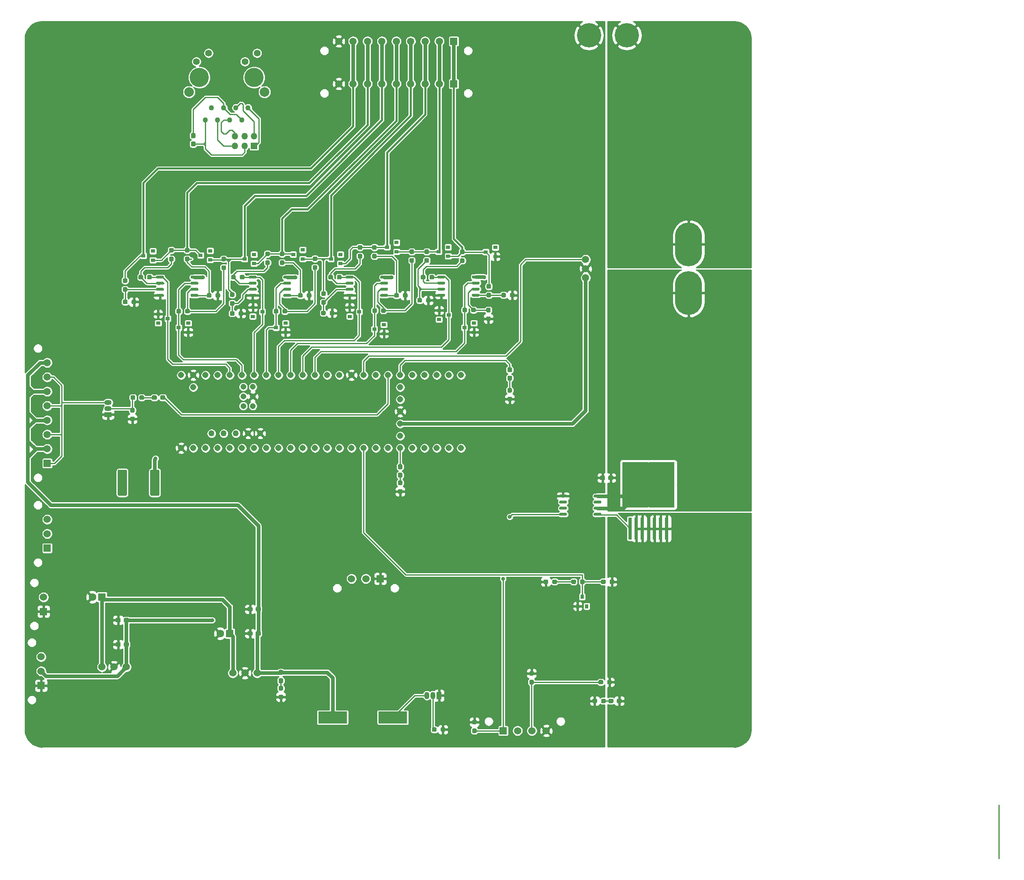
<source format=gbr>
%TF.GenerationSoftware,KiCad,Pcbnew,(5.1.10)-1*%
%TF.CreationDate,2021-12-10T12:48:02-06:00*%
%TF.ProjectId,BMS_2022_Rev1,424d535f-3230-4323-925f-526576312e6b,rev?*%
%TF.SameCoordinates,Original*%
%TF.FileFunction,Copper,L1,Top*%
%TF.FilePolarity,Positive*%
%FSLAX46Y46*%
G04 Gerber Fmt 4.6, Leading zero omitted, Abs format (unit mm)*
G04 Created by KiCad (PCBNEW (5.1.10)-1) date 2021-12-10 12:48:02*
%MOMM*%
%LPD*%
G01*
G04 APERTURE LIST*
%TA.AperFunction,ComponentPad*%
%ADD10R,1.530000X1.530000*%
%TD*%
%TA.AperFunction,ComponentPad*%
%ADD11C,1.530000*%
%TD*%
%TA.AperFunction,ComponentPad*%
%ADD12C,1.100000*%
%TD*%
%TA.AperFunction,ComponentPad*%
%ADD13C,4.000000*%
%TD*%
%TA.AperFunction,ComponentPad*%
%ADD14C,1.400000*%
%TD*%
%TA.AperFunction,ComponentPad*%
%ADD15C,2.000000*%
%TD*%
%TA.AperFunction,ComponentPad*%
%ADD16C,1.520000*%
%TD*%
%TA.AperFunction,ComponentPad*%
%ADD17R,1.520000X1.520000*%
%TD*%
%TA.AperFunction,ComponentPad*%
%ADD18C,1.308000*%
%TD*%
%TA.AperFunction,ComponentPad*%
%ADD19C,1.258000*%
%TD*%
%TA.AperFunction,ComponentPad*%
%ADD20C,1.208000*%
%TD*%
%TA.AperFunction,SMDPad,CuDef*%
%ADD21R,0.800000X0.900000*%
%TD*%
%TA.AperFunction,ComponentPad*%
%ADD22C,18.288000*%
%TD*%
%TA.AperFunction,ComponentPad*%
%ADD23O,5.588000X9.144000*%
%TD*%
%TA.AperFunction,ComponentPad*%
%ADD24C,1.501140*%
%TD*%
%TA.AperFunction,ComponentPad*%
%ADD25C,1.524000*%
%TD*%
%TA.AperFunction,SMDPad,CuDef*%
%ADD26R,5.250000X4.550000*%
%TD*%
%TA.AperFunction,SMDPad,CuDef*%
%ADD27R,10.800000X9.400000*%
%TD*%
%TA.AperFunction,SMDPad,CuDef*%
%ADD28R,0.800000X4.600000*%
%TD*%
%TA.AperFunction,ComponentPad*%
%ADD29R,1.050000X1.500000*%
%TD*%
%TA.AperFunction,ComponentPad*%
%ADD30O,1.050000X1.500000*%
%TD*%
%TA.AperFunction,ComponentPad*%
%ADD31O,1.350000X1.350000*%
%TD*%
%TA.AperFunction,ComponentPad*%
%ADD32R,1.350000X1.350000*%
%TD*%
%TA.AperFunction,SMDPad,CuDef*%
%ADD33R,6.000000X2.500000*%
%TD*%
%TA.AperFunction,SMDPad,CuDef*%
%ADD34R,0.900000X0.800000*%
%TD*%
%TA.AperFunction,ComponentPad*%
%ADD35O,1.500000X1.050000*%
%TD*%
%TA.AperFunction,ComponentPad*%
%ADD36R,1.500000X1.050000*%
%TD*%
%TA.AperFunction,ComponentPad*%
%ADD37C,1.600000*%
%TD*%
%TA.AperFunction,ComponentPad*%
%ADD38R,1.600000X1.600000*%
%TD*%
%TA.AperFunction,ComponentPad*%
%ADD39C,5.080000*%
%TD*%
%TA.AperFunction,ViaPad*%
%ADD40C,0.800000*%
%TD*%
%TA.AperFunction,Conductor*%
%ADD41C,0.250000*%
%TD*%
%TA.AperFunction,Conductor*%
%ADD42C,0.254000*%
%TD*%
%TA.AperFunction,Conductor*%
%ADD43C,0.762000*%
%TD*%
%TA.AperFunction,Conductor*%
%ADD44C,0.381000*%
%TD*%
%TA.AperFunction,Conductor*%
%ADD45C,0.100000*%
%TD*%
G04 APERTURE END LIST*
D10*
%TO.P,SW2,1*%
%TO.N,Net-(F1-Pad1)*%
X35560000Y-134569200D03*
D11*
%TO.P,SW2,2*%
%TO.N,Net-(Conn5-Pad2)*%
X35560000Y-131572000D03*
%TO.P,SW2,3*%
%TO.N,Net-(C2-Pad1)*%
X35560000Y-128574800D03*
%TD*%
D10*
%TO.P,Conn5,1*%
%TO.N,GND*%
X34798000Y-147802600D03*
D11*
%TO.P,Conn5,2*%
%TO.N,Net-(Conn5-Pad2)*%
X34798000Y-144805400D03*
%TD*%
%TO.P,U6,1*%
%TO.N,CELL_8_7_SENSE*%
%TA.AperFunction,SMDPad,CuDef*%
G36*
G01*
X58294000Y-78128000D02*
X58294000Y-77828000D01*
G75*
G02*
X58444000Y-77678000I150000J0D01*
G01*
X59744000Y-77678000D01*
G75*
G02*
X59894000Y-77828000I0J-150000D01*
G01*
X59894000Y-78128000D01*
G75*
G02*
X59744000Y-78278000I-150000J0D01*
G01*
X58444000Y-78278000D01*
G75*
G02*
X58294000Y-78128000I0J150000D01*
G01*
G37*
%TD.AperFunction*%
%TO.P,U6,2*%
%TO.N,Net-(R19-Pad1)*%
%TA.AperFunction,SMDPad,CuDef*%
G36*
G01*
X58294000Y-79398000D02*
X58294000Y-79098000D01*
G75*
G02*
X58444000Y-78948000I150000J0D01*
G01*
X59744000Y-78948000D01*
G75*
G02*
X59894000Y-79098000I0J-150000D01*
G01*
X59894000Y-79398000D01*
G75*
G02*
X59744000Y-79548000I-150000J0D01*
G01*
X58444000Y-79548000D01*
G75*
G02*
X58294000Y-79398000I0J150000D01*
G01*
G37*
%TD.AperFunction*%
%TO.P,U6,3*%
%TO.N,Net-(R17-Pad2)*%
%TA.AperFunction,SMDPad,CuDef*%
G36*
G01*
X58294000Y-80668000D02*
X58294000Y-80368000D01*
G75*
G02*
X58444000Y-80218000I150000J0D01*
G01*
X59744000Y-80218000D01*
G75*
G02*
X59894000Y-80368000I0J-150000D01*
G01*
X59894000Y-80668000D01*
G75*
G02*
X59744000Y-80818000I-150000J0D01*
G01*
X58444000Y-80818000D01*
G75*
G02*
X58294000Y-80668000I0J150000D01*
G01*
G37*
%TD.AperFunction*%
%TO.P,U6,4*%
%TO.N,GND*%
%TA.AperFunction,SMDPad,CuDef*%
G36*
G01*
X58294000Y-81938000D02*
X58294000Y-81638000D01*
G75*
G02*
X58444000Y-81488000I150000J0D01*
G01*
X59744000Y-81488000D01*
G75*
G02*
X59894000Y-81638000I0J-150000D01*
G01*
X59894000Y-81938000D01*
G75*
G02*
X59744000Y-82088000I-150000J0D01*
G01*
X58444000Y-82088000D01*
G75*
G02*
X58294000Y-81938000I0J150000D01*
G01*
G37*
%TD.AperFunction*%
%TO.P,U6,5*%
%TO.N,Net-(R21-Pad2)*%
%TA.AperFunction,SMDPad,CuDef*%
G36*
G01*
X65494000Y-81938000D02*
X65494000Y-81638000D01*
G75*
G02*
X65644000Y-81488000I150000J0D01*
G01*
X66944000Y-81488000D01*
G75*
G02*
X67094000Y-81638000I0J-150000D01*
G01*
X67094000Y-81938000D01*
G75*
G02*
X66944000Y-82088000I-150000J0D01*
G01*
X65644000Y-82088000D01*
G75*
G02*
X65494000Y-81938000I0J150000D01*
G01*
G37*
%TD.AperFunction*%
%TO.P,U6,6*%
%TO.N,Net-(R23-Pad1)*%
%TA.AperFunction,SMDPad,CuDef*%
G36*
G01*
X65494000Y-80668000D02*
X65494000Y-80368000D01*
G75*
G02*
X65644000Y-80218000I150000J0D01*
G01*
X66944000Y-80218000D01*
G75*
G02*
X67094000Y-80368000I0J-150000D01*
G01*
X67094000Y-80668000D01*
G75*
G02*
X66944000Y-80818000I-150000J0D01*
G01*
X65644000Y-80818000D01*
G75*
G02*
X65494000Y-80668000I0J150000D01*
G01*
G37*
%TD.AperFunction*%
%TO.P,U6,7*%
%TO.N,CELL_7_6_SENSE*%
%TA.AperFunction,SMDPad,CuDef*%
G36*
G01*
X65494000Y-79398000D02*
X65494000Y-79098000D01*
G75*
G02*
X65644000Y-78948000I150000J0D01*
G01*
X66944000Y-78948000D01*
G75*
G02*
X67094000Y-79098000I0J-150000D01*
G01*
X67094000Y-79398000D01*
G75*
G02*
X66944000Y-79548000I-150000J0D01*
G01*
X65644000Y-79548000D01*
G75*
G02*
X65494000Y-79398000I0J150000D01*
G01*
G37*
%TD.AperFunction*%
%TO.P,U6,8*%
%TO.N,PACK_V*%
%TA.AperFunction,SMDPad,CuDef*%
G36*
G01*
X65494000Y-78128000D02*
X65494000Y-77828000D01*
G75*
G02*
X65644000Y-77678000I150000J0D01*
G01*
X66944000Y-77678000D01*
G75*
G02*
X67094000Y-77828000I0J-150000D01*
G01*
X67094000Y-78128000D01*
G75*
G02*
X66944000Y-78278000I-150000J0D01*
G01*
X65644000Y-78278000D01*
G75*
G02*
X65494000Y-78128000I0J150000D01*
G01*
G37*
%TD.AperFunction*%
%TD*%
D12*
%TO.P,J4,8*%
%TO.N,Net-(C8-Pad2)*%
X68580000Y-45131000D03*
%TO.P,J4,6*%
%TO.N,Net-(J4-Pad6)*%
X71120000Y-45131000D03*
%TO.P,J4,4*%
%TO.N,Net-(J4-Pad4)*%
X73660000Y-45131000D03*
%TO.P,J4,2*%
%TO.N,Net-(C8-Pad1)*%
X76200000Y-45131000D03*
%TO.P,J4,7*%
%TO.N,Net-(J4-Pad7)*%
X69850000Y-42591000D03*
%TO.P,J4,5*%
%TO.N,Net-(C8-Pad1)*%
X72390000Y-42591000D03*
%TO.P,J4,3*%
%TO.N,Net-(J4-Pad3)*%
X74930000Y-42591000D03*
%TO.P,J4,1*%
%TO.N,Net-(J4-Pad1)*%
X77470000Y-42591000D03*
D13*
%TO.P,J4,14*%
%TO.N,N/C*%
X67310000Y-36241000D03*
%TO.P,J4,13*%
X78740000Y-36241000D03*
D14*
%TO.P,J4,11*%
%TO.N,Net-(J4-Pad11)*%
X69240000Y-31161000D03*
%TO.P,J4,10*%
%TO.N,Net-(J4-Pad10)*%
X76810000Y-32951000D03*
%TO.P,J4,12*%
%TO.N,Net-(J4-Pad12)*%
X66700000Y-32951000D03*
%TO.P,J4,9*%
%TO.N,Net-(C8-Pad2)*%
X79350000Y-31161000D03*
D15*
%TO.P,J4,15*%
%TO.N,N/C*%
X80900000Y-39291000D03*
%TO.P,J4,16*%
X65150000Y-39291000D03*
%TD*%
D16*
%TO.P,Conn3,9*%
%TO.N,GND*%
X96396007Y-28702000D03*
%TO.P,Conn3,8*%
%TO.N,CELL_8*%
X99396006Y-28702000D03*
%TO.P,Conn3,7*%
%TO.N,CELL_7*%
X102396006Y-28702000D03*
%TO.P,Conn3,6*%
%TO.N,CELL_6*%
X105396005Y-28702000D03*
%TO.P,Conn3,5*%
%TO.N,CELL_5*%
X108396004Y-28702000D03*
%TO.P,Conn3,4*%
%TO.N,CELL_4*%
X111396003Y-28702000D03*
%TO.P,Conn3,3*%
%TO.N,CELL_3*%
X114396002Y-28702000D03*
%TO.P,Conn3,2*%
%TO.N,CELL_2*%
X117396001Y-28702000D03*
D17*
%TO.P,Conn3,1*%
%TO.N,CELL_1*%
X120396000Y-28702000D03*
%TD*%
D16*
%TO.P,Conn2,9*%
%TO.N,GND*%
X96396007Y-37592000D03*
%TO.P,Conn2,8*%
%TO.N,CELL_8*%
X99396006Y-37592000D03*
%TO.P,Conn2,7*%
%TO.N,CELL_7*%
X102396006Y-37592000D03*
%TO.P,Conn2,6*%
%TO.N,CELL_6*%
X105396005Y-37592000D03*
%TO.P,Conn2,5*%
%TO.N,CELL_5*%
X108396004Y-37592000D03*
%TO.P,Conn2,4*%
%TO.N,CELL_4*%
X111396003Y-37592000D03*
%TO.P,Conn2,3*%
%TO.N,CELL_3*%
X114396002Y-37592000D03*
%TO.P,Conn2,2*%
%TO.N,CELL_2*%
X117396001Y-37592000D03*
D17*
%TO.P,Conn2,1*%
%TO.N,CELL_1*%
X120396000Y-37592000D03*
%TD*%
%TO.P,C8,1*%
%TO.N,Net-(C8-Pad1)*%
%TA.AperFunction,SMDPad,CuDef*%
G36*
G01*
X65802500Y-47876000D02*
X66277500Y-47876000D01*
G75*
G02*
X66515000Y-48113500I0J-237500D01*
G01*
X66515000Y-48713500D01*
G75*
G02*
X66277500Y-48951000I-237500J0D01*
G01*
X65802500Y-48951000D01*
G75*
G02*
X65565000Y-48713500I0J237500D01*
G01*
X65565000Y-48113500D01*
G75*
G02*
X65802500Y-47876000I237500J0D01*
G01*
G37*
%TD.AperFunction*%
%TO.P,C8,2*%
%TO.N,Net-(C8-Pad2)*%
%TA.AperFunction,SMDPad,CuDef*%
G36*
G01*
X65802500Y-49601000D02*
X66277500Y-49601000D01*
G75*
G02*
X66515000Y-49838500I0J-237500D01*
G01*
X66515000Y-50438500D01*
G75*
G02*
X66277500Y-50676000I-237500J0D01*
G01*
X65802500Y-50676000D01*
G75*
G02*
X65565000Y-50438500I0J237500D01*
G01*
X65565000Y-49838500D01*
G75*
G02*
X65802500Y-49601000I237500J0D01*
G01*
G37*
%TD.AperFunction*%
%TD*%
D11*
%TO.P,J2,3*%
%TO.N,SER_TX_IND*%
X34290000Y-157276800D03*
%TO.P,J2,2*%
%TO.N,+3V3*%
X34290000Y-160274000D03*
D10*
%TO.P,J2,1*%
%TO.N,GND*%
X34290000Y-163271200D03*
%TD*%
D18*
%TO.P,U1,41*%
%TO.N,PACK_I_SENSE*%
X101600000Y-98425000D03*
%TO.P,U1,40*%
%TO.N,Net-(U1-Pad40)*%
X104140000Y-98425000D03*
%TO.P,U1,39*%
%TO.N,FAN_CTL*%
X106680000Y-98425000D03*
%TO.P,U1,38*%
%TO.N,SW_ERR*%
X109220000Y-98425000D03*
%TO.P,U1,37*%
%TO.N,BUZZER*%
X111760000Y-98425000D03*
%TO.P,U1,36*%
%TO.N,PACK_GATE*%
X114300000Y-98425000D03*
%TO.P,U1,35*%
%TO.N,Net-(U1-Pad35)*%
X116840000Y-98425000D03*
%TO.P,U1,34*%
%TO.N,Net-(U1-Pad34)*%
X119380000Y-98425000D03*
%TO.P,U1,33*%
%TO.N,Net-(U1-Pad33)*%
X121920000Y-98425000D03*
%TO.P,U1,32*%
%TO.N,Net-(U1-Pad32)*%
X121920000Y-113665000D03*
%TO.P,U1,31*%
%TO.N,Net-(U1-Pad31)*%
X119380000Y-113665000D03*
%TO.P,U1,30*%
%TO.N,Net-(U1-Pad30)*%
X116840000Y-113665000D03*
%TO.P,U1,29*%
%TO.N,Net-(U1-Pad29)*%
X114300000Y-113665000D03*
%TO.P,U1,28*%
%TO.N,Net-(U1-Pad28)*%
X111760000Y-113665000D03*
%TO.P,U1,27*%
%TO.N,SW_IND*%
X109220000Y-113665000D03*
%TO.P,U1,26*%
%TO.N,TEMP_D_OUT*%
X106680000Y-113665000D03*
%TO.P,U1,25*%
%TO.N,Net-(U1-Pad25)*%
X104140000Y-113665000D03*
%TO.P,U1,24*%
%TO.N,V_OUT_SENSE*%
X101600000Y-113665000D03*
%TO.P,U1,VIN*%
%TO.N,Net-(U1-PadVIN)*%
X63500000Y-98425000D03*
%TO.P,U1,GND3*%
%TO.N,GND*%
X66040000Y-98425000D03*
%TO.P,U1,3.3V_2*%
%TO.N,+3V3*%
X68580000Y-98425000D03*
%TO.P,U1,23*%
%TO.N,Net-(U1-Pad23)*%
X71120000Y-98425000D03*
%TO.P,U1,22*%
%TO.N,CELL_8_7_SENSE*%
X73660000Y-98425000D03*
%TO.P,U1,21*%
%TO.N,CELL_7_6_SENSE*%
X76200000Y-98425000D03*
%TO.P,U1,20*%
%TO.N,CELL_6_5_SENSE*%
X78740000Y-98425000D03*
%TO.P,U1,19*%
%TO.N,CELL_5_4_SENSE*%
X81280000Y-98425000D03*
%TO.P,U1,18*%
%TO.N,CELL_4_3_SENSE*%
X83820000Y-98425000D03*
%TO.P,U1,17*%
%TO.N,CELL_3_2_SENSE*%
X86360000Y-98425000D03*
%TO.P,U1,16*%
%TO.N,CELL_2_1_SENSE*%
X88900000Y-98425000D03*
%TO.P,U1,15*%
%TO.N,CELL_1_GND_SENSE*%
X91440000Y-98425000D03*
%TO.P,U1,14*%
%TO.N,Net-(U1-Pad14)*%
X93980000Y-98425000D03*
%TO.P,U1,13*%
%TO.N,Net-(U1-Pad13)*%
X96520000Y-98425000D03*
%TO.P,U1,3.3V_1*%
%TO.N,+3V3*%
X99060000Y-113665000D03*
%TO.P,U1,12*%
%TO.N,Net-(U1-Pad12)*%
X96520000Y-113665000D03*
%TO.P,U1,11*%
%TO.N,Net-(U1-Pad11)*%
X93980000Y-113665000D03*
%TO.P,U1,10*%
%TO.N,Net-(U1-Pad10)*%
X91440000Y-113665000D03*
%TO.P,U1,9*%
%TO.N,Net-(U1-Pad9)*%
X88900000Y-113665000D03*
%TO.P,U1,8*%
%TO.N,Net-(U1-Pad8)*%
X86360000Y-113665000D03*
%TO.P,U1,7*%
%TO.N,Net-(U1-Pad7)*%
X83820000Y-113665000D03*
%TO.P,U1,6*%
%TO.N,Net-(U1-Pad6)*%
X81280000Y-113665000D03*
%TO.P,U1,5*%
%TO.N,Net-(U1-Pad5)*%
X78740000Y-113665000D03*
%TO.P,U1,4*%
%TO.N,Net-(U1-Pad4)*%
X76200000Y-113665000D03*
%TO.P,U1,3*%
%TO.N,Net-(U1-Pad3)*%
X73660000Y-113665000D03*
%TO.P,U1,2*%
%TO.N,Net-(U1-Pad2)*%
X71120000Y-113665000D03*
%TO.P,U1,1*%
%TO.N,SER_TX_IND*%
X68580000Y-113665000D03*
D19*
%TO.P,U1,USB_GND2*%
%TO.N,GND*%
X80010000Y-110615000D03*
%TO.P,U1,USB_GND1*%
X77470000Y-110615000D03*
%TO.P,U1,D+*%
%TO.N,Net-(U1-PadD+)*%
X74930000Y-110615000D03*
%TO.P,U1,D-*%
%TO.N,N/C*%
X72390000Y-110615000D03*
%TO.P,U1,5V*%
%TO.N,Net-(U1-Pad5V)*%
X69850000Y-110615000D03*
D20*
%TO.P,U1,T-*%
%TO.N,N/C*%
X76470000Y-104875000D03*
%TO.P,U1,LED*%
%TO.N,Net-(U1-PadLED)*%
X76470000Y-102875000D03*
%TO.P,U1,T+*%
%TO.N,Net-(U1-PadT+)*%
X78470000Y-104875000D03*
%TO.P,U1,GND5*%
%TO.N,GND*%
X78470000Y-102875000D03*
%TO.P,U1,R+*%
%TO.N,Net-(U1-PadR+)*%
X76470000Y-100875000D03*
%TO.P,U1,R-*%
%TO.N,N/C*%
X78470000Y-100875000D03*
D18*
%TO.P,U1,GND2*%
%TO.N,GND*%
X99060000Y-98425000D03*
%TO.P,U1,PROGRAM*%
%TO.N,Net-(U1-PadPROGRAM)*%
X109220000Y-103505000D03*
%TO.P,U1,VUSB*%
%TO.N,Net-(U1-PadVUSB)*%
X66040000Y-100965000D03*
%TO.P,U1,ON/OFF*%
%TO.N,Net-(U1-PadON/OFF)*%
X109220000Y-100965000D03*
%TO.P,U1,GND4*%
%TO.N,GND*%
X109220000Y-106045000D03*
%TO.P,U1,3.3V_3*%
%TO.N,+3V3*%
X109220000Y-108585000D03*
%TO.P,U1,VBAT*%
%TO.N,Net-(U1-PadVBAT)*%
X109220000Y-111125000D03*
%TO.P,U1,0*%
%TO.N,Net-(U1-Pad0)*%
X66040000Y-113665000D03*
%TO.P,U1,GND1*%
%TO.N,GND*%
X63500000Y-113665000D03*
%TD*%
D21*
%TO.P,D3,1*%
%TO.N,V_OUT_SENSE*%
X147193000Y-144716500D03*
%TO.P,D3,*%
%TO.N,*%
X148143000Y-146716500D03*
%TO.P,D3,2*%
%TO.N,GND*%
X146243000Y-146716500D03*
%TD*%
D22*
%TO.P,V3,1*%
%TO.N,V_OUT*%
X167640000Y-156210000D03*
%TD*%
%TO.P,R10,2*%
%TO.N,V_OUT_SENSE*%
%TA.AperFunction,SMDPad,CuDef*%
G36*
G01*
X152085500Y-141367500D02*
X152085500Y-141842500D01*
G75*
G02*
X151848000Y-142080000I-237500J0D01*
G01*
X151348000Y-142080000D01*
G75*
G02*
X151110500Y-141842500I0J237500D01*
G01*
X151110500Y-141367500D01*
G75*
G02*
X151348000Y-141130000I237500J0D01*
G01*
X151848000Y-141130000D01*
G75*
G02*
X152085500Y-141367500I0J-237500D01*
G01*
G37*
%TD.AperFunction*%
%TO.P,R10,1*%
%TO.N,V_OUT*%
%TA.AperFunction,SMDPad,CuDef*%
G36*
G01*
X153910500Y-141367500D02*
X153910500Y-141842500D01*
G75*
G02*
X153673000Y-142080000I-237500J0D01*
G01*
X153173000Y-142080000D01*
G75*
G02*
X152935500Y-141842500I0J237500D01*
G01*
X152935500Y-141367500D01*
G75*
G02*
X153173000Y-141130000I237500J0D01*
G01*
X153673000Y-141130000D01*
G75*
G02*
X153910500Y-141367500I0J-237500D01*
G01*
G37*
%TD.AperFunction*%
%TD*%
%TO.P,C4,2*%
%TO.N,GND*%
%TA.AperFunction,SMDPad,CuDef*%
G36*
G01*
X78415000Y-147082500D02*
X78415000Y-147557500D01*
G75*
G02*
X78177500Y-147795000I-237500J0D01*
G01*
X77577500Y-147795000D01*
G75*
G02*
X77340000Y-147557500I0J237500D01*
G01*
X77340000Y-147082500D01*
G75*
G02*
X77577500Y-146845000I237500J0D01*
G01*
X78177500Y-146845000D01*
G75*
G02*
X78415000Y-147082500I0J-237500D01*
G01*
G37*
%TD.AperFunction*%
%TO.P,C4,1*%
%TO.N,+5V*%
%TA.AperFunction,SMDPad,CuDef*%
G36*
G01*
X80140000Y-147082500D02*
X80140000Y-147557500D01*
G75*
G02*
X79902500Y-147795000I-237500J0D01*
G01*
X79302500Y-147795000D01*
G75*
G02*
X79065000Y-147557500I0J237500D01*
G01*
X79065000Y-147082500D01*
G75*
G02*
X79302500Y-146845000I237500J0D01*
G01*
X79902500Y-146845000D01*
G75*
G02*
X80140000Y-147082500I0J-237500D01*
G01*
G37*
%TD.AperFunction*%
%TD*%
%TO.P,F1,2*%
%TO.N,PACK_V*%
%TA.AperFunction,SMDPad,CuDef*%
G36*
G01*
X57035000Y-123379001D02*
X57035000Y-118428999D01*
G75*
G02*
X57284999Y-118179000I249999J0D01*
G01*
X58710001Y-118179000D01*
G75*
G02*
X58960000Y-118428999I0J-249999D01*
G01*
X58960000Y-123379001D01*
G75*
G02*
X58710001Y-123629000I-249999J0D01*
G01*
X57284999Y-123629000D01*
G75*
G02*
X57035000Y-123379001I0J249999D01*
G01*
G37*
%TD.AperFunction*%
%TO.P,F1,1*%
%TO.N,Net-(F1-Pad1)*%
%TA.AperFunction,SMDPad,CuDef*%
G36*
G01*
X50260000Y-123379001D02*
X50260000Y-118428999D01*
G75*
G02*
X50509999Y-118179000I249999J0D01*
G01*
X51935001Y-118179000D01*
G75*
G02*
X52185000Y-118428999I0J-249999D01*
G01*
X52185000Y-123379001D01*
G75*
G02*
X51935001Y-123629000I-249999J0D01*
G01*
X50509999Y-123629000D01*
G75*
G02*
X50260000Y-123379001I0J249999D01*
G01*
G37*
%TD.AperFunction*%
%TD*%
%TO.P,V2,1*%
%TO.N,Net-(Conn4-Pad2)*%
X167640000Y-46990000D03*
%TD*%
%TO.P,V1,1*%
%TO.N,GND*%
X43180000Y-46990000D03*
%TD*%
D23*
%TO.P,U5,5*%
%TO.N,PACK_V*%
X169418000Y-81280000D03*
%TO.P,U5,4*%
%TO.N,Net-(Conn4-Pad2)*%
X169418000Y-71120000D03*
D24*
%TO.P,U5,2*%
%TO.N,GND*%
X147921980Y-76200000D03*
%TO.P,U5,3*%
%TO.N,PACK_I_SENSE*%
X147921980Y-74289920D03*
%TO.P,U5,1*%
%TO.N,+3V3*%
X147921980Y-78110080D03*
%TD*%
D25*
%TO.P,U4,3*%
%TO.N,+5V*%
X79375000Y-160655000D03*
%TO.P,U4,2*%
%TO.N,GND*%
X76835000Y-160655000D03*
%TO.P,U4,1*%
%TO.N,Net-(C2-Pad1)*%
X74295000Y-160655000D03*
%TD*%
%TO.P,U3,8*%
%TO.N,PACK_V*%
%TA.AperFunction,SMDPad,CuDef*%
G36*
G01*
X149612000Y-123848000D02*
X149612000Y-123548000D01*
G75*
G02*
X149762000Y-123398000I150000J0D01*
G01*
X151062000Y-123398000D01*
G75*
G02*
X151212000Y-123548000I0J-150000D01*
G01*
X151212000Y-123848000D01*
G75*
G02*
X151062000Y-123998000I-150000J0D01*
G01*
X149762000Y-123998000D01*
G75*
G02*
X149612000Y-123848000I0J150000D01*
G01*
G37*
%TD.AperFunction*%
%TO.P,U3,7*%
%TO.N,N/C*%
%TA.AperFunction,SMDPad,CuDef*%
G36*
G01*
X149612000Y-125118000D02*
X149612000Y-124818000D01*
G75*
G02*
X149762000Y-124668000I150000J0D01*
G01*
X151062000Y-124668000D01*
G75*
G02*
X151212000Y-124818000I0J-150000D01*
G01*
X151212000Y-125118000D01*
G75*
G02*
X151062000Y-125268000I-150000J0D01*
G01*
X149762000Y-125268000D01*
G75*
G02*
X149612000Y-125118000I0J150000D01*
G01*
G37*
%TD.AperFunction*%
%TO.P,U3,6*%
%TO.N,PACK_V*%
%TA.AperFunction,SMDPad,CuDef*%
G36*
G01*
X149612000Y-126388000D02*
X149612000Y-126088000D01*
G75*
G02*
X149762000Y-125938000I150000J0D01*
G01*
X151062000Y-125938000D01*
G75*
G02*
X151212000Y-126088000I0J-150000D01*
G01*
X151212000Y-126388000D01*
G75*
G02*
X151062000Y-126538000I-150000J0D01*
G01*
X149762000Y-126538000D01*
G75*
G02*
X149612000Y-126388000I0J150000D01*
G01*
G37*
%TD.AperFunction*%
%TO.P,U3,5*%
%TO.N,E_STOP_GATE*%
%TA.AperFunction,SMDPad,CuDef*%
G36*
G01*
X149612000Y-127658000D02*
X149612000Y-127358000D01*
G75*
G02*
X149762000Y-127208000I150000J0D01*
G01*
X151062000Y-127208000D01*
G75*
G02*
X151212000Y-127358000I0J-150000D01*
G01*
X151212000Y-127658000D01*
G75*
G02*
X151062000Y-127808000I-150000J0D01*
G01*
X149762000Y-127808000D01*
G75*
G02*
X149612000Y-127658000I0J150000D01*
G01*
G37*
%TD.AperFunction*%
%TO.P,U3,4*%
%TO.N,Net-(J3-Pad1)*%
%TA.AperFunction,SMDPad,CuDef*%
G36*
G01*
X142412000Y-127658000D02*
X142412000Y-127358000D01*
G75*
G02*
X142562000Y-127208000I150000J0D01*
G01*
X143862000Y-127208000D01*
G75*
G02*
X144012000Y-127358000I0J-150000D01*
G01*
X144012000Y-127658000D01*
G75*
G02*
X143862000Y-127808000I-150000J0D01*
G01*
X142562000Y-127808000D01*
G75*
G02*
X142412000Y-127658000I0J150000D01*
G01*
G37*
%TD.AperFunction*%
%TO.P,U3,3*%
%TO.N,Net-(U3-Pad3)*%
%TA.AperFunction,SMDPad,CuDef*%
G36*
G01*
X142412000Y-126388000D02*
X142412000Y-126088000D01*
G75*
G02*
X142562000Y-125938000I150000J0D01*
G01*
X143862000Y-125938000D01*
G75*
G02*
X144012000Y-126088000I0J-150000D01*
G01*
X144012000Y-126388000D01*
G75*
G02*
X143862000Y-126538000I-150000J0D01*
G01*
X142562000Y-126538000D01*
G75*
G02*
X142412000Y-126388000I0J150000D01*
G01*
G37*
%TD.AperFunction*%
%TO.P,U3,2*%
%TO.N,Net-(U3-Pad2)*%
%TA.AperFunction,SMDPad,CuDef*%
G36*
G01*
X142412000Y-125118000D02*
X142412000Y-124818000D01*
G75*
G02*
X142562000Y-124668000I150000J0D01*
G01*
X143862000Y-124668000D01*
G75*
G02*
X144012000Y-124818000I0J-150000D01*
G01*
X144012000Y-125118000D01*
G75*
G02*
X143862000Y-125268000I-150000J0D01*
G01*
X142562000Y-125268000D01*
G75*
G02*
X142412000Y-125118000I0J150000D01*
G01*
G37*
%TD.AperFunction*%
%TO.P,U3,1*%
%TO.N,GND*%
%TA.AperFunction,SMDPad,CuDef*%
G36*
G01*
X142412000Y-123848000D02*
X142412000Y-123548000D01*
G75*
G02*
X142562000Y-123398000I150000J0D01*
G01*
X143862000Y-123398000D01*
G75*
G02*
X144012000Y-123548000I0J-150000D01*
G01*
X144012000Y-123848000D01*
G75*
G02*
X143862000Y-123998000I-150000J0D01*
G01*
X142562000Y-123998000D01*
G75*
G02*
X142412000Y-123848000I0J150000D01*
G01*
G37*
%TD.AperFunction*%
%TD*%
%TO.P,U2,3*%
%TO.N,+3V3*%
X52070000Y-159385000D03*
%TO.P,U2,2*%
%TO.N,GND*%
X49530000Y-159385000D03*
%TO.P,U2,1*%
%TO.N,Net-(C2-Pad1)*%
X46990000Y-159385000D03*
%TD*%
%TO.P,R16,2*%
%TO.N,GND*%
%TA.AperFunction,SMDPad,CuDef*%
G36*
G01*
X140100500Y-141367500D02*
X140100500Y-141842500D01*
G75*
G02*
X139863000Y-142080000I-237500J0D01*
G01*
X139363000Y-142080000D01*
G75*
G02*
X139125500Y-141842500I0J237500D01*
G01*
X139125500Y-141367500D01*
G75*
G02*
X139363000Y-141130000I237500J0D01*
G01*
X139863000Y-141130000D01*
G75*
G02*
X140100500Y-141367500I0J-237500D01*
G01*
G37*
%TD.AperFunction*%
%TO.P,R16,1*%
%TO.N,Net-(R11-Pad2)*%
%TA.AperFunction,SMDPad,CuDef*%
G36*
G01*
X141925500Y-141367500D02*
X141925500Y-141842500D01*
G75*
G02*
X141688000Y-142080000I-237500J0D01*
G01*
X141188000Y-142080000D01*
G75*
G02*
X140950500Y-141842500I0J237500D01*
G01*
X140950500Y-141367500D01*
G75*
G02*
X141188000Y-141130000I237500J0D01*
G01*
X141688000Y-141130000D01*
G75*
G02*
X141925500Y-141367500I0J-237500D01*
G01*
G37*
%TD.AperFunction*%
%TD*%
%TO.P,R15,2*%
%TO.N,GND*%
%TA.AperFunction,SMDPad,CuDef*%
G36*
G01*
X150300500Y-166259500D02*
X150300500Y-166734500D01*
G75*
G02*
X150063000Y-166972000I-237500J0D01*
G01*
X149563000Y-166972000D01*
G75*
G02*
X149325500Y-166734500I0J237500D01*
G01*
X149325500Y-166259500D01*
G75*
G02*
X149563000Y-166022000I237500J0D01*
G01*
X150063000Y-166022000D01*
G75*
G02*
X150300500Y-166259500I0J-237500D01*
G01*
G37*
%TD.AperFunction*%
%TO.P,R15,1*%
%TO.N,Net-(D7-Pad1)*%
%TA.AperFunction,SMDPad,CuDef*%
G36*
G01*
X152125500Y-166259500D02*
X152125500Y-166734500D01*
G75*
G02*
X151888000Y-166972000I-237500J0D01*
G01*
X151388000Y-166972000D01*
G75*
G02*
X151150500Y-166734500I0J237500D01*
G01*
X151150500Y-166259500D01*
G75*
G02*
X151388000Y-166022000I237500J0D01*
G01*
X151888000Y-166022000D01*
G75*
G02*
X152125500Y-166259500I0J-237500D01*
G01*
G37*
%TD.AperFunction*%
%TD*%
%TO.P,R14,2*%
%TO.N,GND*%
%TA.AperFunction,SMDPad,CuDef*%
G36*
G01*
X131842500Y-102937500D02*
X132317500Y-102937500D01*
G75*
G02*
X132555000Y-103175000I0J-237500D01*
G01*
X132555000Y-103675000D01*
G75*
G02*
X132317500Y-103912500I-237500J0D01*
G01*
X131842500Y-103912500D01*
G75*
G02*
X131605000Y-103675000I0J237500D01*
G01*
X131605000Y-103175000D01*
G75*
G02*
X131842500Y-102937500I237500J0D01*
G01*
G37*
%TD.AperFunction*%
%TO.P,R14,1*%
%TO.N,Net-(D6-Pad1)*%
%TA.AperFunction,SMDPad,CuDef*%
G36*
G01*
X131842500Y-101112500D02*
X132317500Y-101112500D01*
G75*
G02*
X132555000Y-101350000I0J-237500D01*
G01*
X132555000Y-101850000D01*
G75*
G02*
X132317500Y-102087500I-237500J0D01*
G01*
X131842500Y-102087500D01*
G75*
G02*
X131605000Y-101850000I0J237500D01*
G01*
X131605000Y-101350000D01*
G75*
G02*
X131842500Y-101112500I237500J0D01*
G01*
G37*
%TD.AperFunction*%
%TD*%
%TO.P,R13,2*%
%TO.N,GND*%
%TA.AperFunction,SMDPad,CuDef*%
G36*
G01*
X108982500Y-122258000D02*
X109457500Y-122258000D01*
G75*
G02*
X109695000Y-122495500I0J-237500D01*
G01*
X109695000Y-122995500D01*
G75*
G02*
X109457500Y-123233000I-237500J0D01*
G01*
X108982500Y-123233000D01*
G75*
G02*
X108745000Y-122995500I0J237500D01*
G01*
X108745000Y-122495500D01*
G75*
G02*
X108982500Y-122258000I237500J0D01*
G01*
G37*
%TD.AperFunction*%
%TO.P,R13,1*%
%TO.N,Net-(D5-Pad1)*%
%TA.AperFunction,SMDPad,CuDef*%
G36*
G01*
X108982500Y-120433000D02*
X109457500Y-120433000D01*
G75*
G02*
X109695000Y-120670500I0J-237500D01*
G01*
X109695000Y-121170500D01*
G75*
G02*
X109457500Y-121408000I-237500J0D01*
G01*
X108982500Y-121408000D01*
G75*
G02*
X108745000Y-121170500I0J237500D01*
G01*
X108745000Y-120670500D01*
G75*
G02*
X108982500Y-120433000I237500J0D01*
G01*
G37*
%TD.AperFunction*%
%TD*%
%TO.P,R12,2*%
%TO.N,GND*%
%TA.AperFunction,SMDPad,CuDef*%
G36*
G01*
X84090500Y-165167500D02*
X84565500Y-165167500D01*
G75*
G02*
X84803000Y-165405000I0J-237500D01*
G01*
X84803000Y-165905000D01*
G75*
G02*
X84565500Y-166142500I-237500J0D01*
G01*
X84090500Y-166142500D01*
G75*
G02*
X83853000Y-165905000I0J237500D01*
G01*
X83853000Y-165405000D01*
G75*
G02*
X84090500Y-165167500I237500J0D01*
G01*
G37*
%TD.AperFunction*%
%TO.P,R12,1*%
%TO.N,Net-(D4-Pad1)*%
%TA.AperFunction,SMDPad,CuDef*%
G36*
G01*
X84090500Y-163342500D02*
X84565500Y-163342500D01*
G75*
G02*
X84803000Y-163580000I0J-237500D01*
G01*
X84803000Y-164080000D01*
G75*
G02*
X84565500Y-164317500I-237500J0D01*
G01*
X84090500Y-164317500D01*
G75*
G02*
X83853000Y-164080000I0J237500D01*
G01*
X83853000Y-163580000D01*
G75*
G02*
X84090500Y-163342500I237500J0D01*
G01*
G37*
%TD.AperFunction*%
%TD*%
%TO.P,R11,2*%
%TO.N,Net-(R11-Pad2)*%
%TA.AperFunction,SMDPad,CuDef*%
G36*
G01*
X145895500Y-141367500D02*
X145895500Y-141842500D01*
G75*
G02*
X145658000Y-142080000I-237500J0D01*
G01*
X145158000Y-142080000D01*
G75*
G02*
X144920500Y-141842500I0J237500D01*
G01*
X144920500Y-141367500D01*
G75*
G02*
X145158000Y-141130000I237500J0D01*
G01*
X145658000Y-141130000D01*
G75*
G02*
X145895500Y-141367500I0J-237500D01*
G01*
G37*
%TD.AperFunction*%
%TO.P,R11,1*%
%TO.N,V_OUT_SENSE*%
%TA.AperFunction,SMDPad,CuDef*%
G36*
G01*
X147720500Y-141367500D02*
X147720500Y-141842500D01*
G75*
G02*
X147483000Y-142080000I-237500J0D01*
G01*
X146983000Y-142080000D01*
G75*
G02*
X146745500Y-141842500I0J237500D01*
G01*
X146745500Y-141367500D01*
G75*
G02*
X146983000Y-141130000I237500J0D01*
G01*
X147483000Y-141130000D01*
G75*
G02*
X147720500Y-141367500I0J-237500D01*
G01*
G37*
%TD.AperFunction*%
%TD*%
%TO.P,R5,2*%
%TO.N,GND*%
%TA.AperFunction,SMDPad,CuDef*%
G36*
G01*
X117669500Y-172703500D02*
X117669500Y-172228500D01*
G75*
G02*
X117907000Y-171991000I237500J0D01*
G01*
X118407000Y-171991000D01*
G75*
G02*
X118644500Y-172228500I0J-237500D01*
G01*
X118644500Y-172703500D01*
G75*
G02*
X118407000Y-172941000I-237500J0D01*
G01*
X117907000Y-172941000D01*
G75*
G02*
X117669500Y-172703500I0J237500D01*
G01*
G37*
%TD.AperFunction*%
%TO.P,R5,1*%
%TO.N,BUZZER*%
%TA.AperFunction,SMDPad,CuDef*%
G36*
G01*
X115844500Y-172703500D02*
X115844500Y-172228500D01*
G75*
G02*
X116082000Y-171991000I237500J0D01*
G01*
X116582000Y-171991000D01*
G75*
G02*
X116819500Y-172228500I0J-237500D01*
G01*
X116819500Y-172703500D01*
G75*
G02*
X116582000Y-172941000I-237500J0D01*
G01*
X116082000Y-172941000D01*
G75*
G02*
X115844500Y-172703500I0J237500D01*
G01*
G37*
%TD.AperFunction*%
%TD*%
%TO.P,R4,2*%
%TO.N,GND*%
%TA.AperFunction,SMDPad,CuDef*%
G36*
G01*
X136889500Y-161222500D02*
X136414500Y-161222500D01*
G75*
G02*
X136177000Y-160985000I0J237500D01*
G01*
X136177000Y-160485000D01*
G75*
G02*
X136414500Y-160247500I237500J0D01*
G01*
X136889500Y-160247500D01*
G75*
G02*
X137127000Y-160485000I0J-237500D01*
G01*
X137127000Y-160985000D01*
G75*
G02*
X136889500Y-161222500I-237500J0D01*
G01*
G37*
%TD.AperFunction*%
%TO.P,R4,1*%
%TO.N,Net-(J3-Pad3)*%
%TA.AperFunction,SMDPad,CuDef*%
G36*
G01*
X136889500Y-163047500D02*
X136414500Y-163047500D01*
G75*
G02*
X136177000Y-162810000I0J237500D01*
G01*
X136177000Y-162310000D01*
G75*
G02*
X136414500Y-162072500I237500J0D01*
G01*
X136889500Y-162072500D01*
G75*
G02*
X137127000Y-162310000I0J-237500D01*
G01*
X137127000Y-162810000D01*
G75*
G02*
X136889500Y-163047500I-237500J0D01*
G01*
G37*
%TD.AperFunction*%
%TD*%
%TO.P,R2,2*%
%TO.N,V_OUT*%
%TA.AperFunction,SMDPad,CuDef*%
G36*
G01*
X152420500Y-162797500D02*
X152420500Y-162322500D01*
G75*
G02*
X152658000Y-162085000I237500J0D01*
G01*
X153158000Y-162085000D01*
G75*
G02*
X153395500Y-162322500I0J-237500D01*
G01*
X153395500Y-162797500D01*
G75*
G02*
X153158000Y-163035000I-237500J0D01*
G01*
X152658000Y-163035000D01*
G75*
G02*
X152420500Y-162797500I0J237500D01*
G01*
G37*
%TD.AperFunction*%
%TO.P,R2,1*%
%TO.N,Net-(J3-Pad3)*%
%TA.AperFunction,SMDPad,CuDef*%
G36*
G01*
X150595500Y-162797500D02*
X150595500Y-162322500D01*
G75*
G02*
X150833000Y-162085000I237500J0D01*
G01*
X151333000Y-162085000D01*
G75*
G02*
X151570500Y-162322500I0J-237500D01*
G01*
X151570500Y-162797500D01*
G75*
G02*
X151333000Y-163035000I-237500J0D01*
G01*
X150833000Y-163035000D01*
G75*
G02*
X150595500Y-162797500I0J237500D01*
G01*
G37*
%TD.AperFunction*%
%TD*%
%TO.P,R1,2*%
%TO.N,GND*%
%TA.AperFunction,SMDPad,CuDef*%
G36*
G01*
X124951500Y-171382500D02*
X124476500Y-171382500D01*
G75*
G02*
X124239000Y-171145000I0J237500D01*
G01*
X124239000Y-170645000D01*
G75*
G02*
X124476500Y-170407500I237500J0D01*
G01*
X124951500Y-170407500D01*
G75*
G02*
X125189000Y-170645000I0J-237500D01*
G01*
X125189000Y-171145000D01*
G75*
G02*
X124951500Y-171382500I-237500J0D01*
G01*
G37*
%TD.AperFunction*%
%TO.P,R1,1*%
%TO.N,Net-(J3-Pad1)*%
%TA.AperFunction,SMDPad,CuDef*%
G36*
G01*
X124951500Y-173207500D02*
X124476500Y-173207500D01*
G75*
G02*
X124239000Y-172970000I0J237500D01*
G01*
X124239000Y-172470000D01*
G75*
G02*
X124476500Y-172232500I237500J0D01*
G01*
X124951500Y-172232500D01*
G75*
G02*
X125189000Y-172470000I0J-237500D01*
G01*
X125189000Y-172970000D01*
G75*
G02*
X124951500Y-173207500I-237500J0D01*
G01*
G37*
%TD.AperFunction*%
%TD*%
D26*
%TO.P,Q4,2*%
%TO.N,PACK_V*%
X163811000Y-123764000D03*
X158261000Y-118914000D03*
X158261000Y-123764000D03*
X163811000Y-118914000D03*
D27*
X161036000Y-121339000D03*
D28*
%TO.P,Q4,3*%
%TO.N,V_OUT*%
X164846000Y-130489000D03*
X163576000Y-130489000D03*
X162306000Y-130489000D03*
X159766000Y-130489000D03*
X158496000Y-130489000D03*
%TO.P,Q4,1*%
%TO.N,E_STOP_GATE*%
X157226000Y-130489000D03*
%TD*%
D29*
%TO.P,Q1,1*%
%TO.N,GND*%
X117348000Y-165354000D03*
D30*
%TO.P,Q1,3*%
%TO.N,Net-(BZ1-Pad1)*%
X114808000Y-165354000D03*
%TO.P,Q1,2*%
%TO.N,BUZZER*%
X116078000Y-165354000D03*
%TD*%
D31*
%TO.P,J5,6*%
%TO.N,Net-(J4-Pad4)*%
X74740000Y-48546000D03*
%TO.P,J5,5*%
%TO.N,Net-(J4-Pad6)*%
X74740000Y-50546000D03*
%TO.P,J5,4*%
%TO.N,Net-(J4-Pad10)*%
X76740000Y-48546000D03*
%TO.P,J5,3*%
%TO.N,Net-(C8-Pad2)*%
X76740000Y-50546000D03*
%TO.P,J5,2*%
%TO.N,Net-(J4-Pad3)*%
X78740000Y-48546000D03*
D32*
%TO.P,J5,1*%
%TO.N,Net-(J4-Pad1)*%
X78740000Y-50546000D03*
%TD*%
D11*
%TO.P,J3,4*%
%TO.N,GND*%
X139700000Y-172720000D03*
%TO.P,J3,3*%
%TO.N,Net-(J3-Pad3)*%
X136702800Y-172720000D03*
%TO.P,J3,2*%
%TO.N,PACK_GATE*%
X133705600Y-172720000D03*
D10*
%TO.P,J3,1*%
%TO.N,Net-(J3-Pad1)*%
X130708400Y-172720000D03*
%TD*%
D11*
%TO.P,J1,3*%
%TO.N,+3V3*%
X99060000Y-140970000D03*
%TO.P,J1,2*%
%TO.N,TEMP_D_OUT*%
X102057200Y-140970000D03*
D10*
%TO.P,J1,1*%
%TO.N,GND*%
X105054400Y-140970000D03*
%TD*%
D17*
%TO.P,Conn1,1*%
%TO.N,Net-(Conn1-Pad1)*%
X35560000Y-116840000D03*
D16*
%TO.P,Conn1,2*%
%TO.N,+5V*%
X35560000Y-113840001D03*
%TO.P,Conn1,3*%
%TO.N,Net-(Conn1-Pad1)*%
X35560000Y-110840002D03*
%TO.P,Conn1,4*%
%TO.N,+5V*%
X35560000Y-107840003D03*
%TO.P,Conn1,5*%
%TO.N,Net-(Conn1-Pad1)*%
X35560000Y-104840004D03*
%TO.P,Conn1,6*%
%TO.N,+5V*%
X35560000Y-101840005D03*
%TO.P,Conn1,7*%
%TO.N,Net-(Conn1-Pad1)*%
X35560000Y-98840006D03*
%TO.P,Conn1,8*%
%TO.N,+5V*%
X35560000Y-95840006D03*
%TD*%
%TO.P,C7,2*%
%TO.N,GND*%
%TA.AperFunction,SMDPad,CuDef*%
G36*
G01*
X50882500Y-154448500D02*
X50882500Y-154923500D01*
G75*
G02*
X50645000Y-155161000I-237500J0D01*
G01*
X50045000Y-155161000D01*
G75*
G02*
X49807500Y-154923500I0J237500D01*
G01*
X49807500Y-154448500D01*
G75*
G02*
X50045000Y-154211000I237500J0D01*
G01*
X50645000Y-154211000D01*
G75*
G02*
X50882500Y-154448500I0J-237500D01*
G01*
G37*
%TD.AperFunction*%
%TO.P,C7,1*%
%TO.N,+3V3*%
%TA.AperFunction,SMDPad,CuDef*%
G36*
G01*
X52607500Y-154448500D02*
X52607500Y-154923500D01*
G75*
G02*
X52370000Y-155161000I-237500J0D01*
G01*
X51770000Y-155161000D01*
G75*
G02*
X51532500Y-154923500I0J237500D01*
G01*
X51532500Y-154448500D01*
G75*
G02*
X51770000Y-154211000I237500J0D01*
G01*
X52370000Y-154211000D01*
G75*
G02*
X52607500Y-154448500I0J-237500D01*
G01*
G37*
%TD.AperFunction*%
%TD*%
%TO.P,C6,2*%
%TO.N,GND*%
%TA.AperFunction,SMDPad,CuDef*%
G36*
G01*
X50882500Y-149368500D02*
X50882500Y-149843500D01*
G75*
G02*
X50645000Y-150081000I-237500J0D01*
G01*
X50045000Y-150081000D01*
G75*
G02*
X49807500Y-149843500I0J237500D01*
G01*
X49807500Y-149368500D01*
G75*
G02*
X50045000Y-149131000I237500J0D01*
G01*
X50645000Y-149131000D01*
G75*
G02*
X50882500Y-149368500I0J-237500D01*
G01*
G37*
%TD.AperFunction*%
%TO.P,C6,1*%
%TO.N,+3V3*%
%TA.AperFunction,SMDPad,CuDef*%
G36*
G01*
X52607500Y-149368500D02*
X52607500Y-149843500D01*
G75*
G02*
X52370000Y-150081000I-237500J0D01*
G01*
X51770000Y-150081000D01*
G75*
G02*
X51532500Y-149843500I0J237500D01*
G01*
X51532500Y-149368500D01*
G75*
G02*
X51770000Y-149131000I237500J0D01*
G01*
X52370000Y-149131000D01*
G75*
G02*
X52607500Y-149368500I0J-237500D01*
G01*
G37*
%TD.AperFunction*%
%TD*%
%TO.P,C3,2*%
%TO.N,GND*%
%TA.AperFunction,SMDPad,CuDef*%
G36*
G01*
X78415000Y-152162500D02*
X78415000Y-152637500D01*
G75*
G02*
X78177500Y-152875000I-237500J0D01*
G01*
X77577500Y-152875000D01*
G75*
G02*
X77340000Y-152637500I0J237500D01*
G01*
X77340000Y-152162500D01*
G75*
G02*
X77577500Y-151925000I237500J0D01*
G01*
X78177500Y-151925000D01*
G75*
G02*
X78415000Y-152162500I0J-237500D01*
G01*
G37*
%TD.AperFunction*%
%TO.P,C3,1*%
%TO.N,+5V*%
%TA.AperFunction,SMDPad,CuDef*%
G36*
G01*
X80140000Y-152162500D02*
X80140000Y-152637500D01*
G75*
G02*
X79902500Y-152875000I-237500J0D01*
G01*
X79302500Y-152875000D01*
G75*
G02*
X79065000Y-152637500I0J237500D01*
G01*
X79065000Y-152162500D01*
G75*
G02*
X79302500Y-151925000I237500J0D01*
G01*
X79902500Y-151925000D01*
G75*
G02*
X80140000Y-152162500I0J-237500D01*
G01*
G37*
%TD.AperFunction*%
%TD*%
%TO.P,C1,2*%
%TO.N,GND*%
%TA.AperFunction,SMDPad,CuDef*%
G36*
G01*
X151974500Y-119650500D02*
X151974500Y-120125500D01*
G75*
G02*
X151737000Y-120363000I-237500J0D01*
G01*
X151137000Y-120363000D01*
G75*
G02*
X150899500Y-120125500I0J237500D01*
G01*
X150899500Y-119650500D01*
G75*
G02*
X151137000Y-119413000I237500J0D01*
G01*
X151737000Y-119413000D01*
G75*
G02*
X151974500Y-119650500I0J-237500D01*
G01*
G37*
%TD.AperFunction*%
%TO.P,C1,1*%
%TO.N,PACK_V*%
%TA.AperFunction,SMDPad,CuDef*%
G36*
G01*
X153699500Y-119650500D02*
X153699500Y-120125500D01*
G75*
G02*
X153462000Y-120363000I-237500J0D01*
G01*
X152862000Y-120363000D01*
G75*
G02*
X152624500Y-120125500I0J237500D01*
G01*
X152624500Y-119650500D01*
G75*
G02*
X152862000Y-119413000I237500J0D01*
G01*
X153462000Y-119413000D01*
G75*
G02*
X153699500Y-119650500I0J-237500D01*
G01*
G37*
%TD.AperFunction*%
%TD*%
D33*
%TO.P,BZ1,2*%
%TO.N,+5V*%
X95096000Y-169926000D03*
%TO.P,BZ1,1*%
%TO.N,Net-(BZ1-Pad1)*%
X107696000Y-169926000D03*
%TD*%
%TO.P,D2,1*%
%TO.N,Net-(D2-Pad1)*%
%TA.AperFunction,SMDPad,CuDef*%
G36*
G01*
X57387000Y-103361500D02*
X57387000Y-102886500D01*
G75*
G02*
X57624500Y-102649000I237500J0D01*
G01*
X58199500Y-102649000D01*
G75*
G02*
X58437000Y-102886500I0J-237500D01*
G01*
X58437000Y-103361500D01*
G75*
G02*
X58199500Y-103599000I-237500J0D01*
G01*
X57624500Y-103599000D01*
G75*
G02*
X57387000Y-103361500I0J237500D01*
G01*
G37*
%TD.AperFunction*%
%TO.P,D2,2*%
%TO.N,FAN_CTL*%
%TA.AperFunction,SMDPad,CuDef*%
G36*
G01*
X59137000Y-103361500D02*
X59137000Y-102886500D01*
G75*
G02*
X59374500Y-102649000I237500J0D01*
G01*
X59949500Y-102649000D01*
G75*
G02*
X60187000Y-102886500I0J-237500D01*
G01*
X60187000Y-103361500D01*
G75*
G02*
X59949500Y-103599000I-237500J0D01*
G01*
X59374500Y-103599000D01*
G75*
G02*
X59137000Y-103361500I0J237500D01*
G01*
G37*
%TD.AperFunction*%
%TD*%
D34*
%TO.P,D8,1*%
%TO.N,CELL_8*%
X55626000Y-73472000D03*
%TO.P,D8,*%
%TO.N,*%
X57626000Y-72522000D03*
%TO.P,D8,2*%
%TO.N,CELL_7*%
X57626000Y-74422000D03*
%TD*%
%TO.P,D9,2*%
%TO.N,GND*%
X58706000Y-85664000D03*
%TO.P,D9,*%
%TO.N,*%
X58706000Y-87564000D03*
%TO.P,D9,1*%
%TO.N,CELL_8_7_SENSE*%
X60706000Y-86614000D03*
%TD*%
%TO.P,D10,1*%
%TO.N,CELL_7*%
X67564000Y-73406000D03*
%TO.P,D10,*%
%TO.N,*%
X69564000Y-72456000D03*
%TO.P,D10,2*%
%TO.N,CELL_6*%
X69564000Y-74356000D03*
%TD*%
%TO.P,D11,2*%
%TO.N,GND*%
X64992000Y-89469000D03*
%TO.P,D11,*%
%TO.N,*%
X64992000Y-87569000D03*
%TO.P,D11,1*%
%TO.N,CELL_7_6_SENSE*%
X62992000Y-88519000D03*
%TD*%
%TO.P,D12,1*%
%TO.N,CELL_6*%
X76724000Y-74168000D03*
%TO.P,D12,*%
%TO.N,*%
X78724000Y-73218000D03*
%TO.P,D12,2*%
%TO.N,CELL_5*%
X78724000Y-75118000D03*
%TD*%
%TO.P,D13,2*%
%TO.N,GND*%
X78454500Y-84267000D03*
%TO.P,D13,*%
%TO.N,*%
X78454500Y-86167000D03*
%TO.P,D13,1*%
%TO.N,CELL_6_5_SENSE*%
X80454500Y-85217000D03*
%TD*%
%TO.P,D14,2*%
%TO.N,CELL_4*%
X88884000Y-74168000D03*
%TO.P,D14,*%
%TO.N,*%
X88884000Y-72268000D03*
%TO.P,D14,1*%
%TO.N,CELL_5*%
X86884000Y-73218000D03*
%TD*%
%TO.P,D15,2*%
%TO.N,GND*%
X85312000Y-89469000D03*
%TO.P,D15,*%
%TO.N,*%
X85312000Y-87569000D03*
%TO.P,D15,1*%
%TO.N,CELL_5_4_SENSE*%
X83312000Y-88519000D03*
%TD*%
%TO.P,D16,1*%
%TO.N,CELL_4*%
X94758000Y-74168000D03*
%TO.P,D16,*%
%TO.N,*%
X96758000Y-73218000D03*
%TO.P,D16,2*%
%TO.N,CELL_3*%
X96758000Y-75118000D03*
%TD*%
%TO.P,D17,2*%
%TO.N,GND*%
X98679000Y-84264500D03*
%TO.P,D17,*%
%TO.N,*%
X98679000Y-86164500D03*
%TO.P,D17,1*%
%TO.N,CELL_4_3_SENSE*%
X100679000Y-85214500D03*
%TD*%
%TO.P,D18,1*%
%TO.N,CELL_3*%
X106458000Y-71691500D03*
%TO.P,D18,*%
%TO.N,*%
X108458000Y-70741500D03*
%TO.P,D18,2*%
%TO.N,CELL_2*%
X108458000Y-72641500D03*
%TD*%
%TO.P,D19,2*%
%TO.N,GND*%
X105822500Y-89786500D03*
%TO.P,D19,*%
%TO.N,*%
X105822500Y-87886500D03*
%TO.P,D19,1*%
%TO.N,CELL_3_2_SENSE*%
X103822500Y-88836500D03*
%TD*%
%TO.P,D20,2*%
%TO.N,CELL_1*%
X119221000Y-73594000D03*
%TO.P,D20,*%
%TO.N,*%
X119221000Y-71694000D03*
%TO.P,D20,1*%
%TO.N,CELL_2*%
X117221000Y-72644000D03*
%TD*%
%TO.P,D21,1*%
%TO.N,CELL_2_1_SENSE*%
X119316500Y-85852000D03*
%TO.P,D21,*%
%TO.N,*%
X117316500Y-86802000D03*
%TO.P,D21,2*%
%TO.N,GND*%
X117316500Y-84902000D03*
%TD*%
%TO.P,D22,1*%
%TO.N,CELL_1*%
X127079500Y-72707500D03*
%TO.P,D22,*%
%TO.N,*%
X129079500Y-71757500D03*
%TO.P,D22,2*%
%TO.N,GND*%
X129079500Y-73657500D03*
%TD*%
%TO.P,D23,1*%
%TO.N,CELL_1_GND_SENSE*%
X122618500Y-88519000D03*
%TO.P,D23,*%
%TO.N,*%
X124618500Y-87569000D03*
%TO.P,D23,2*%
%TO.N,GND*%
X124618500Y-89469000D03*
%TD*%
D35*
%TO.P,Q3,2*%
%TO.N,Net-(Q3-Pad2)*%
X48260000Y-105410000D03*
%TO.P,Q3,3*%
%TO.N,Net-(Conn1-Pad1)*%
X48260000Y-104140000D03*
D36*
%TO.P,Q3,1*%
%TO.N,GND*%
X48260000Y-106680000D03*
%TD*%
%TO.P,R8,2*%
%TO.N,Net-(Q3-Pad2)*%
%TA.AperFunction,SMDPad,CuDef*%
G36*
G01*
X53931000Y-102886500D02*
X53931000Y-103361500D01*
G75*
G02*
X53693500Y-103599000I-237500J0D01*
G01*
X53193500Y-103599000D01*
G75*
G02*
X52956000Y-103361500I0J237500D01*
G01*
X52956000Y-102886500D01*
G75*
G02*
X53193500Y-102649000I237500J0D01*
G01*
X53693500Y-102649000D01*
G75*
G02*
X53931000Y-102886500I0J-237500D01*
G01*
G37*
%TD.AperFunction*%
%TO.P,R8,1*%
%TO.N,Net-(D2-Pad1)*%
%TA.AperFunction,SMDPad,CuDef*%
G36*
G01*
X55756000Y-102886500D02*
X55756000Y-103361500D01*
G75*
G02*
X55518500Y-103599000I-237500J0D01*
G01*
X55018500Y-103599000D01*
G75*
G02*
X54781000Y-103361500I0J237500D01*
G01*
X54781000Y-102886500D01*
G75*
G02*
X55018500Y-102649000I237500J0D01*
G01*
X55518500Y-102649000D01*
G75*
G02*
X55756000Y-102886500I0J-237500D01*
G01*
G37*
%TD.AperFunction*%
%TD*%
%TO.P,R9,1*%
%TO.N,Net-(Q3-Pad2)*%
%TA.AperFunction,SMDPad,CuDef*%
G36*
G01*
X53102500Y-105280000D02*
X53577500Y-105280000D01*
G75*
G02*
X53815000Y-105517500I0J-237500D01*
G01*
X53815000Y-106017500D01*
G75*
G02*
X53577500Y-106255000I-237500J0D01*
G01*
X53102500Y-106255000D01*
G75*
G02*
X52865000Y-106017500I0J237500D01*
G01*
X52865000Y-105517500D01*
G75*
G02*
X53102500Y-105280000I237500J0D01*
G01*
G37*
%TD.AperFunction*%
%TO.P,R9,2*%
%TO.N,GND*%
%TA.AperFunction,SMDPad,CuDef*%
G36*
G01*
X53102500Y-107105000D02*
X53577500Y-107105000D01*
G75*
G02*
X53815000Y-107342500I0J-237500D01*
G01*
X53815000Y-107842500D01*
G75*
G02*
X53577500Y-108080000I-237500J0D01*
G01*
X53102500Y-108080000D01*
G75*
G02*
X52865000Y-107842500I0J237500D01*
G01*
X52865000Y-107342500D01*
G75*
G02*
X53102500Y-107105000I237500J0D01*
G01*
G37*
%TD.AperFunction*%
%TD*%
%TO.P,R17,2*%
%TO.N,Net-(R17-Pad2)*%
%TA.AperFunction,SMDPad,CuDef*%
G36*
G01*
X52320000Y-82900500D02*
X52320000Y-83375500D01*
G75*
G02*
X52082500Y-83613000I-237500J0D01*
G01*
X51582500Y-83613000D01*
G75*
G02*
X51345000Y-83375500I0J237500D01*
G01*
X51345000Y-82900500D01*
G75*
G02*
X51582500Y-82663000I237500J0D01*
G01*
X52082500Y-82663000D01*
G75*
G02*
X52320000Y-82900500I0J-237500D01*
G01*
G37*
%TD.AperFunction*%
%TO.P,R17,1*%
%TO.N,GND*%
%TA.AperFunction,SMDPad,CuDef*%
G36*
G01*
X54145000Y-82900500D02*
X54145000Y-83375500D01*
G75*
G02*
X53907500Y-83613000I-237500J0D01*
G01*
X53407500Y-83613000D01*
G75*
G02*
X53170000Y-83375500I0J237500D01*
G01*
X53170000Y-82900500D01*
G75*
G02*
X53407500Y-82663000I237500J0D01*
G01*
X53907500Y-82663000D01*
G75*
G02*
X54145000Y-82900500I0J-237500D01*
G01*
G37*
%TD.AperFunction*%
%TD*%
%TO.P,R18,2*%
%TO.N,CELL_8*%
%TA.AperFunction,SMDPad,CuDef*%
G36*
G01*
X52053500Y-79180500D02*
X51578500Y-79180500D01*
G75*
G02*
X51341000Y-78943000I0J237500D01*
G01*
X51341000Y-78443000D01*
G75*
G02*
X51578500Y-78205500I237500J0D01*
G01*
X52053500Y-78205500D01*
G75*
G02*
X52291000Y-78443000I0J-237500D01*
G01*
X52291000Y-78943000D01*
G75*
G02*
X52053500Y-79180500I-237500J0D01*
G01*
G37*
%TD.AperFunction*%
%TO.P,R18,1*%
%TO.N,Net-(R17-Pad2)*%
%TA.AperFunction,SMDPad,CuDef*%
G36*
G01*
X52053500Y-81005500D02*
X51578500Y-81005500D01*
G75*
G02*
X51341000Y-80768000I0J237500D01*
G01*
X51341000Y-80268000D01*
G75*
G02*
X51578500Y-80030500I237500J0D01*
G01*
X52053500Y-80030500D01*
G75*
G02*
X52291000Y-80268000I0J-237500D01*
G01*
X52291000Y-80768000D01*
G75*
G02*
X52053500Y-81005500I-237500J0D01*
G01*
G37*
%TD.AperFunction*%
%TD*%
%TO.P,R19,1*%
%TO.N,Net-(R19-Pad1)*%
%TA.AperFunction,SMDPad,CuDef*%
G36*
G01*
X61705500Y-74655500D02*
X61230500Y-74655500D01*
G75*
G02*
X60993000Y-74418000I0J237500D01*
G01*
X60993000Y-73918000D01*
G75*
G02*
X61230500Y-73680500I237500J0D01*
G01*
X61705500Y-73680500D01*
G75*
G02*
X61943000Y-73918000I0J-237500D01*
G01*
X61943000Y-74418000D01*
G75*
G02*
X61705500Y-74655500I-237500J0D01*
G01*
G37*
%TD.AperFunction*%
%TO.P,R19,2*%
%TO.N,CELL_7*%
%TA.AperFunction,SMDPad,CuDef*%
G36*
G01*
X61705500Y-72830500D02*
X61230500Y-72830500D01*
G75*
G02*
X60993000Y-72593000I0J237500D01*
G01*
X60993000Y-72093000D01*
G75*
G02*
X61230500Y-71855500I237500J0D01*
G01*
X61705500Y-71855500D01*
G75*
G02*
X61943000Y-72093000I0J-237500D01*
G01*
X61943000Y-72593000D01*
G75*
G02*
X61705500Y-72830500I-237500J0D01*
G01*
G37*
%TD.AperFunction*%
%TD*%
%TO.P,R20,1*%
%TO.N,CELL_8_7_SENSE*%
%TA.AperFunction,SMDPad,CuDef*%
G36*
G01*
X57383500Y-77740500D02*
X57383500Y-78215500D01*
G75*
G02*
X57146000Y-78453000I-237500J0D01*
G01*
X56646000Y-78453000D01*
G75*
G02*
X56408500Y-78215500I0J237500D01*
G01*
X56408500Y-77740500D01*
G75*
G02*
X56646000Y-77503000I237500J0D01*
G01*
X57146000Y-77503000D01*
G75*
G02*
X57383500Y-77740500I0J-237500D01*
G01*
G37*
%TD.AperFunction*%
%TO.P,R20,2*%
%TO.N,Net-(R19-Pad1)*%
%TA.AperFunction,SMDPad,CuDef*%
G36*
G01*
X55558500Y-77740500D02*
X55558500Y-78215500D01*
G75*
G02*
X55321000Y-78453000I-237500J0D01*
G01*
X54821000Y-78453000D01*
G75*
G02*
X54583500Y-78215500I0J237500D01*
G01*
X54583500Y-77740500D01*
G75*
G02*
X54821000Y-77503000I237500J0D01*
G01*
X55321000Y-77503000D01*
G75*
G02*
X55558500Y-77740500I0J-237500D01*
G01*
G37*
%TD.AperFunction*%
%TD*%
%TO.P,R21,1*%
%TO.N,GND*%
%TA.AperFunction,SMDPad,CuDef*%
G36*
G01*
X71654500Y-81550500D02*
X71654500Y-82025500D01*
G75*
G02*
X71417000Y-82263000I-237500J0D01*
G01*
X70917000Y-82263000D01*
G75*
G02*
X70679500Y-82025500I0J237500D01*
G01*
X70679500Y-81550500D01*
G75*
G02*
X70917000Y-81313000I237500J0D01*
G01*
X71417000Y-81313000D01*
G75*
G02*
X71654500Y-81550500I0J-237500D01*
G01*
G37*
%TD.AperFunction*%
%TO.P,R21,2*%
%TO.N,Net-(R21-Pad2)*%
%TA.AperFunction,SMDPad,CuDef*%
G36*
G01*
X69829500Y-81550500D02*
X69829500Y-82025500D01*
G75*
G02*
X69592000Y-82263000I-237500J0D01*
G01*
X69092000Y-82263000D01*
G75*
G02*
X68854500Y-82025500I0J237500D01*
G01*
X68854500Y-81550500D01*
G75*
G02*
X69092000Y-81313000I237500J0D01*
G01*
X69592000Y-81313000D01*
G75*
G02*
X69829500Y-81550500I0J-237500D01*
G01*
G37*
%TD.AperFunction*%
%TD*%
%TO.P,R22,2*%
%TO.N,CELL_7*%
%TA.AperFunction,SMDPad,CuDef*%
G36*
G01*
X65007500Y-72830500D02*
X64532500Y-72830500D01*
G75*
G02*
X64295000Y-72593000I0J237500D01*
G01*
X64295000Y-72093000D01*
G75*
G02*
X64532500Y-71855500I237500J0D01*
G01*
X65007500Y-71855500D01*
G75*
G02*
X65245000Y-72093000I0J-237500D01*
G01*
X65245000Y-72593000D01*
G75*
G02*
X65007500Y-72830500I-237500J0D01*
G01*
G37*
%TD.AperFunction*%
%TO.P,R22,1*%
%TO.N,Net-(R21-Pad2)*%
%TA.AperFunction,SMDPad,CuDef*%
G36*
G01*
X65007500Y-74655500D02*
X64532500Y-74655500D01*
G75*
G02*
X64295000Y-74418000I0J237500D01*
G01*
X64295000Y-73918000D01*
G75*
G02*
X64532500Y-73680500I237500J0D01*
G01*
X65007500Y-73680500D01*
G75*
G02*
X65245000Y-73918000I0J-237500D01*
G01*
X65245000Y-74418000D01*
G75*
G02*
X65007500Y-74655500I-237500J0D01*
G01*
G37*
%TD.AperFunction*%
%TD*%
%TO.P,R23,1*%
%TO.N,Net-(R23-Pad1)*%
%TA.AperFunction,SMDPad,CuDef*%
G36*
G01*
X72627500Y-76480500D02*
X72152500Y-76480500D01*
G75*
G02*
X71915000Y-76243000I0J237500D01*
G01*
X71915000Y-75743000D01*
G75*
G02*
X72152500Y-75505500I237500J0D01*
G01*
X72627500Y-75505500D01*
G75*
G02*
X72865000Y-75743000I0J-237500D01*
G01*
X72865000Y-76243000D01*
G75*
G02*
X72627500Y-76480500I-237500J0D01*
G01*
G37*
%TD.AperFunction*%
%TO.P,R23,2*%
%TO.N,CELL_6*%
%TA.AperFunction,SMDPad,CuDef*%
G36*
G01*
X72627500Y-74655500D02*
X72152500Y-74655500D01*
G75*
G02*
X71915000Y-74418000I0J237500D01*
G01*
X71915000Y-73918000D01*
G75*
G02*
X72152500Y-73680500I237500J0D01*
G01*
X72627500Y-73680500D01*
G75*
G02*
X72865000Y-73918000I0J-237500D01*
G01*
X72865000Y-74418000D01*
G75*
G02*
X72627500Y-74655500I-237500J0D01*
G01*
G37*
%TD.AperFunction*%
%TD*%
%TO.P,R24,2*%
%TO.N,Net-(R23-Pad1)*%
%TA.AperFunction,SMDPad,CuDef*%
G36*
G01*
X64329500Y-85327500D02*
X64329500Y-84852500D01*
G75*
G02*
X64567000Y-84615000I237500J0D01*
G01*
X65067000Y-84615000D01*
G75*
G02*
X65304500Y-84852500I0J-237500D01*
G01*
X65304500Y-85327500D01*
G75*
G02*
X65067000Y-85565000I-237500J0D01*
G01*
X64567000Y-85565000D01*
G75*
G02*
X64329500Y-85327500I0J237500D01*
G01*
G37*
%TD.AperFunction*%
%TO.P,R24,1*%
%TO.N,CELL_7_6_SENSE*%
%TA.AperFunction,SMDPad,CuDef*%
G36*
G01*
X62504500Y-85327500D02*
X62504500Y-84852500D01*
G75*
G02*
X62742000Y-84615000I237500J0D01*
G01*
X63242000Y-84615000D01*
G75*
G02*
X63479500Y-84852500I0J-237500D01*
G01*
X63479500Y-85327500D01*
G75*
G02*
X63242000Y-85565000I-237500J0D01*
G01*
X62742000Y-85565000D01*
G75*
G02*
X62504500Y-85327500I0J237500D01*
G01*
G37*
%TD.AperFunction*%
%TD*%
%TO.P,R25,2*%
%TO.N,Net-(R25-Pad2)*%
%TA.AperFunction,SMDPad,CuDef*%
G36*
G01*
X74655500Y-85313500D02*
X74655500Y-85788500D01*
G75*
G02*
X74418000Y-86026000I-237500J0D01*
G01*
X73918000Y-86026000D01*
G75*
G02*
X73680500Y-85788500I0J237500D01*
G01*
X73680500Y-85313500D01*
G75*
G02*
X73918000Y-85076000I237500J0D01*
G01*
X74418000Y-85076000D01*
G75*
G02*
X74655500Y-85313500I0J-237500D01*
G01*
G37*
%TD.AperFunction*%
%TO.P,R25,1*%
%TO.N,GND*%
%TA.AperFunction,SMDPad,CuDef*%
G36*
G01*
X76480500Y-85313500D02*
X76480500Y-85788500D01*
G75*
G02*
X76243000Y-86026000I-237500J0D01*
G01*
X75743000Y-86026000D01*
G75*
G02*
X75505500Y-85788500I0J237500D01*
G01*
X75505500Y-85313500D01*
G75*
G02*
X75743000Y-85076000I237500J0D01*
G01*
X76243000Y-85076000D01*
G75*
G02*
X76480500Y-85313500I0J-237500D01*
G01*
G37*
%TD.AperFunction*%
%TD*%
%TO.P,R26,2*%
%TO.N,CELL_6*%
%TA.AperFunction,SMDPad,CuDef*%
G36*
G01*
X74405500Y-82101500D02*
X73930500Y-82101500D01*
G75*
G02*
X73693000Y-81864000I0J237500D01*
G01*
X73693000Y-81364000D01*
G75*
G02*
X73930500Y-81126500I237500J0D01*
G01*
X74405500Y-81126500D01*
G75*
G02*
X74643000Y-81364000I0J-237500D01*
G01*
X74643000Y-81864000D01*
G75*
G02*
X74405500Y-82101500I-237500J0D01*
G01*
G37*
%TD.AperFunction*%
%TO.P,R26,1*%
%TO.N,Net-(R25-Pad2)*%
%TA.AperFunction,SMDPad,CuDef*%
G36*
G01*
X74405500Y-83926500D02*
X73930500Y-83926500D01*
G75*
G02*
X73693000Y-83689000I0J237500D01*
G01*
X73693000Y-83189000D01*
G75*
G02*
X73930500Y-82951500I237500J0D01*
G01*
X74405500Y-82951500D01*
G75*
G02*
X74643000Y-83189000I0J-237500D01*
G01*
X74643000Y-83689000D01*
G75*
G02*
X74405500Y-83926500I-237500J0D01*
G01*
G37*
%TD.AperFunction*%
%TD*%
%TO.P,R27,1*%
%TO.N,Net-(R27-Pad1)*%
%TA.AperFunction,SMDPad,CuDef*%
G36*
G01*
X81771500Y-75417500D02*
X81296500Y-75417500D01*
G75*
G02*
X81059000Y-75180000I0J237500D01*
G01*
X81059000Y-74680000D01*
G75*
G02*
X81296500Y-74442500I237500J0D01*
G01*
X81771500Y-74442500D01*
G75*
G02*
X82009000Y-74680000I0J-237500D01*
G01*
X82009000Y-75180000D01*
G75*
G02*
X81771500Y-75417500I-237500J0D01*
G01*
G37*
%TD.AperFunction*%
%TO.P,R27,2*%
%TO.N,CELL_5*%
%TA.AperFunction,SMDPad,CuDef*%
G36*
G01*
X81771500Y-73592500D02*
X81296500Y-73592500D01*
G75*
G02*
X81059000Y-73355000I0J237500D01*
G01*
X81059000Y-72855000D01*
G75*
G02*
X81296500Y-72617500I237500J0D01*
G01*
X81771500Y-72617500D01*
G75*
G02*
X82009000Y-72855000I0J-237500D01*
G01*
X82009000Y-73355000D01*
G75*
G02*
X81771500Y-73592500I-237500J0D01*
G01*
G37*
%TD.AperFunction*%
%TD*%
%TO.P,R28,1*%
%TO.N,CELL_6_5_SENSE*%
%TA.AperFunction,SMDPad,CuDef*%
G36*
G01*
X76734500Y-77740500D02*
X76734500Y-78215500D01*
G75*
G02*
X76497000Y-78453000I-237500J0D01*
G01*
X75997000Y-78453000D01*
G75*
G02*
X75759500Y-78215500I0J237500D01*
G01*
X75759500Y-77740500D01*
G75*
G02*
X75997000Y-77503000I237500J0D01*
G01*
X76497000Y-77503000D01*
G75*
G02*
X76734500Y-77740500I0J-237500D01*
G01*
G37*
%TD.AperFunction*%
%TO.P,R28,2*%
%TO.N,Net-(R27-Pad1)*%
%TA.AperFunction,SMDPad,CuDef*%
G36*
G01*
X74909500Y-77740500D02*
X74909500Y-78215500D01*
G75*
G02*
X74672000Y-78453000I-237500J0D01*
G01*
X74172000Y-78453000D01*
G75*
G02*
X73934500Y-78215500I0J237500D01*
G01*
X73934500Y-77740500D01*
G75*
G02*
X74172000Y-77503000I237500J0D01*
G01*
X74672000Y-77503000D01*
G75*
G02*
X74909500Y-77740500I0J-237500D01*
G01*
G37*
%TD.AperFunction*%
%TD*%
%TO.P,R29,1*%
%TO.N,GND*%
%TA.AperFunction,SMDPad,CuDef*%
G36*
G01*
X90704500Y-81550500D02*
X90704500Y-82025500D01*
G75*
G02*
X90467000Y-82263000I-237500J0D01*
G01*
X89967000Y-82263000D01*
G75*
G02*
X89729500Y-82025500I0J237500D01*
G01*
X89729500Y-81550500D01*
G75*
G02*
X89967000Y-81313000I237500J0D01*
G01*
X90467000Y-81313000D01*
G75*
G02*
X90704500Y-81550500I0J-237500D01*
G01*
G37*
%TD.AperFunction*%
%TO.P,R29,2*%
%TO.N,Net-(R29-Pad2)*%
%TA.AperFunction,SMDPad,CuDef*%
G36*
G01*
X88879500Y-81550500D02*
X88879500Y-82025500D01*
G75*
G02*
X88642000Y-82263000I-237500J0D01*
G01*
X88142000Y-82263000D01*
G75*
G02*
X87904500Y-82025500I0J237500D01*
G01*
X87904500Y-81550500D01*
G75*
G02*
X88142000Y-81313000I237500J0D01*
G01*
X88642000Y-81313000D01*
G75*
G02*
X88879500Y-81550500I0J-237500D01*
G01*
G37*
%TD.AperFunction*%
%TD*%
%TO.P,R30,2*%
%TO.N,CELL_5*%
%TA.AperFunction,SMDPad,CuDef*%
G36*
G01*
X84819500Y-73592500D02*
X84344500Y-73592500D01*
G75*
G02*
X84107000Y-73355000I0J237500D01*
G01*
X84107000Y-72855000D01*
G75*
G02*
X84344500Y-72617500I237500J0D01*
G01*
X84819500Y-72617500D01*
G75*
G02*
X85057000Y-72855000I0J-237500D01*
G01*
X85057000Y-73355000D01*
G75*
G02*
X84819500Y-73592500I-237500J0D01*
G01*
G37*
%TD.AperFunction*%
%TO.P,R30,1*%
%TO.N,Net-(R29-Pad2)*%
%TA.AperFunction,SMDPad,CuDef*%
G36*
G01*
X84819500Y-75417500D02*
X84344500Y-75417500D01*
G75*
G02*
X84107000Y-75180000I0J237500D01*
G01*
X84107000Y-74680000D01*
G75*
G02*
X84344500Y-74442500I237500J0D01*
G01*
X84819500Y-74442500D01*
G75*
G02*
X85057000Y-74680000I0J-237500D01*
G01*
X85057000Y-75180000D01*
G75*
G02*
X84819500Y-75417500I-237500J0D01*
G01*
G37*
%TD.AperFunction*%
%TD*%
%TO.P,R31,2*%
%TO.N,CELL_4*%
%TA.AperFunction,SMDPad,CuDef*%
G36*
G01*
X91677500Y-74608500D02*
X91202500Y-74608500D01*
G75*
G02*
X90965000Y-74371000I0J237500D01*
G01*
X90965000Y-73871000D01*
G75*
G02*
X91202500Y-73633500I237500J0D01*
G01*
X91677500Y-73633500D01*
G75*
G02*
X91915000Y-73871000I0J-237500D01*
G01*
X91915000Y-74371000D01*
G75*
G02*
X91677500Y-74608500I-237500J0D01*
G01*
G37*
%TD.AperFunction*%
%TO.P,R31,1*%
%TO.N,Net-(R31-Pad1)*%
%TA.AperFunction,SMDPad,CuDef*%
G36*
G01*
X91677500Y-76433500D02*
X91202500Y-76433500D01*
G75*
G02*
X90965000Y-76196000I0J237500D01*
G01*
X90965000Y-75696000D01*
G75*
G02*
X91202500Y-75458500I237500J0D01*
G01*
X91677500Y-75458500D01*
G75*
G02*
X91915000Y-75696000I0J-237500D01*
G01*
X91915000Y-76196000D01*
G75*
G02*
X91677500Y-76433500I-237500J0D01*
G01*
G37*
%TD.AperFunction*%
%TD*%
%TO.P,R32,2*%
%TO.N,Net-(R31-Pad1)*%
%TA.AperFunction,SMDPad,CuDef*%
G36*
G01*
X84649500Y-85327500D02*
X84649500Y-84852500D01*
G75*
G02*
X84887000Y-84615000I237500J0D01*
G01*
X85387000Y-84615000D01*
G75*
G02*
X85624500Y-84852500I0J-237500D01*
G01*
X85624500Y-85327500D01*
G75*
G02*
X85387000Y-85565000I-237500J0D01*
G01*
X84887000Y-85565000D01*
G75*
G02*
X84649500Y-85327500I0J237500D01*
G01*
G37*
%TD.AperFunction*%
%TO.P,R32,1*%
%TO.N,CELL_5_4_SENSE*%
%TA.AperFunction,SMDPad,CuDef*%
G36*
G01*
X82824500Y-85327500D02*
X82824500Y-84852500D01*
G75*
G02*
X83062000Y-84615000I237500J0D01*
G01*
X83562000Y-84615000D01*
G75*
G02*
X83799500Y-84852500I0J-237500D01*
G01*
X83799500Y-85327500D01*
G75*
G02*
X83562000Y-85565000I-237500J0D01*
G01*
X83062000Y-85565000D01*
G75*
G02*
X82824500Y-85327500I0J237500D01*
G01*
G37*
%TD.AperFunction*%
%TD*%
%TO.P,R33,2*%
%TO.N,Net-(R33-Pad2)*%
%TA.AperFunction,SMDPad,CuDef*%
G36*
G01*
X93658500Y-85233500D02*
X93658500Y-85708500D01*
G75*
G02*
X93421000Y-85946000I-237500J0D01*
G01*
X92921000Y-85946000D01*
G75*
G02*
X92683500Y-85708500I0J237500D01*
G01*
X92683500Y-85233500D01*
G75*
G02*
X92921000Y-84996000I237500J0D01*
G01*
X93421000Y-84996000D01*
G75*
G02*
X93658500Y-85233500I0J-237500D01*
G01*
G37*
%TD.AperFunction*%
%TO.P,R33,1*%
%TO.N,GND*%
%TA.AperFunction,SMDPad,CuDef*%
G36*
G01*
X95483500Y-85233500D02*
X95483500Y-85708500D01*
G75*
G02*
X95246000Y-85946000I-237500J0D01*
G01*
X94746000Y-85946000D01*
G75*
G02*
X94508500Y-85708500I0J237500D01*
G01*
X94508500Y-85233500D01*
G75*
G02*
X94746000Y-84996000I237500J0D01*
G01*
X95246000Y-84996000D01*
G75*
G02*
X95483500Y-85233500I0J-237500D01*
G01*
G37*
%TD.AperFunction*%
%TD*%
%TO.P,R34,2*%
%TO.N,CELL_4*%
%TA.AperFunction,SMDPad,CuDef*%
G36*
G01*
X93455500Y-81894500D02*
X92980500Y-81894500D01*
G75*
G02*
X92743000Y-81657000I0J237500D01*
G01*
X92743000Y-81157000D01*
G75*
G02*
X92980500Y-80919500I237500J0D01*
G01*
X93455500Y-80919500D01*
G75*
G02*
X93693000Y-81157000I0J-237500D01*
G01*
X93693000Y-81657000D01*
G75*
G02*
X93455500Y-81894500I-237500J0D01*
G01*
G37*
%TD.AperFunction*%
%TO.P,R34,1*%
%TO.N,Net-(R33-Pad2)*%
%TA.AperFunction,SMDPad,CuDef*%
G36*
G01*
X93455500Y-83719500D02*
X92980500Y-83719500D01*
G75*
G02*
X92743000Y-83482000I0J237500D01*
G01*
X92743000Y-82982000D01*
G75*
G02*
X92980500Y-82744500I237500J0D01*
G01*
X93455500Y-82744500D01*
G75*
G02*
X93693000Y-82982000I0J-237500D01*
G01*
X93693000Y-83482000D01*
G75*
G02*
X93455500Y-83719500I-237500J0D01*
G01*
G37*
%TD.AperFunction*%
%TD*%
%TO.P,R35,1*%
%TO.N,Net-(R35-Pad1)*%
%TA.AperFunction,SMDPad,CuDef*%
G36*
G01*
X101075500Y-74067500D02*
X100600500Y-74067500D01*
G75*
G02*
X100363000Y-73830000I0J237500D01*
G01*
X100363000Y-73330000D01*
G75*
G02*
X100600500Y-73092500I237500J0D01*
G01*
X101075500Y-73092500D01*
G75*
G02*
X101313000Y-73330000I0J-237500D01*
G01*
X101313000Y-73830000D01*
G75*
G02*
X101075500Y-74067500I-237500J0D01*
G01*
G37*
%TD.AperFunction*%
%TO.P,R35,2*%
%TO.N,CELL_3*%
%TA.AperFunction,SMDPad,CuDef*%
G36*
G01*
X101075500Y-72242500D02*
X100600500Y-72242500D01*
G75*
G02*
X100363000Y-72005000I0J237500D01*
G01*
X100363000Y-71505000D01*
G75*
G02*
X100600500Y-71267500I237500J0D01*
G01*
X101075500Y-71267500D01*
G75*
G02*
X101313000Y-71505000I0J-237500D01*
G01*
X101313000Y-72005000D01*
G75*
G02*
X101075500Y-72242500I-237500J0D01*
G01*
G37*
%TD.AperFunction*%
%TD*%
%TO.P,R36,1*%
%TO.N,CELL_4_3_SENSE*%
%TA.AperFunction,SMDPad,CuDef*%
G36*
G01*
X97007500Y-77740500D02*
X97007500Y-78215500D01*
G75*
G02*
X96770000Y-78453000I-237500J0D01*
G01*
X96270000Y-78453000D01*
G75*
G02*
X96032500Y-78215500I0J237500D01*
G01*
X96032500Y-77740500D01*
G75*
G02*
X96270000Y-77503000I237500J0D01*
G01*
X96770000Y-77503000D01*
G75*
G02*
X97007500Y-77740500I0J-237500D01*
G01*
G37*
%TD.AperFunction*%
%TO.P,R36,2*%
%TO.N,Net-(R35-Pad1)*%
%TA.AperFunction,SMDPad,CuDef*%
G36*
G01*
X95182500Y-77740500D02*
X95182500Y-78215500D01*
G75*
G02*
X94945000Y-78453000I-237500J0D01*
G01*
X94445000Y-78453000D01*
G75*
G02*
X94207500Y-78215500I0J237500D01*
G01*
X94207500Y-77740500D01*
G75*
G02*
X94445000Y-77503000I237500J0D01*
G01*
X94945000Y-77503000D01*
G75*
G02*
X95182500Y-77740500I0J-237500D01*
G01*
G37*
%TD.AperFunction*%
%TD*%
%TO.P,R37,1*%
%TO.N,GND*%
%TA.AperFunction,SMDPad,CuDef*%
G36*
G01*
X110770500Y-81550500D02*
X110770500Y-82025500D01*
G75*
G02*
X110533000Y-82263000I-237500J0D01*
G01*
X110033000Y-82263000D01*
G75*
G02*
X109795500Y-82025500I0J237500D01*
G01*
X109795500Y-81550500D01*
G75*
G02*
X110033000Y-81313000I237500J0D01*
G01*
X110533000Y-81313000D01*
G75*
G02*
X110770500Y-81550500I0J-237500D01*
G01*
G37*
%TD.AperFunction*%
%TO.P,R37,2*%
%TO.N,Net-(R37-Pad2)*%
%TA.AperFunction,SMDPad,CuDef*%
G36*
G01*
X108945500Y-81550500D02*
X108945500Y-82025500D01*
G75*
G02*
X108708000Y-82263000I-237500J0D01*
G01*
X108208000Y-82263000D01*
G75*
G02*
X107970500Y-82025500I0J237500D01*
G01*
X107970500Y-81550500D01*
G75*
G02*
X108208000Y-81313000I237500J0D01*
G01*
X108708000Y-81313000D01*
G75*
G02*
X108945500Y-81550500I0J-237500D01*
G01*
G37*
%TD.AperFunction*%
%TD*%
%TO.P,R38,2*%
%TO.N,CELL_3*%
%TA.AperFunction,SMDPad,CuDef*%
G36*
G01*
X104060000Y-72242500D02*
X103585000Y-72242500D01*
G75*
G02*
X103347500Y-72005000I0J237500D01*
G01*
X103347500Y-71505000D01*
G75*
G02*
X103585000Y-71267500I237500J0D01*
G01*
X104060000Y-71267500D01*
G75*
G02*
X104297500Y-71505000I0J-237500D01*
G01*
X104297500Y-72005000D01*
G75*
G02*
X104060000Y-72242500I-237500J0D01*
G01*
G37*
%TD.AperFunction*%
%TO.P,R38,1*%
%TO.N,Net-(R37-Pad2)*%
%TA.AperFunction,SMDPad,CuDef*%
G36*
G01*
X104060000Y-74067500D02*
X103585000Y-74067500D01*
G75*
G02*
X103347500Y-73830000I0J237500D01*
G01*
X103347500Y-73330000D01*
G75*
G02*
X103585000Y-73092500I237500J0D01*
G01*
X104060000Y-73092500D01*
G75*
G02*
X104297500Y-73330000I0J-237500D01*
G01*
X104297500Y-73830000D01*
G75*
G02*
X104060000Y-74067500I-237500J0D01*
G01*
G37*
%TD.AperFunction*%
%TD*%
%TO.P,R39,1*%
%TO.N,Net-(R39-Pad1)*%
%TA.AperFunction,SMDPad,CuDef*%
G36*
G01*
X111870500Y-74956500D02*
X111395500Y-74956500D01*
G75*
G02*
X111158000Y-74719000I0J237500D01*
G01*
X111158000Y-74219000D01*
G75*
G02*
X111395500Y-73981500I237500J0D01*
G01*
X111870500Y-73981500D01*
G75*
G02*
X112108000Y-74219000I0J-237500D01*
G01*
X112108000Y-74719000D01*
G75*
G02*
X111870500Y-74956500I-237500J0D01*
G01*
G37*
%TD.AperFunction*%
%TO.P,R39,2*%
%TO.N,CELL_2*%
%TA.AperFunction,SMDPad,CuDef*%
G36*
G01*
X111870500Y-73131500D02*
X111395500Y-73131500D01*
G75*
G02*
X111158000Y-72894000I0J237500D01*
G01*
X111158000Y-72394000D01*
G75*
G02*
X111395500Y-72156500I237500J0D01*
G01*
X111870500Y-72156500D01*
G75*
G02*
X112108000Y-72394000I0J-237500D01*
G01*
X112108000Y-72894000D01*
G75*
G02*
X111870500Y-73131500I-237500J0D01*
G01*
G37*
%TD.AperFunction*%
%TD*%
%TO.P,R40,2*%
%TO.N,Net-(R39-Pad1)*%
%TA.AperFunction,SMDPad,CuDef*%
G36*
G01*
X105223500Y-85200500D02*
X105223500Y-84725500D01*
G75*
G02*
X105461000Y-84488000I237500J0D01*
G01*
X105961000Y-84488000D01*
G75*
G02*
X106198500Y-84725500I0J-237500D01*
G01*
X106198500Y-85200500D01*
G75*
G02*
X105961000Y-85438000I-237500J0D01*
G01*
X105461000Y-85438000D01*
G75*
G02*
X105223500Y-85200500I0J237500D01*
G01*
G37*
%TD.AperFunction*%
%TO.P,R40,1*%
%TO.N,CELL_3_2_SENSE*%
%TA.AperFunction,SMDPad,CuDef*%
G36*
G01*
X103398500Y-85200500D02*
X103398500Y-84725500D01*
G75*
G02*
X103636000Y-84488000I237500J0D01*
G01*
X104136000Y-84488000D01*
G75*
G02*
X104373500Y-84725500I0J-237500D01*
G01*
X104373500Y-85200500D01*
G75*
G02*
X104136000Y-85438000I-237500J0D01*
G01*
X103636000Y-85438000D01*
G75*
G02*
X103398500Y-85200500I0J237500D01*
G01*
G37*
%TD.AperFunction*%
%TD*%
%TO.P,R41,1*%
%TO.N,GND*%
%TA.AperFunction,SMDPad,CuDef*%
G36*
G01*
X115596500Y-82566500D02*
X115596500Y-83041500D01*
G75*
G02*
X115359000Y-83279000I-237500J0D01*
G01*
X114859000Y-83279000D01*
G75*
G02*
X114621500Y-83041500I0J237500D01*
G01*
X114621500Y-82566500D01*
G75*
G02*
X114859000Y-82329000I237500J0D01*
G01*
X115359000Y-82329000D01*
G75*
G02*
X115596500Y-82566500I0J-237500D01*
G01*
G37*
%TD.AperFunction*%
%TO.P,R41,2*%
%TO.N,Net-(R41-Pad2)*%
%TA.AperFunction,SMDPad,CuDef*%
G36*
G01*
X113771500Y-82566500D02*
X113771500Y-83041500D01*
G75*
G02*
X113534000Y-83279000I-237500J0D01*
G01*
X113034000Y-83279000D01*
G75*
G02*
X112796500Y-83041500I0J237500D01*
G01*
X112796500Y-82566500D01*
G75*
G02*
X113034000Y-82329000I237500J0D01*
G01*
X113534000Y-82329000D01*
G75*
G02*
X113771500Y-82566500I0J-237500D01*
G01*
G37*
%TD.AperFunction*%
%TD*%
%TO.P,R42,2*%
%TO.N,CELL_2*%
%TA.AperFunction,SMDPad,CuDef*%
G36*
G01*
X114982000Y-73131500D02*
X114507000Y-73131500D01*
G75*
G02*
X114269500Y-72894000I0J237500D01*
G01*
X114269500Y-72394000D01*
G75*
G02*
X114507000Y-72156500I237500J0D01*
G01*
X114982000Y-72156500D01*
G75*
G02*
X115219500Y-72394000I0J-237500D01*
G01*
X115219500Y-72894000D01*
G75*
G02*
X114982000Y-73131500I-237500J0D01*
G01*
G37*
%TD.AperFunction*%
%TO.P,R42,1*%
%TO.N,Net-(R41-Pad2)*%
%TA.AperFunction,SMDPad,CuDef*%
G36*
G01*
X114982000Y-74956500D02*
X114507000Y-74956500D01*
G75*
G02*
X114269500Y-74719000I0J237500D01*
G01*
X114269500Y-74219000D01*
G75*
G02*
X114507000Y-73981500I237500J0D01*
G01*
X114982000Y-73981500D01*
G75*
G02*
X115219500Y-74219000I0J-237500D01*
G01*
X115219500Y-74719000D01*
G75*
G02*
X114982000Y-74956500I-237500J0D01*
G01*
G37*
%TD.AperFunction*%
%TD*%
%TO.P,R43,1*%
%TO.N,Net-(R43-Pad1)*%
%TA.AperFunction,SMDPad,CuDef*%
G36*
G01*
X122411500Y-75020000D02*
X121936500Y-75020000D01*
G75*
G02*
X121699000Y-74782500I0J237500D01*
G01*
X121699000Y-74282500D01*
G75*
G02*
X121936500Y-74045000I237500J0D01*
G01*
X122411500Y-74045000D01*
G75*
G02*
X122649000Y-74282500I0J-237500D01*
G01*
X122649000Y-74782500D01*
G75*
G02*
X122411500Y-75020000I-237500J0D01*
G01*
G37*
%TD.AperFunction*%
%TO.P,R43,2*%
%TO.N,CELL_1*%
%TA.AperFunction,SMDPad,CuDef*%
G36*
G01*
X122411500Y-73195000D02*
X121936500Y-73195000D01*
G75*
G02*
X121699000Y-72957500I0J237500D01*
G01*
X121699000Y-72457500D01*
G75*
G02*
X121936500Y-72220000I237500J0D01*
G01*
X122411500Y-72220000D01*
G75*
G02*
X122649000Y-72457500I0J-237500D01*
G01*
X122649000Y-72957500D01*
G75*
G02*
X122411500Y-73195000I-237500J0D01*
G01*
G37*
%TD.AperFunction*%
%TD*%
%TO.P,R44,1*%
%TO.N,CELL_2_1_SENSE*%
%TA.AperFunction,SMDPad,CuDef*%
G36*
G01*
X116311500Y-77740500D02*
X116311500Y-78215500D01*
G75*
G02*
X116074000Y-78453000I-237500J0D01*
G01*
X115574000Y-78453000D01*
G75*
G02*
X115336500Y-78215500I0J237500D01*
G01*
X115336500Y-77740500D01*
G75*
G02*
X115574000Y-77503000I237500J0D01*
G01*
X116074000Y-77503000D01*
G75*
G02*
X116311500Y-77740500I0J-237500D01*
G01*
G37*
%TD.AperFunction*%
%TO.P,R44,2*%
%TO.N,Net-(R43-Pad1)*%
%TA.AperFunction,SMDPad,CuDef*%
G36*
G01*
X114486500Y-77740500D02*
X114486500Y-78215500D01*
G75*
G02*
X114249000Y-78453000I-237500J0D01*
G01*
X113749000Y-78453000D01*
G75*
G02*
X113511500Y-78215500I0J237500D01*
G01*
X113511500Y-77740500D01*
G75*
G02*
X113749000Y-77503000I237500J0D01*
G01*
X114249000Y-77503000D01*
G75*
G02*
X114486500Y-77740500I0J-237500D01*
G01*
G37*
%TD.AperFunction*%
%TD*%
%TO.P,R45,1*%
%TO.N,GND*%
%TA.AperFunction,SMDPad,CuDef*%
G36*
G01*
X133122500Y-81487000D02*
X133122500Y-81962000D01*
G75*
G02*
X132885000Y-82199500I-237500J0D01*
G01*
X132385000Y-82199500D01*
G75*
G02*
X132147500Y-81962000I0J237500D01*
G01*
X132147500Y-81487000D01*
G75*
G02*
X132385000Y-81249500I237500J0D01*
G01*
X132885000Y-81249500D01*
G75*
G02*
X133122500Y-81487000I0J-237500D01*
G01*
G37*
%TD.AperFunction*%
%TO.P,R45,2*%
%TO.N,Net-(R45-Pad2)*%
%TA.AperFunction,SMDPad,CuDef*%
G36*
G01*
X131297500Y-81487000D02*
X131297500Y-81962000D01*
G75*
G02*
X131060000Y-82199500I-237500J0D01*
G01*
X130560000Y-82199500D01*
G75*
G02*
X130322500Y-81962000I0J237500D01*
G01*
X130322500Y-81487000D01*
G75*
G02*
X130560000Y-81249500I237500J0D01*
G01*
X131060000Y-81249500D01*
G75*
G02*
X131297500Y-81487000I0J-237500D01*
G01*
G37*
%TD.AperFunction*%
%TD*%
%TO.P,R46,2*%
%TO.N,CELL_1*%
%TA.AperFunction,SMDPad,CuDef*%
G36*
G01*
X127936000Y-80387000D02*
X127461000Y-80387000D01*
G75*
G02*
X127223500Y-80149500I0J237500D01*
G01*
X127223500Y-79649500D01*
G75*
G02*
X127461000Y-79412000I237500J0D01*
G01*
X127936000Y-79412000D01*
G75*
G02*
X128173500Y-79649500I0J-237500D01*
G01*
X128173500Y-80149500D01*
G75*
G02*
X127936000Y-80387000I-237500J0D01*
G01*
G37*
%TD.AperFunction*%
%TO.P,R46,1*%
%TO.N,Net-(R45-Pad2)*%
%TA.AperFunction,SMDPad,CuDef*%
G36*
G01*
X127936000Y-82212000D02*
X127461000Y-82212000D01*
G75*
G02*
X127223500Y-81974500I0J237500D01*
G01*
X127223500Y-81474500D01*
G75*
G02*
X127461000Y-81237000I237500J0D01*
G01*
X127936000Y-81237000D01*
G75*
G02*
X128173500Y-81474500I0J-237500D01*
G01*
X128173500Y-81974500D01*
G75*
G02*
X127936000Y-82212000I-237500J0D01*
G01*
G37*
%TD.AperFunction*%
%TD*%
%TO.P,R47,1*%
%TO.N,Net-(R47-Pad1)*%
%TA.AperFunction,SMDPad,CuDef*%
G36*
G01*
X127397500Y-84348500D02*
X127872500Y-84348500D01*
G75*
G02*
X128110000Y-84586000I0J-237500D01*
G01*
X128110000Y-85086000D01*
G75*
G02*
X127872500Y-85323500I-237500J0D01*
G01*
X127397500Y-85323500D01*
G75*
G02*
X127160000Y-85086000I0J237500D01*
G01*
X127160000Y-84586000D01*
G75*
G02*
X127397500Y-84348500I237500J0D01*
G01*
G37*
%TD.AperFunction*%
%TO.P,R47,2*%
%TO.N,GND*%
%TA.AperFunction,SMDPad,CuDef*%
G36*
G01*
X127397500Y-86173500D02*
X127872500Y-86173500D01*
G75*
G02*
X128110000Y-86411000I0J-237500D01*
G01*
X128110000Y-86911000D01*
G75*
G02*
X127872500Y-87148500I-237500J0D01*
G01*
X127397500Y-87148500D01*
G75*
G02*
X127160000Y-86911000I0J237500D01*
G01*
X127160000Y-86411000D01*
G75*
G02*
X127397500Y-86173500I237500J0D01*
G01*
G37*
%TD.AperFunction*%
%TD*%
%TO.P,R48,2*%
%TO.N,Net-(R47-Pad1)*%
%TA.AperFunction,SMDPad,CuDef*%
G36*
G01*
X124019500Y-85073500D02*
X124019500Y-84598500D01*
G75*
G02*
X124257000Y-84361000I237500J0D01*
G01*
X124757000Y-84361000D01*
G75*
G02*
X124994500Y-84598500I0J-237500D01*
G01*
X124994500Y-85073500D01*
G75*
G02*
X124757000Y-85311000I-237500J0D01*
G01*
X124257000Y-85311000D01*
G75*
G02*
X124019500Y-85073500I0J237500D01*
G01*
G37*
%TD.AperFunction*%
%TO.P,R48,1*%
%TO.N,CELL_1_GND_SENSE*%
%TA.AperFunction,SMDPad,CuDef*%
G36*
G01*
X122194500Y-85073500D02*
X122194500Y-84598500D01*
G75*
G02*
X122432000Y-84361000I237500J0D01*
G01*
X122932000Y-84361000D01*
G75*
G02*
X123169500Y-84598500I0J-237500D01*
G01*
X123169500Y-85073500D01*
G75*
G02*
X122932000Y-85311000I-237500J0D01*
G01*
X122432000Y-85311000D01*
G75*
G02*
X122194500Y-85073500I0J237500D01*
G01*
G37*
%TD.AperFunction*%
%TD*%
%TO.P,U8,8*%
%TO.N,PACK_V*%
%TA.AperFunction,SMDPad,CuDef*%
G36*
G01*
X105079000Y-78128000D02*
X105079000Y-77828000D01*
G75*
G02*
X105229000Y-77678000I150000J0D01*
G01*
X106529000Y-77678000D01*
G75*
G02*
X106679000Y-77828000I0J-150000D01*
G01*
X106679000Y-78128000D01*
G75*
G02*
X106529000Y-78278000I-150000J0D01*
G01*
X105229000Y-78278000D01*
G75*
G02*
X105079000Y-78128000I0J150000D01*
G01*
G37*
%TD.AperFunction*%
%TO.P,U8,7*%
%TO.N,CELL_3_2_SENSE*%
%TA.AperFunction,SMDPad,CuDef*%
G36*
G01*
X105079000Y-79398000D02*
X105079000Y-79098000D01*
G75*
G02*
X105229000Y-78948000I150000J0D01*
G01*
X106529000Y-78948000D01*
G75*
G02*
X106679000Y-79098000I0J-150000D01*
G01*
X106679000Y-79398000D01*
G75*
G02*
X106529000Y-79548000I-150000J0D01*
G01*
X105229000Y-79548000D01*
G75*
G02*
X105079000Y-79398000I0J150000D01*
G01*
G37*
%TD.AperFunction*%
%TO.P,U8,6*%
%TO.N,Net-(R39-Pad1)*%
%TA.AperFunction,SMDPad,CuDef*%
G36*
G01*
X105079000Y-80668000D02*
X105079000Y-80368000D01*
G75*
G02*
X105229000Y-80218000I150000J0D01*
G01*
X106529000Y-80218000D01*
G75*
G02*
X106679000Y-80368000I0J-150000D01*
G01*
X106679000Y-80668000D01*
G75*
G02*
X106529000Y-80818000I-150000J0D01*
G01*
X105229000Y-80818000D01*
G75*
G02*
X105079000Y-80668000I0J150000D01*
G01*
G37*
%TD.AperFunction*%
%TO.P,U8,5*%
%TO.N,Net-(R37-Pad2)*%
%TA.AperFunction,SMDPad,CuDef*%
G36*
G01*
X105079000Y-81938000D02*
X105079000Y-81638000D01*
G75*
G02*
X105229000Y-81488000I150000J0D01*
G01*
X106529000Y-81488000D01*
G75*
G02*
X106679000Y-81638000I0J-150000D01*
G01*
X106679000Y-81938000D01*
G75*
G02*
X106529000Y-82088000I-150000J0D01*
G01*
X105229000Y-82088000D01*
G75*
G02*
X105079000Y-81938000I0J150000D01*
G01*
G37*
%TD.AperFunction*%
%TO.P,U8,4*%
%TO.N,GND*%
%TA.AperFunction,SMDPad,CuDef*%
G36*
G01*
X97879000Y-81938000D02*
X97879000Y-81638000D01*
G75*
G02*
X98029000Y-81488000I150000J0D01*
G01*
X99329000Y-81488000D01*
G75*
G02*
X99479000Y-81638000I0J-150000D01*
G01*
X99479000Y-81938000D01*
G75*
G02*
X99329000Y-82088000I-150000J0D01*
G01*
X98029000Y-82088000D01*
G75*
G02*
X97879000Y-81938000I0J150000D01*
G01*
G37*
%TD.AperFunction*%
%TO.P,U8,3*%
%TO.N,Net-(R33-Pad2)*%
%TA.AperFunction,SMDPad,CuDef*%
G36*
G01*
X97879000Y-80668000D02*
X97879000Y-80368000D01*
G75*
G02*
X98029000Y-80218000I150000J0D01*
G01*
X99329000Y-80218000D01*
G75*
G02*
X99479000Y-80368000I0J-150000D01*
G01*
X99479000Y-80668000D01*
G75*
G02*
X99329000Y-80818000I-150000J0D01*
G01*
X98029000Y-80818000D01*
G75*
G02*
X97879000Y-80668000I0J150000D01*
G01*
G37*
%TD.AperFunction*%
%TO.P,U8,2*%
%TO.N,Net-(R35-Pad1)*%
%TA.AperFunction,SMDPad,CuDef*%
G36*
G01*
X97879000Y-79398000D02*
X97879000Y-79098000D01*
G75*
G02*
X98029000Y-78948000I150000J0D01*
G01*
X99329000Y-78948000D01*
G75*
G02*
X99479000Y-79098000I0J-150000D01*
G01*
X99479000Y-79398000D01*
G75*
G02*
X99329000Y-79548000I-150000J0D01*
G01*
X98029000Y-79548000D01*
G75*
G02*
X97879000Y-79398000I0J150000D01*
G01*
G37*
%TD.AperFunction*%
%TO.P,U8,1*%
%TO.N,CELL_4_3_SENSE*%
%TA.AperFunction,SMDPad,CuDef*%
G36*
G01*
X97879000Y-78128000D02*
X97879000Y-77828000D01*
G75*
G02*
X98029000Y-77678000I150000J0D01*
G01*
X99329000Y-77678000D01*
G75*
G02*
X99479000Y-77828000I0J-150000D01*
G01*
X99479000Y-78128000D01*
G75*
G02*
X99329000Y-78278000I-150000J0D01*
G01*
X98029000Y-78278000D01*
G75*
G02*
X97879000Y-78128000I0J150000D01*
G01*
G37*
%TD.AperFunction*%
%TD*%
%TO.P,U9,1*%
%TO.N,CELL_2_1_SENSE*%
%TA.AperFunction,SMDPad,CuDef*%
G36*
G01*
X116992500Y-78064500D02*
X116992500Y-77764500D01*
G75*
G02*
X117142500Y-77614500I150000J0D01*
G01*
X118442500Y-77614500D01*
G75*
G02*
X118592500Y-77764500I0J-150000D01*
G01*
X118592500Y-78064500D01*
G75*
G02*
X118442500Y-78214500I-150000J0D01*
G01*
X117142500Y-78214500D01*
G75*
G02*
X116992500Y-78064500I0J150000D01*
G01*
G37*
%TD.AperFunction*%
%TO.P,U9,2*%
%TO.N,Net-(R43-Pad1)*%
%TA.AperFunction,SMDPad,CuDef*%
G36*
G01*
X116992500Y-79334500D02*
X116992500Y-79034500D01*
G75*
G02*
X117142500Y-78884500I150000J0D01*
G01*
X118442500Y-78884500D01*
G75*
G02*
X118592500Y-79034500I0J-150000D01*
G01*
X118592500Y-79334500D01*
G75*
G02*
X118442500Y-79484500I-150000J0D01*
G01*
X117142500Y-79484500D01*
G75*
G02*
X116992500Y-79334500I0J150000D01*
G01*
G37*
%TD.AperFunction*%
%TO.P,U9,3*%
%TO.N,Net-(R41-Pad2)*%
%TA.AperFunction,SMDPad,CuDef*%
G36*
G01*
X116992500Y-80604500D02*
X116992500Y-80304500D01*
G75*
G02*
X117142500Y-80154500I150000J0D01*
G01*
X118442500Y-80154500D01*
G75*
G02*
X118592500Y-80304500I0J-150000D01*
G01*
X118592500Y-80604500D01*
G75*
G02*
X118442500Y-80754500I-150000J0D01*
G01*
X117142500Y-80754500D01*
G75*
G02*
X116992500Y-80604500I0J150000D01*
G01*
G37*
%TD.AperFunction*%
%TO.P,U9,4*%
%TO.N,GND*%
%TA.AperFunction,SMDPad,CuDef*%
G36*
G01*
X116992500Y-81874500D02*
X116992500Y-81574500D01*
G75*
G02*
X117142500Y-81424500I150000J0D01*
G01*
X118442500Y-81424500D01*
G75*
G02*
X118592500Y-81574500I0J-150000D01*
G01*
X118592500Y-81874500D01*
G75*
G02*
X118442500Y-82024500I-150000J0D01*
G01*
X117142500Y-82024500D01*
G75*
G02*
X116992500Y-81874500I0J150000D01*
G01*
G37*
%TD.AperFunction*%
%TO.P,U9,5*%
%TO.N,Net-(R45-Pad2)*%
%TA.AperFunction,SMDPad,CuDef*%
G36*
G01*
X124192500Y-81874500D02*
X124192500Y-81574500D01*
G75*
G02*
X124342500Y-81424500I150000J0D01*
G01*
X125642500Y-81424500D01*
G75*
G02*
X125792500Y-81574500I0J-150000D01*
G01*
X125792500Y-81874500D01*
G75*
G02*
X125642500Y-82024500I-150000J0D01*
G01*
X124342500Y-82024500D01*
G75*
G02*
X124192500Y-81874500I0J150000D01*
G01*
G37*
%TD.AperFunction*%
%TO.P,U9,6*%
%TO.N,Net-(R47-Pad1)*%
%TA.AperFunction,SMDPad,CuDef*%
G36*
G01*
X124192500Y-80604500D02*
X124192500Y-80304500D01*
G75*
G02*
X124342500Y-80154500I150000J0D01*
G01*
X125642500Y-80154500D01*
G75*
G02*
X125792500Y-80304500I0J-150000D01*
G01*
X125792500Y-80604500D01*
G75*
G02*
X125642500Y-80754500I-150000J0D01*
G01*
X124342500Y-80754500D01*
G75*
G02*
X124192500Y-80604500I0J150000D01*
G01*
G37*
%TD.AperFunction*%
%TO.P,U9,7*%
%TO.N,CELL_1_GND_SENSE*%
%TA.AperFunction,SMDPad,CuDef*%
G36*
G01*
X124192500Y-79334500D02*
X124192500Y-79034500D01*
G75*
G02*
X124342500Y-78884500I150000J0D01*
G01*
X125642500Y-78884500D01*
G75*
G02*
X125792500Y-79034500I0J-150000D01*
G01*
X125792500Y-79334500D01*
G75*
G02*
X125642500Y-79484500I-150000J0D01*
G01*
X124342500Y-79484500D01*
G75*
G02*
X124192500Y-79334500I0J150000D01*
G01*
G37*
%TD.AperFunction*%
%TO.P,U9,8*%
%TO.N,PACK_V*%
%TA.AperFunction,SMDPad,CuDef*%
G36*
G01*
X124192500Y-78064500D02*
X124192500Y-77764500D01*
G75*
G02*
X124342500Y-77614500I150000J0D01*
G01*
X125642500Y-77614500D01*
G75*
G02*
X125792500Y-77764500I0J-150000D01*
G01*
X125792500Y-78064500D01*
G75*
G02*
X125642500Y-78214500I-150000J0D01*
G01*
X124342500Y-78214500D01*
G75*
G02*
X124192500Y-78064500I0J150000D01*
G01*
G37*
%TD.AperFunction*%
%TD*%
D37*
%TO.P,C2,2*%
%TO.N,GND*%
X71660000Y-152400000D03*
D38*
%TO.P,C2,1*%
%TO.N,Net-(C2-Pad1)*%
X73660000Y-152400000D03*
%TD*%
%TO.P,C5,1*%
%TO.N,Net-(C2-Pad1)*%
X46990000Y-144780000D03*
D37*
%TO.P,C5,2*%
%TO.N,GND*%
X44990000Y-144780000D03*
%TD*%
%TO.P,D4,2*%
%TO.N,+5V*%
%TA.AperFunction,SMDPad,CuDef*%
G36*
G01*
X84565500Y-161040500D02*
X84090500Y-161040500D01*
G75*
G02*
X83853000Y-160803000I0J237500D01*
G01*
X83853000Y-160228000D01*
G75*
G02*
X84090500Y-159990500I237500J0D01*
G01*
X84565500Y-159990500D01*
G75*
G02*
X84803000Y-160228000I0J-237500D01*
G01*
X84803000Y-160803000D01*
G75*
G02*
X84565500Y-161040500I-237500J0D01*
G01*
G37*
%TD.AperFunction*%
%TO.P,D4,1*%
%TO.N,Net-(D4-Pad1)*%
%TA.AperFunction,SMDPad,CuDef*%
G36*
G01*
X84565500Y-162790500D02*
X84090500Y-162790500D01*
G75*
G02*
X83853000Y-162553000I0J237500D01*
G01*
X83853000Y-161978000D01*
G75*
G02*
X84090500Y-161740500I237500J0D01*
G01*
X84565500Y-161740500D01*
G75*
G02*
X84803000Y-161978000I0J-237500D01*
G01*
X84803000Y-162553000D01*
G75*
G02*
X84565500Y-162790500I-237500J0D01*
G01*
G37*
%TD.AperFunction*%
%TD*%
%TO.P,D5,1*%
%TO.N,Net-(D5-Pad1)*%
%TA.AperFunction,SMDPad,CuDef*%
G36*
G01*
X109457500Y-119854000D02*
X108982500Y-119854000D01*
G75*
G02*
X108745000Y-119616500I0J237500D01*
G01*
X108745000Y-119041500D01*
G75*
G02*
X108982500Y-118804000I237500J0D01*
G01*
X109457500Y-118804000D01*
G75*
G02*
X109695000Y-119041500I0J-237500D01*
G01*
X109695000Y-119616500D01*
G75*
G02*
X109457500Y-119854000I-237500J0D01*
G01*
G37*
%TD.AperFunction*%
%TO.P,D5,2*%
%TO.N,SW_IND*%
%TA.AperFunction,SMDPad,CuDef*%
G36*
G01*
X109457500Y-118104000D02*
X108982500Y-118104000D01*
G75*
G02*
X108745000Y-117866500I0J237500D01*
G01*
X108745000Y-117291500D01*
G75*
G02*
X108982500Y-117054000I237500J0D01*
G01*
X109457500Y-117054000D01*
G75*
G02*
X109695000Y-117291500I0J-237500D01*
G01*
X109695000Y-117866500D01*
G75*
G02*
X109457500Y-118104000I-237500J0D01*
G01*
G37*
%TD.AperFunction*%
%TD*%
%TO.P,D6,2*%
%TO.N,SW_ERR*%
%TA.AperFunction,SMDPad,CuDef*%
G36*
G01*
X132317500Y-97835000D02*
X131842500Y-97835000D01*
G75*
G02*
X131605000Y-97597500I0J237500D01*
G01*
X131605000Y-97022500D01*
G75*
G02*
X131842500Y-96785000I237500J0D01*
G01*
X132317500Y-96785000D01*
G75*
G02*
X132555000Y-97022500I0J-237500D01*
G01*
X132555000Y-97597500D01*
G75*
G02*
X132317500Y-97835000I-237500J0D01*
G01*
G37*
%TD.AperFunction*%
%TO.P,D6,1*%
%TO.N,Net-(D6-Pad1)*%
%TA.AperFunction,SMDPad,CuDef*%
G36*
G01*
X132317500Y-99585000D02*
X131842500Y-99585000D01*
G75*
G02*
X131605000Y-99347500I0J237500D01*
G01*
X131605000Y-98772500D01*
G75*
G02*
X131842500Y-98535000I237500J0D01*
G01*
X132317500Y-98535000D01*
G75*
G02*
X132555000Y-98772500I0J-237500D01*
G01*
X132555000Y-99347500D01*
G75*
G02*
X132317500Y-99585000I-237500J0D01*
G01*
G37*
%TD.AperFunction*%
%TD*%
%TO.P,D7,1*%
%TO.N,Net-(D7-Pad1)*%
%TA.AperFunction,SMDPad,CuDef*%
G36*
G01*
X152677500Y-166734500D02*
X152677500Y-166259500D01*
G75*
G02*
X152915000Y-166022000I237500J0D01*
G01*
X153490000Y-166022000D01*
G75*
G02*
X153727500Y-166259500I0J-237500D01*
G01*
X153727500Y-166734500D01*
G75*
G02*
X153490000Y-166972000I-237500J0D01*
G01*
X152915000Y-166972000D01*
G75*
G02*
X152677500Y-166734500I0J237500D01*
G01*
G37*
%TD.AperFunction*%
%TO.P,D7,2*%
%TO.N,V_OUT*%
%TA.AperFunction,SMDPad,CuDef*%
G36*
G01*
X154427500Y-166734500D02*
X154427500Y-166259500D01*
G75*
G02*
X154665000Y-166022000I237500J0D01*
G01*
X155240000Y-166022000D01*
G75*
G02*
X155477500Y-166259500I0J-237500D01*
G01*
X155477500Y-166734500D01*
G75*
G02*
X155240000Y-166972000I-237500J0D01*
G01*
X154665000Y-166972000D01*
G75*
G02*
X154427500Y-166734500I0J237500D01*
G01*
G37*
%TD.AperFunction*%
%TD*%
%TO.P,U7,1*%
%TO.N,CELL_6_5_SENSE*%
%TA.AperFunction,SMDPad,CuDef*%
G36*
G01*
X77642000Y-78128000D02*
X77642000Y-77828000D01*
G75*
G02*
X77792000Y-77678000I150000J0D01*
G01*
X79092000Y-77678000D01*
G75*
G02*
X79242000Y-77828000I0J-150000D01*
G01*
X79242000Y-78128000D01*
G75*
G02*
X79092000Y-78278000I-150000J0D01*
G01*
X77792000Y-78278000D01*
G75*
G02*
X77642000Y-78128000I0J150000D01*
G01*
G37*
%TD.AperFunction*%
%TO.P,U7,2*%
%TO.N,Net-(R27-Pad1)*%
%TA.AperFunction,SMDPad,CuDef*%
G36*
G01*
X77642000Y-79398000D02*
X77642000Y-79098000D01*
G75*
G02*
X77792000Y-78948000I150000J0D01*
G01*
X79092000Y-78948000D01*
G75*
G02*
X79242000Y-79098000I0J-150000D01*
G01*
X79242000Y-79398000D01*
G75*
G02*
X79092000Y-79548000I-150000J0D01*
G01*
X77792000Y-79548000D01*
G75*
G02*
X77642000Y-79398000I0J150000D01*
G01*
G37*
%TD.AperFunction*%
%TO.P,U7,3*%
%TO.N,Net-(R25-Pad2)*%
%TA.AperFunction,SMDPad,CuDef*%
G36*
G01*
X77642000Y-80668000D02*
X77642000Y-80368000D01*
G75*
G02*
X77792000Y-80218000I150000J0D01*
G01*
X79092000Y-80218000D01*
G75*
G02*
X79242000Y-80368000I0J-150000D01*
G01*
X79242000Y-80668000D01*
G75*
G02*
X79092000Y-80818000I-150000J0D01*
G01*
X77792000Y-80818000D01*
G75*
G02*
X77642000Y-80668000I0J150000D01*
G01*
G37*
%TD.AperFunction*%
%TO.P,U7,4*%
%TO.N,GND*%
%TA.AperFunction,SMDPad,CuDef*%
G36*
G01*
X77642000Y-81938000D02*
X77642000Y-81638000D01*
G75*
G02*
X77792000Y-81488000I150000J0D01*
G01*
X79092000Y-81488000D01*
G75*
G02*
X79242000Y-81638000I0J-150000D01*
G01*
X79242000Y-81938000D01*
G75*
G02*
X79092000Y-82088000I-150000J0D01*
G01*
X77792000Y-82088000D01*
G75*
G02*
X77642000Y-81938000I0J150000D01*
G01*
G37*
%TD.AperFunction*%
%TO.P,U7,5*%
%TO.N,Net-(R29-Pad2)*%
%TA.AperFunction,SMDPad,CuDef*%
G36*
G01*
X84842000Y-81938000D02*
X84842000Y-81638000D01*
G75*
G02*
X84992000Y-81488000I150000J0D01*
G01*
X86292000Y-81488000D01*
G75*
G02*
X86442000Y-81638000I0J-150000D01*
G01*
X86442000Y-81938000D01*
G75*
G02*
X86292000Y-82088000I-150000J0D01*
G01*
X84992000Y-82088000D01*
G75*
G02*
X84842000Y-81938000I0J150000D01*
G01*
G37*
%TD.AperFunction*%
%TO.P,U7,6*%
%TO.N,Net-(R31-Pad1)*%
%TA.AperFunction,SMDPad,CuDef*%
G36*
G01*
X84842000Y-80668000D02*
X84842000Y-80368000D01*
G75*
G02*
X84992000Y-80218000I150000J0D01*
G01*
X86292000Y-80218000D01*
G75*
G02*
X86442000Y-80368000I0J-150000D01*
G01*
X86442000Y-80668000D01*
G75*
G02*
X86292000Y-80818000I-150000J0D01*
G01*
X84992000Y-80818000D01*
G75*
G02*
X84842000Y-80668000I0J150000D01*
G01*
G37*
%TD.AperFunction*%
%TO.P,U7,7*%
%TO.N,CELL_5_4_SENSE*%
%TA.AperFunction,SMDPad,CuDef*%
G36*
G01*
X84842000Y-79398000D02*
X84842000Y-79098000D01*
G75*
G02*
X84992000Y-78948000I150000J0D01*
G01*
X86292000Y-78948000D01*
G75*
G02*
X86442000Y-79098000I0J-150000D01*
G01*
X86442000Y-79398000D01*
G75*
G02*
X86292000Y-79548000I-150000J0D01*
G01*
X84992000Y-79548000D01*
G75*
G02*
X84842000Y-79398000I0J150000D01*
G01*
G37*
%TD.AperFunction*%
%TO.P,U7,8*%
%TO.N,PACK_V*%
%TA.AperFunction,SMDPad,CuDef*%
G36*
G01*
X84842000Y-78128000D02*
X84842000Y-77828000D01*
G75*
G02*
X84992000Y-77678000I150000J0D01*
G01*
X86292000Y-77678000D01*
G75*
G02*
X86442000Y-77828000I0J-150000D01*
G01*
X86442000Y-78128000D01*
G75*
G02*
X86292000Y-78278000I-150000J0D01*
G01*
X84992000Y-78278000D01*
G75*
G02*
X84842000Y-78128000I0J150000D01*
G01*
G37*
%TD.AperFunction*%
%TD*%
D39*
%TO.P,Conn4,4*%
%TO.N,Net-(Conn4-Pad2)*%
X156503000Y-27458000D03*
%TO.P,Conn4,1*%
%TO.N,GND*%
X148603000Y-27458000D03*
%TD*%
D40*
%TO.N,GND*%
X110236000Y-79502000D03*
X112903000Y-85852000D03*
X121285000Y-86995000D03*
X125095000Y-74930000D03*
X90170000Y-80010000D03*
X33020000Y-25400000D03*
X38100000Y-25400000D03*
X43180000Y-25400000D03*
X48260000Y-25400000D03*
X53340000Y-25400000D03*
X58420000Y-25400000D03*
X83820000Y-25400000D03*
X87630000Y-25400000D03*
X91440000Y-25400000D03*
X125730000Y-25400000D03*
X130810000Y-25400000D03*
X135890000Y-25400000D03*
X140970000Y-25400000D03*
X149860000Y-34290000D03*
X149860000Y-39370000D03*
X149860000Y-44450000D03*
X149860000Y-49530000D03*
X149860000Y-54610000D03*
X149860000Y-59690000D03*
X149860000Y-64770000D03*
X149860000Y-69850000D03*
X149860000Y-81280000D03*
X149860000Y-86360000D03*
X149860000Y-91440000D03*
X149860000Y-96520000D03*
X149860000Y-101600000D03*
X149860000Y-106680000D03*
X149860000Y-111760000D03*
X149860000Y-116840000D03*
X149860000Y-130810000D03*
X149860000Y-135890000D03*
X149860000Y-144780000D03*
X149860000Y-149860000D03*
X149860000Y-154940000D03*
X149860000Y-160020000D03*
X149860000Y-170180000D03*
X149860000Y-175260000D03*
X144780000Y-175260000D03*
X125730000Y-175260000D03*
X120650000Y-175260000D03*
X115570000Y-175260000D03*
X110490000Y-175260000D03*
X92710000Y-175260000D03*
X87630000Y-175260000D03*
X82550000Y-175260000D03*
X71120000Y-175260000D03*
X66040000Y-175260000D03*
X60960000Y-175260000D03*
X55880000Y-175260000D03*
X50800000Y-175260000D03*
X45720000Y-175260000D03*
X40640000Y-175260000D03*
X35560000Y-175260000D03*
X31750000Y-171450000D03*
X31750000Y-167640000D03*
X31750000Y-152400000D03*
X31750000Y-139700000D03*
X31750000Y-134620000D03*
X31750000Y-90170000D03*
X31750000Y-85090000D03*
X31750000Y-80010000D03*
X31750000Y-74930000D03*
X31750000Y-69850000D03*
X31750000Y-64770000D03*
X31750000Y-59690000D03*
X31750000Y-54610000D03*
X31750000Y-49530000D03*
X31750000Y-44450000D03*
X31750000Y-39370000D03*
X31750000Y-34290000D03*
X31750000Y-29210000D03*
%TO.N,PACK_V*%
X165100000Y-119380000D03*
X160020000Y-119380000D03*
X160020000Y-124460000D03*
X165100000Y-124460000D03*
X180340000Y-78740000D03*
X180340000Y-83820000D03*
X180340000Y-88900000D03*
X180340000Y-93980000D03*
X180340000Y-99060000D03*
X180340000Y-104140000D03*
X180340000Y-109220000D03*
X180340000Y-119380000D03*
X180340000Y-124460000D03*
X175260000Y-124460000D03*
X170180000Y-124460000D03*
X154940000Y-109220000D03*
X180340000Y-114300000D03*
X154940000Y-114300000D03*
X154940000Y-104140000D03*
X154940000Y-99060000D03*
X154940000Y-93980000D03*
X154940000Y-88900000D03*
X154940000Y-83820000D03*
X154940000Y-78740000D03*
X107442000Y-77978000D03*
X126746000Y-77978000D03*
X68072000Y-77978000D03*
X87376000Y-77978000D03*
X58166000Y-115824000D03*
%TO.N,+3V3*%
X69977000Y-149606000D03*
%TO.N,V_OUT*%
X170180000Y-129540000D03*
X175260000Y-129540000D03*
X180340000Y-129540000D03*
X180340000Y-134620000D03*
X180340000Y-139700000D03*
X180340000Y-144780000D03*
X180340000Y-149860000D03*
X180340000Y-154940000D03*
X180340000Y-160020000D03*
X180340000Y-165100000D03*
X180340000Y-170180000D03*
X180340000Y-175260000D03*
X175260000Y-175260000D03*
X170180000Y-175260000D03*
X165100000Y-175260000D03*
X160020000Y-175260000D03*
X154940000Y-175260000D03*
X154940000Y-170180000D03*
X154940000Y-160020000D03*
X154940000Y-154940000D03*
X154940000Y-149860000D03*
X154940000Y-144780000D03*
X154940000Y-139700000D03*
X154940000Y-134620000D03*
%TO.N,Net-(J3-Pad1)*%
X130683000Y-140970000D03*
X132080000Y-128016000D03*
%TO.N,Net-(Conn4-Pad2)*%
X154940000Y-73660000D03*
X154940000Y-68580000D03*
X154940000Y-63500000D03*
X154940000Y-58420000D03*
X154940000Y-53340000D03*
X154940000Y-48260000D03*
X154940000Y-43180000D03*
X154940000Y-38100000D03*
X154940000Y-33020000D03*
X162560000Y-25400000D03*
X167640000Y-25400000D03*
X172720000Y-25400000D03*
X177800000Y-25400000D03*
X180340000Y-27940000D03*
X180340000Y-33020000D03*
X180340000Y-38100000D03*
X180340000Y-43180000D03*
X180340000Y-48260000D03*
X180340000Y-53340000D03*
X180340000Y-58420000D03*
X180340000Y-63500000D03*
X180340000Y-68580000D03*
X180340000Y-73660000D03*
%TO.N,Net-(F1-Pad1)*%
X51222500Y-120904000D03*
%TD*%
D41*
%TO.N,*%
X234188000Y-199390000D02*
X234188000Y-188214000D01*
D42*
%TO.N,+5V*%
X79602500Y-160427500D02*
X79375000Y-160655000D01*
D43*
X79375000Y-152627500D02*
X79602500Y-152400000D01*
X79375000Y-160655000D02*
X79375000Y-152627500D01*
X79602500Y-152400000D02*
X79602500Y-147320000D01*
X33225999Y-113840001D02*
X35560000Y-113840001D01*
X31496000Y-115570000D02*
X33225999Y-113840001D01*
X36322000Y-125603000D02*
X31496000Y-120777000D01*
X75311000Y-125603000D02*
X36322000Y-125603000D01*
X31496000Y-120777000D02*
X31496000Y-115570000D01*
X79602500Y-129894500D02*
X75311000Y-125603000D01*
X79602500Y-147320000D02*
X79602500Y-129894500D01*
X33002997Y-107840003D02*
X35560000Y-107840003D01*
X31496000Y-109347000D02*
X33002997Y-107840003D01*
X35560000Y-95840006D02*
X34080994Y-95840006D01*
X34080994Y-95840006D02*
X31496000Y-98425000D01*
X33002997Y-107805997D02*
X31496000Y-106299000D01*
X33002997Y-107840003D02*
X33002997Y-107805997D01*
X31496000Y-106299000D02*
X31496000Y-109347000D01*
X31496000Y-104140000D02*
X31496000Y-106299000D01*
X32525995Y-101840005D02*
X31496000Y-102870000D01*
X35560000Y-101840005D02*
X32525995Y-101840005D01*
X31496000Y-102870000D02*
X31496000Y-104140000D01*
X32498005Y-101840005D02*
X31496000Y-100838000D01*
X32525995Y-101840005D02*
X32498005Y-101840005D01*
X31496000Y-100838000D02*
X31496000Y-102870000D01*
X31496000Y-98425000D02*
X31496000Y-100838000D01*
X33068001Y-113840001D02*
X31496000Y-112268000D01*
X33225999Y-113840001D02*
X33068001Y-113840001D01*
X31496000Y-112268000D02*
X31496000Y-109347000D01*
X31496000Y-115570000D02*
X31496000Y-112268000D01*
X84188500Y-160655000D02*
X84328000Y-160515500D01*
X79375000Y-160655000D02*
X84188500Y-160655000D01*
X84328000Y-160515500D02*
X93967500Y-160515500D01*
X95096000Y-161644000D02*
X95096000Y-169926000D01*
X93967500Y-160515500D02*
X95096000Y-161644000D01*
D42*
%TO.N,Net-(BZ1-Pad1)*%
X112268000Y-165354000D02*
X107696000Y-169926000D01*
X114808000Y-165354000D02*
X112268000Y-165354000D01*
D43*
%TO.N,PACK_V*%
X158195000Y-123698000D02*
X158261000Y-123764000D01*
X150412000Y-123698000D02*
X158195000Y-123698000D01*
X155787000Y-126238000D02*
X158261000Y-123764000D01*
X150412000Y-126238000D02*
X155787000Y-126238000D01*
X105879000Y-77978000D02*
X107442000Y-77978000D01*
X126682500Y-77914500D02*
X126746000Y-77978000D01*
X124992500Y-77914500D02*
X126682500Y-77914500D01*
X66294000Y-77978000D02*
X68072000Y-77978000D01*
X85642000Y-77978000D02*
X87376000Y-77978000D01*
X57997500Y-115992500D02*
X58166000Y-115824000D01*
X57997500Y-120904000D02*
X57997500Y-115992500D01*
%TO.N,Net-(C2-Pad1)*%
X46990000Y-159385000D02*
X46990000Y-144780000D01*
X73660000Y-152400000D02*
X73660000Y-146812000D01*
X73660000Y-146812000D02*
X72136000Y-145288000D01*
X47498000Y-145288000D02*
X46990000Y-144780000D01*
X72136000Y-145288000D02*
X47498000Y-145288000D01*
X74295000Y-153035000D02*
X73660000Y-152400000D01*
X74295000Y-160655000D02*
X74295000Y-153035000D01*
%TO.N,+3V3*%
X52070000Y-159385000D02*
X50165000Y-161290000D01*
X35306000Y-161290000D02*
X34290000Y-160274000D01*
X50165000Y-161290000D02*
X35306000Y-161290000D01*
X52070000Y-154839500D02*
X51916500Y-154686000D01*
X109220000Y-108585000D02*
X145161000Y-108585000D01*
X147921980Y-105824020D02*
X147921980Y-78110080D01*
X145161000Y-108585000D02*
X147921980Y-105824020D01*
X52070000Y-159385000D02*
X52070000Y-154686000D01*
X52070000Y-154686000D02*
X52070000Y-149606000D01*
X69977000Y-149606000D02*
X52070000Y-149606000D01*
D42*
%TO.N,Net-(C8-Pad2)*%
X68580000Y-48006000D02*
X68580000Y-45131000D01*
X76740000Y-50546000D02*
X76740000Y-51911000D01*
X76740000Y-51911000D02*
X76200000Y-52451000D01*
X76200000Y-52451000D02*
X69850000Y-52451000D01*
X69850000Y-52451000D02*
X68580000Y-51181000D01*
X68580000Y-49911000D02*
X68580000Y-48006000D01*
X68580000Y-51181000D02*
X68580000Y-49911000D01*
X66040000Y-50138500D02*
X68172500Y-50138500D01*
X68172500Y-50138500D02*
X68580000Y-49731000D01*
X68172500Y-50138500D02*
X68580000Y-50546000D01*
%TO.N,Net-(C8-Pad1)*%
X72390000Y-42591000D02*
X73741000Y-43942000D01*
X75011000Y-43942000D02*
X76200000Y-45131000D01*
X73741000Y-43942000D02*
X75011000Y-43942000D01*
X66040000Y-48413500D02*
X66040000Y-42926000D01*
X66040000Y-42926000D02*
X68580000Y-40386000D01*
X68580000Y-40386000D02*
X71120000Y-40386000D01*
X72390000Y-41656000D02*
X72390000Y-42591000D01*
X71120000Y-40386000D02*
X72390000Y-41656000D01*
%TO.N,Net-(Conn1-Pad1)*%
X35560000Y-98840006D02*
X36864006Y-98840006D01*
X36864006Y-98840006D02*
X38608000Y-100584000D01*
X37084000Y-116840000D02*
X35560000Y-116840000D01*
X38608000Y-115316000D02*
X37084000Y-116840000D01*
X35560000Y-110840002D02*
X38511998Y-110840002D01*
X38415996Y-104840004D02*
X38608000Y-104648000D01*
X35560000Y-104840004D02*
X38415996Y-104840004D01*
X38608000Y-104648000D02*
X38608000Y-115316000D01*
X48260000Y-104140000D02*
X38608000Y-104140000D01*
X38608000Y-104140000D02*
X38608000Y-104648000D01*
X38608000Y-100584000D02*
X38608000Y-104140000D01*
D43*
%TO.N,CELL_1*%
X120396000Y-28702000D02*
X120396000Y-37592000D01*
D41*
X121287500Y-73594000D02*
X122174000Y-72707500D01*
X119221000Y-73594000D02*
X121287500Y-73594000D01*
X122174000Y-72707500D02*
X127079500Y-72707500D01*
X127698500Y-73326500D02*
X127079500Y-72707500D01*
X127698500Y-79899500D02*
X127698500Y-73326500D01*
D44*
X120396000Y-37592000D02*
X120396000Y-69977000D01*
X122174000Y-71755000D02*
X122174000Y-72707500D01*
X120396000Y-69977000D02*
X122174000Y-71755000D01*
D43*
%TO.N,CELL_2*%
X117396001Y-28702000D02*
X117396001Y-37592000D01*
D41*
X111630500Y-72641500D02*
X111633000Y-72644000D01*
X108458000Y-72641500D02*
X111630500Y-72641500D01*
X111633000Y-72644000D02*
X117221000Y-72644000D01*
D44*
X117396001Y-72468999D02*
X117221000Y-72644000D01*
X117396001Y-37592000D02*
X117396001Y-72468999D01*
D43*
%TO.N,CELL_3*%
X114396002Y-28702000D02*
X114396002Y-37592000D01*
D41*
X96758000Y-75118000D02*
X97729000Y-75118000D01*
X97729000Y-75118000D02*
X98742500Y-74104500D01*
X98742500Y-74104500D02*
X98742500Y-72326500D01*
X99314000Y-71755000D02*
X100838000Y-71755000D01*
X98742500Y-72326500D02*
X99314000Y-71755000D01*
X100838000Y-71755000D02*
X103822500Y-71755000D01*
X106394500Y-71755000D02*
X106458000Y-71691500D01*
X103822500Y-71755000D02*
X106394500Y-71755000D01*
D44*
X114396002Y-37592000D02*
X114396002Y-43972998D01*
X106458000Y-51911000D02*
X106458000Y-71691500D01*
X114396002Y-43972998D02*
X106458000Y-51911000D01*
D43*
%TO.N,CELL_4*%
X111396003Y-28702000D02*
X111396003Y-37592000D01*
D41*
X91393000Y-74168000D02*
X91440000Y-74121000D01*
X88884000Y-74168000D02*
X91393000Y-74168000D01*
X94711000Y-74121000D02*
X94758000Y-74168000D01*
D42*
X94742000Y-74184000D02*
X94758000Y-74168000D01*
D44*
X94758000Y-74168000D02*
X94758000Y-60880500D01*
X111396003Y-44242497D02*
X111396003Y-37592000D01*
X94758000Y-60880500D02*
X111396003Y-44242497D01*
D42*
X93218000Y-74168000D02*
X93265000Y-74121000D01*
D41*
X91440000Y-74121000D02*
X92790000Y-74121000D01*
D42*
X93218000Y-81407000D02*
X93218000Y-74549000D01*
X93218000Y-74549000D02*
X92790000Y-74121000D01*
D41*
X92790000Y-74121000D02*
X93265000Y-74121000D01*
D42*
X93218000Y-74549000D02*
X93218000Y-74168000D01*
X93218000Y-74455000D02*
X93552000Y-74121000D01*
X93218000Y-74549000D02*
X93218000Y-74455000D01*
D41*
X93552000Y-74121000D02*
X94711000Y-74121000D01*
X93265000Y-74121000D02*
X93552000Y-74121000D01*
D43*
%TO.N,CELL_5*%
X108396004Y-28702000D02*
X108396004Y-37592000D01*
D41*
X79521000Y-75118000D02*
X81534000Y-73105000D01*
X78724000Y-75118000D02*
X79521000Y-75118000D01*
X81534000Y-73105000D02*
X84582000Y-73105000D01*
X86771000Y-73105000D02*
X86884000Y-73218000D01*
X84582000Y-73105000D02*
X86771000Y-73105000D01*
D44*
X108396004Y-37592000D02*
X108396004Y-45273996D01*
X108396004Y-45273996D02*
X89916000Y-63754000D01*
X89916000Y-63754000D02*
X86550500Y-63754000D01*
X84582000Y-65722500D02*
X84582000Y-73105000D01*
X86550500Y-63754000D02*
X84582000Y-65722500D01*
D43*
%TO.N,CELL_6*%
X105396005Y-28702000D02*
X105396005Y-37592000D01*
D41*
X74168000Y-74168000D02*
X76724000Y-74168000D01*
X72202000Y-74356000D02*
X72390000Y-74168000D01*
X69564000Y-74356000D02*
X72202000Y-74356000D01*
D44*
X105396005Y-37592000D02*
X105396005Y-45162495D01*
X105396005Y-45162495D02*
X89598500Y-60960000D01*
X89598500Y-60960000D02*
X78867000Y-60960000D01*
X76724000Y-63103000D02*
X76724000Y-74168000D01*
X78867000Y-60960000D02*
X76724000Y-63103000D01*
D42*
X74168000Y-81614000D02*
X74168000Y-81280000D01*
X74168000Y-81280000D02*
X73406000Y-80518000D01*
D41*
X73660000Y-74168000D02*
X73406000Y-74168000D01*
D42*
X73406000Y-74676000D02*
X73914000Y-74168000D01*
D41*
X73914000Y-74168000D02*
X74168000Y-74168000D01*
X73660000Y-74168000D02*
X73914000Y-74168000D01*
D42*
X73406000Y-80518000D02*
X73406000Y-74676000D01*
X73406000Y-74676000D02*
X73406000Y-74168000D01*
X72898000Y-74168000D02*
X73406000Y-74676000D01*
D41*
X73406000Y-74168000D02*
X72898000Y-74168000D01*
X72898000Y-74168000D02*
X72390000Y-74168000D01*
D43*
%TO.N,CELL_7*%
X102396006Y-37592000D02*
X102396006Y-28702000D01*
D41*
X59389000Y-74422000D02*
X61468000Y-72343000D01*
X57626000Y-74422000D02*
X59389000Y-74422000D01*
X61468000Y-72343000D02*
X64770000Y-72343000D01*
X66501000Y-72343000D02*
X67564000Y-73406000D01*
X64770000Y-72343000D02*
X66501000Y-72343000D01*
D44*
X102396006Y-37592000D02*
X102396006Y-46130494D01*
X102396006Y-46130494D02*
X90233500Y-58293000D01*
X90233500Y-58293000D02*
X66802000Y-58293000D01*
X64770000Y-60325000D02*
X64770000Y-72343000D01*
X66802000Y-58293000D02*
X64770000Y-60325000D01*
D43*
%TO.N,CELL_8*%
X99396006Y-28702000D02*
X99396006Y-37592000D01*
D41*
X54988500Y-73472000D02*
X55626000Y-73472000D01*
X53657500Y-74803000D02*
X54988500Y-73472000D01*
D44*
X99396006Y-37592000D02*
X99396006Y-46399994D01*
X99396006Y-46399994D02*
X90551000Y-55245000D01*
X90551000Y-55245000D02*
X58610500Y-55245000D01*
X55626000Y-58229500D02*
X55626000Y-73472000D01*
X58610500Y-55245000D02*
X55626000Y-58229500D01*
D42*
X51816000Y-76644500D02*
X53657500Y-74803000D01*
X51816000Y-78693000D02*
X51816000Y-76644500D01*
%TO.N,FAN_CTL*%
X59662000Y-103124000D02*
X60007500Y-103124000D01*
X60007500Y-103124000D02*
X63563500Y-106680000D01*
X63563500Y-106680000D02*
X104394000Y-106680000D01*
X106680000Y-104394000D02*
X106680000Y-98425000D01*
X104394000Y-106680000D02*
X106680000Y-104394000D01*
%TO.N,Net-(D2-Pad1)*%
X57912000Y-103124000D02*
X55268500Y-103124000D01*
%TO.N,V_OUT_SENSE*%
X148145500Y-141605000D02*
X147233000Y-141605000D01*
X151598000Y-141605000D02*
X148145500Y-141605000D01*
X147193000Y-141645000D02*
X147233000Y-141605000D01*
X147193000Y-144716500D02*
X147193000Y-141645000D01*
X147233000Y-141605000D02*
X147233000Y-140565500D01*
X147233000Y-141605000D02*
X147233000Y-140121000D01*
X147233000Y-140121000D02*
X110403000Y-140121000D01*
X101600000Y-131318000D02*
X101600000Y-113665000D01*
X110403000Y-140121000D02*
X101600000Y-131318000D01*
%TO.N,Net-(D4-Pad1)*%
X84328000Y-162265500D02*
X84328000Y-163830000D01*
%TO.N,SW_IND*%
X109220000Y-117579000D02*
X109220000Y-113665000D01*
D41*
%TO.N,Net-(D5-Pad1)*%
X109220000Y-120920500D02*
X109220000Y-119329000D01*
D42*
%TO.N,SW_ERR*%
X109220000Y-98425000D02*
X109220000Y-96329500D01*
X109220000Y-96329500D02*
X110172500Y-95377000D01*
X110172500Y-95377000D02*
X131254500Y-95377000D01*
X132080000Y-96202500D02*
X132080000Y-97310000D01*
X131254500Y-95377000D02*
X132080000Y-96202500D01*
%TO.N,Net-(D6-Pad1)*%
X132080000Y-101600000D02*
X132080000Y-99060000D01*
%TO.N,Net-(D7-Pad1)*%
X151638000Y-166497000D02*
X153670000Y-166497000D01*
D41*
%TO.N,CELL_8_7_SENSE*%
X60706000Y-86614000D02*
X60706000Y-78994000D01*
X59690000Y-77978000D02*
X59094000Y-77978000D01*
X60706000Y-78994000D02*
X59690000Y-77978000D01*
X73660000Y-98425000D02*
X73660000Y-96964500D01*
X73660000Y-96964500D02*
X72834500Y-96139000D01*
X72834500Y-96139000D02*
X61722000Y-96139000D01*
X60706000Y-95123000D02*
X60706000Y-86614000D01*
X61722000Y-96139000D02*
X60706000Y-95123000D01*
D42*
X56896000Y-77978000D02*
X59094000Y-77978000D01*
D41*
%TO.N,CELL_7_6_SENSE*%
X64262000Y-79248000D02*
X66294000Y-79248000D01*
X62992000Y-80518000D02*
X64262000Y-79248000D01*
X62992000Y-88519000D02*
X62992000Y-85090000D01*
X62992000Y-80518000D02*
X62992000Y-85090000D01*
X76200000Y-98425000D02*
X76200000Y-96393000D01*
X76200000Y-96393000D02*
X74993500Y-95186500D01*
X74993500Y-95186500D02*
X63944500Y-95186500D01*
X62992000Y-94234000D02*
X62992000Y-88519000D01*
X63944500Y-95186500D02*
X62992000Y-94234000D01*
%TO.N,CELL_6_5_SENSE*%
X80454500Y-78549500D02*
X79883000Y-77978000D01*
X80454500Y-85217000D02*
X80454500Y-78549500D01*
X79883000Y-77978000D02*
X78442000Y-77978000D01*
X78740000Y-98425000D02*
X78740000Y-89535000D01*
X80454500Y-87820500D02*
X80454500Y-85217000D01*
X78740000Y-89535000D02*
X80454500Y-87820500D01*
D42*
X76247000Y-77978000D02*
X78442000Y-77978000D01*
D41*
%TO.N,CELL_5_4_SENSE*%
X83312000Y-85090000D02*
X83312000Y-80264000D01*
X84328000Y-79248000D02*
X85642000Y-79248000D01*
X83312000Y-80264000D02*
X84328000Y-79248000D01*
X83312000Y-88519000D02*
X83312000Y-85090000D01*
X81280000Y-98425000D02*
X81280000Y-88963500D01*
X81724500Y-88519000D02*
X83312000Y-88519000D01*
X81280000Y-88963500D02*
X81724500Y-88519000D01*
D42*
%TO.N,CELL_4_3_SENSE*%
X100679000Y-85214500D02*
X100679000Y-79025500D01*
X100679000Y-79025500D02*
X99631500Y-77978000D01*
D41*
X98679000Y-77978000D02*
X99631500Y-77978000D01*
D42*
X83820000Y-98425000D02*
X83820000Y-92392500D01*
X83820000Y-92392500D02*
X85026500Y-91186000D01*
X85026500Y-91186000D02*
X99631500Y-91186000D01*
X100679000Y-90138500D02*
X100679000Y-85214500D01*
X99631500Y-91186000D02*
X100679000Y-90138500D01*
X96520000Y-77978000D02*
X98679000Y-77978000D01*
D41*
%TO.N,CELL_3_2_SENSE*%
X103886000Y-84963000D02*
X103886000Y-79756000D01*
X104394000Y-79248000D02*
X105879000Y-79248000D01*
X103886000Y-79756000D02*
X104394000Y-79248000D01*
D42*
X103822500Y-85026500D02*
X103886000Y-84963000D01*
X103822500Y-88836500D02*
X103822500Y-85026500D01*
X86360000Y-98425000D02*
X86360000Y-93218000D01*
X86360000Y-93218000D02*
X87757000Y-91821000D01*
X87757000Y-91821000D02*
X102171500Y-91821000D01*
X103822500Y-90170000D02*
X103822500Y-88836500D01*
X102171500Y-91821000D02*
X103822500Y-90170000D01*
D41*
%TO.N,CELL_2_1_SENSE*%
X118592500Y-77914500D02*
X117792500Y-77914500D01*
X119316500Y-78638500D02*
X118592500Y-77914500D01*
X119316500Y-85852000D02*
X119316500Y-78638500D01*
D42*
X88900000Y-98425000D02*
X88900000Y-94424500D01*
X88900000Y-94424500D02*
X90741500Y-92583000D01*
X90741500Y-92583000D02*
X117792500Y-92583000D01*
X119316500Y-91059000D02*
X119316500Y-85852000D01*
X117792500Y-92583000D02*
X119316500Y-91059000D01*
X117729000Y-77978000D02*
X117792500Y-77914500D01*
X115824000Y-77978000D02*
X117729000Y-77978000D01*
D41*
%TO.N,CELL_1_GND_SENSE*%
X122682000Y-84836000D02*
X122682000Y-79819500D01*
X123317000Y-79184500D02*
X124992500Y-79184500D01*
X122682000Y-79819500D02*
X123317000Y-79184500D01*
X122618500Y-84899500D02*
X122682000Y-84836000D01*
X122618500Y-88519000D02*
X122618500Y-84899500D01*
D42*
X91440000Y-98425000D02*
X91440000Y-94678500D01*
X91440000Y-94678500D02*
X92646500Y-93472000D01*
X92646500Y-93472000D02*
X120840500Y-93472000D01*
X122618500Y-91694000D02*
X122618500Y-88519000D01*
X120840500Y-93472000D02*
X122618500Y-91694000D01*
%TO.N,Net-(J3-Pad3)*%
X136652000Y-172669200D02*
X136702800Y-172720000D01*
X136652000Y-162560000D02*
X151083000Y-162560000D01*
X136652000Y-162560000D02*
X136652000Y-172669200D01*
%TO.N,Net-(J3-Pad1)*%
X130708400Y-172720000D02*
X124714000Y-172720000D01*
X130708400Y-172720000D02*
X130708400Y-154787600D01*
X130708400Y-140995400D02*
X130683000Y-140970000D01*
X130708400Y-154787600D02*
X130708400Y-140995400D01*
X132588000Y-127508000D02*
X143212000Y-127508000D01*
X132080000Y-128016000D02*
X132588000Y-127508000D01*
%TO.N,Net-(J4-Pad6)*%
X71120000Y-45131000D02*
X71120000Y-49276000D01*
X72390000Y-50546000D02*
X74740000Y-50546000D01*
X71120000Y-49276000D02*
X72390000Y-50546000D01*
%TO.N,Net-(J4-Pad4)*%
X72417962Y-45131000D02*
X73660000Y-45131000D01*
X71882000Y-45666962D02*
X72417962Y-45131000D01*
X71882000Y-47498000D02*
X71882000Y-45666962D01*
X74740000Y-48546000D02*
X74740000Y-47816000D01*
X74740000Y-47816000D02*
X74168000Y-47244000D01*
X72390000Y-48006000D02*
X71882000Y-47498000D01*
X72898000Y-48006000D02*
X73660000Y-47244000D01*
X72390000Y-48006000D02*
X72898000Y-48006000D01*
X74168000Y-47244000D02*
X73660000Y-47244000D01*
%TO.N,Net-(J4-Pad3)*%
X78740000Y-45466000D02*
X76454000Y-43180000D01*
X78740000Y-48546000D02*
X78740000Y-45466000D01*
X76454000Y-43180000D02*
X76454000Y-41910000D01*
X75865000Y-41656000D02*
X74930000Y-42591000D01*
X76454000Y-41910000D02*
X76200000Y-41656000D01*
X76200000Y-41656000D02*
X75865000Y-41656000D01*
%TO.N,Net-(J4-Pad1)*%
X78740000Y-50546000D02*
X78994000Y-50546000D01*
X79742001Y-44863001D02*
X77470000Y-42591000D01*
X79742001Y-49797999D02*
X79742001Y-44863001D01*
X78994000Y-50546000D02*
X79742001Y-49797999D01*
%TO.N,BUZZER*%
X116078000Y-172212000D02*
X116332000Y-172466000D01*
X116078000Y-165354000D02*
X116078000Y-172212000D01*
%TO.N,Net-(Q3-Pad2)*%
X52982500Y-105410000D02*
X53340000Y-105767500D01*
X48260000Y-105410000D02*
X52982500Y-105410000D01*
X53340000Y-103227500D02*
X53443500Y-103124000D01*
X53340000Y-105767500D02*
X53340000Y-103227500D01*
%TO.N,E_STOP_GATE*%
X154372000Y-127635000D02*
X157226000Y-130489000D01*
X150412000Y-127635000D02*
X154372000Y-127635000D01*
%TO.N,Net-(R11-Pad2)*%
X145408000Y-141605000D02*
X141438000Y-141605000D01*
%TO.N,Net-(R17-Pad2)*%
X59094000Y-80518000D02*
X51816000Y-80518000D01*
X51832500Y-80534500D02*
X51816000Y-80518000D01*
X51832500Y-83138000D02*
X51832500Y-80534500D01*
D41*
%TO.N,Net-(R19-Pad1)*%
X58840000Y-79502000D02*
X59094000Y-79248000D01*
X59094000Y-79248000D02*
X59894000Y-79248000D01*
X61468000Y-75184000D02*
X61468000Y-74168000D01*
X60706000Y-75946000D02*
X61468000Y-75184000D01*
D42*
X56341000Y-79248000D02*
X55071000Y-77978000D01*
X59094000Y-79248000D02*
X56341000Y-79248000D01*
X55071000Y-77978000D02*
X55071000Y-76755000D01*
X55880000Y-75946000D02*
X60706000Y-75946000D01*
X55071000Y-76755000D02*
X55880000Y-75946000D01*
D41*
%TO.N,Net-(R21-Pad2)*%
X64770000Y-74168000D02*
X65659000Y-74168000D01*
X64770000Y-74168000D02*
X64770000Y-74866500D01*
X64770000Y-74866500D02*
X65722500Y-75819000D01*
D42*
X66294000Y-81788000D02*
X69342000Y-81788000D01*
X69342000Y-81788000D02*
X69342000Y-76708000D01*
X68453000Y-75819000D02*
X65722500Y-75819000D01*
X69342000Y-76708000D02*
X68453000Y-75819000D01*
D41*
%TO.N,Net-(R23-Pad1)*%
X64817000Y-85090000D02*
X70739000Y-85090000D01*
X72390000Y-83439000D02*
X72390000Y-75993000D01*
X70739000Y-85090000D02*
X72390000Y-83439000D01*
X64817000Y-81195000D02*
X65494000Y-80518000D01*
X65494000Y-80518000D02*
X66294000Y-80518000D01*
X64817000Y-85090000D02*
X64817000Y-81195000D01*
%TO.N,Net-(R25-Pad2)*%
X79242000Y-80518000D02*
X78442000Y-80518000D01*
X78442000Y-80518000D02*
X77406500Y-80518000D01*
X77406500Y-80518000D02*
X76327000Y-81597500D01*
X74168000Y-83439000D02*
X75311000Y-83439000D01*
X76327000Y-82423000D02*
X76327000Y-81597500D01*
X75311000Y-83439000D02*
X76327000Y-82423000D01*
X74168000Y-85551000D02*
X74168000Y-83439000D01*
%TO.N,Net-(R27-Pad1)*%
X81534000Y-75946000D02*
X81534000Y-74930000D01*
X80772000Y-76708000D02*
X81534000Y-75946000D01*
D42*
X75692000Y-79248000D02*
X74422000Y-77978000D01*
X78442000Y-79248000D02*
X75692000Y-79248000D01*
X74422000Y-77978000D02*
X74422000Y-77470000D01*
X75184000Y-76708000D02*
X80772000Y-76708000D01*
X74422000Y-77470000D02*
X75184000Y-76708000D01*
D41*
%TO.N,Net-(R29-Pad2)*%
X86868000Y-74930000D02*
X84582000Y-74930000D01*
D42*
X87884000Y-75946000D02*
X86868000Y-74930000D01*
X85642000Y-81788000D02*
X88392000Y-81788000D01*
X88392000Y-76454000D02*
X87884000Y-75946000D01*
X88392000Y-81788000D02*
X88392000Y-76454000D01*
D41*
%TO.N,Net-(R31-Pad1)*%
X85137000Y-85090000D02*
X85137000Y-84629000D01*
X85137000Y-84629000D02*
X84074000Y-83566000D01*
X84842000Y-80518000D02*
X85642000Y-80518000D01*
X84074000Y-81286000D02*
X84842000Y-80518000D01*
X84074000Y-83566000D02*
X84074000Y-81286000D01*
X85137000Y-85090000D02*
X89789000Y-85090000D01*
X91440000Y-83439000D02*
X91440000Y-75946000D01*
X89789000Y-85090000D02*
X91440000Y-83439000D01*
D42*
%TO.N,Net-(R33-Pad2)*%
X93218000Y-85471000D02*
X93218000Y-83232000D01*
X95932000Y-80518000D02*
X93218000Y-83232000D01*
X98679000Y-80518000D02*
X95932000Y-80518000D01*
D41*
%TO.N,Net-(R35-Pad1)*%
X96075500Y-76200000D02*
X99822000Y-76200000D01*
X100838000Y-75184000D02*
X100838000Y-73580000D01*
X99822000Y-76200000D02*
X100838000Y-75184000D01*
D42*
X94695000Y-77978000D02*
X94695000Y-77136000D01*
X95631000Y-76200000D02*
X96075500Y-76200000D01*
X94695000Y-77136000D02*
X95631000Y-76200000D01*
X95965000Y-79248000D02*
X94695000Y-77978000D01*
X98679000Y-79248000D02*
X95965000Y-79248000D01*
D41*
%TO.N,Net-(R37-Pad2)*%
X105879000Y-81788000D02*
X105029000Y-81788000D01*
X107489000Y-73580000D02*
X103822500Y-73580000D01*
D42*
X105879000Y-81788000D02*
X108458000Y-81788000D01*
X108458000Y-74549000D02*
X107489000Y-73580000D01*
X108458000Y-81788000D02*
X108458000Y-74549000D01*
D41*
%TO.N,Net-(R39-Pad1)*%
X105711000Y-84963000D02*
X105711000Y-84375000D01*
X105711000Y-84375000D02*
X104521000Y-83185000D01*
X104521000Y-81076000D02*
X105079000Y-80518000D01*
X105079000Y-80518000D02*
X105879000Y-80518000D01*
X104521000Y-83185000D02*
X104521000Y-81076000D01*
X111633000Y-74469000D02*
X111633000Y-83502500D01*
X110172500Y-84963000D02*
X105711000Y-84963000D01*
X111633000Y-83502500D02*
X110172500Y-84963000D01*
%TO.N,Net-(R41-Pad2)*%
X113220500Y-75993000D02*
X114744500Y-74469000D01*
D42*
X117792500Y-80454500D02*
X113601500Y-80454500D01*
X112903000Y-76310500D02*
X113220500Y-75993000D01*
X112903000Y-79756000D02*
X112903000Y-76310500D01*
X113284000Y-80264000D02*
X113347500Y-80200500D01*
X113347500Y-80200500D02*
X112903000Y-79756000D01*
X113601500Y-80454500D02*
X113347500Y-80200500D01*
X113284000Y-82804000D02*
X113284000Y-80772000D01*
X113284000Y-80772000D02*
X113601500Y-80454500D01*
X113284000Y-80772000D02*
X113284000Y-80264000D01*
D41*
%TO.N,Net-(R43-Pad1)*%
X117776000Y-79168000D02*
X117792500Y-79184500D01*
D42*
X117792500Y-79184500D02*
X114363500Y-79184500D01*
X113999000Y-78820000D02*
X113999000Y-77978000D01*
X114363500Y-79184500D02*
X113999000Y-78820000D01*
X121014500Y-75692000D02*
X122174000Y-74532500D01*
X113999000Y-76374000D02*
X114681000Y-75692000D01*
X114681000Y-75692000D02*
X121014500Y-75692000D01*
X113999000Y-77978000D02*
X113999000Y-76374000D01*
D41*
%TO.N,Net-(R45-Pad2)*%
X124992500Y-81724500D02*
X127698500Y-81724500D01*
X130810000Y-81724500D02*
X127698500Y-81724500D01*
%TO.N,Net-(R47-Pad1)*%
X124507000Y-84836000D02*
X127635000Y-84836000D01*
X124192500Y-80454500D02*
X123444000Y-81203000D01*
X124992500Y-80454500D02*
X124192500Y-80454500D01*
X123444000Y-83773000D02*
X124507000Y-84836000D01*
X123444000Y-81203000D02*
X123444000Y-83773000D01*
D42*
%TO.N,PACK_I_SENSE*%
X101600000Y-98425000D02*
X101600000Y-95504000D01*
X101600000Y-95504000D02*
X102679500Y-94424500D01*
X102679500Y-94424500D02*
X131254500Y-94424500D01*
X131254500Y-94424500D02*
X134302500Y-91376500D01*
X134302500Y-91376500D02*
X134302500Y-75374500D01*
X135387080Y-74289920D02*
X147921980Y-74289920D01*
X134302500Y-75374500D02*
X135387080Y-74289920D01*
%TD*%
%TO.N,Net-(Conn4-Pad2)*%
X179521249Y-24632217D02*
X180199645Y-24837037D01*
X180825328Y-25169719D01*
X181374480Y-25617597D01*
X181826179Y-26163607D01*
X182163224Y-26786959D01*
X182372772Y-27463899D01*
X182437665Y-28081313D01*
X182430598Y-28104609D01*
X182424000Y-28171602D01*
X182424000Y-75946000D01*
X170958478Y-75946000D01*
X171217454Y-75819667D01*
X171752867Y-75412472D01*
X172198552Y-74908647D01*
X172537382Y-74327554D01*
X172756336Y-73691524D01*
X172847000Y-73025000D01*
X172847000Y-71247000D01*
X169545000Y-71247000D01*
X169545000Y-71267000D01*
X169291000Y-71267000D01*
X169291000Y-71247000D01*
X165989000Y-71247000D01*
X165989000Y-73025000D01*
X166079664Y-73691524D01*
X166298618Y-74327554D01*
X166637448Y-74908647D01*
X167083133Y-75412472D01*
X167618546Y-75819667D01*
X167877522Y-75946000D01*
X152527000Y-75946000D01*
X152527000Y-69215000D01*
X165989000Y-69215000D01*
X165989000Y-70993000D01*
X169291000Y-70993000D01*
X169291000Y-66074217D01*
X169545000Y-66074217D01*
X169545000Y-70993000D01*
X172847000Y-70993000D01*
X172847000Y-69215000D01*
X172756336Y-68548476D01*
X172537382Y-67912446D01*
X172198552Y-67331353D01*
X171752867Y-66827528D01*
X171217454Y-66420333D01*
X170612889Y-66125416D01*
X170079482Y-65977408D01*
X169545000Y-66074217D01*
X169291000Y-66074217D01*
X168756518Y-65977408D01*
X168223111Y-66125416D01*
X167618546Y-66420333D01*
X167083133Y-66827528D01*
X166637448Y-67331353D01*
X166298618Y-67912446D01*
X166079664Y-68548476D01*
X165989000Y-69215000D01*
X152527000Y-69215000D01*
X152527000Y-29689594D01*
X154451011Y-29689594D01*
X154731984Y-30111659D01*
X155283717Y-30406178D01*
X155882306Y-30587400D01*
X156504748Y-30648361D01*
X157127123Y-30586718D01*
X157725513Y-30404840D01*
X158274016Y-30111659D01*
X158554989Y-29689594D01*
X156503000Y-27637605D01*
X154451011Y-29689594D01*
X152527000Y-29689594D01*
X152527000Y-27459748D01*
X153312639Y-27459748D01*
X153374282Y-28082123D01*
X153556160Y-28680513D01*
X153849341Y-29229016D01*
X154271406Y-29509989D01*
X156323395Y-27458000D01*
X156682605Y-27458000D01*
X158734594Y-29509989D01*
X159156659Y-29229016D01*
X159451178Y-28677283D01*
X159632400Y-28078694D01*
X159693361Y-27456252D01*
X159631718Y-26833877D01*
X159449840Y-26235487D01*
X159156659Y-25686984D01*
X158734594Y-25406011D01*
X156682605Y-27458000D01*
X156323395Y-27458000D01*
X154271406Y-25406011D01*
X153849341Y-25686984D01*
X153554822Y-26238717D01*
X153373600Y-26837306D01*
X153312639Y-27459748D01*
X152527000Y-27459748D01*
X152527000Y-24586000D01*
X155140471Y-24586000D01*
X154731984Y-24804341D01*
X154451011Y-25226406D01*
X156503000Y-27278395D01*
X158554989Y-25226406D01*
X158274016Y-24804341D01*
X157864990Y-24586000D01*
X178838399Y-24586000D01*
X178905392Y-24579402D01*
X178924251Y-24573681D01*
X179521249Y-24632217D01*
%TA.AperFunction,Conductor*%
D45*
G36*
X179521249Y-24632217D02*
G01*
X180199645Y-24837037D01*
X180825328Y-25169719D01*
X181374480Y-25617597D01*
X181826179Y-26163607D01*
X182163224Y-26786959D01*
X182372772Y-27463899D01*
X182437665Y-28081313D01*
X182430598Y-28104609D01*
X182424000Y-28171602D01*
X182424000Y-75946000D01*
X170958478Y-75946000D01*
X171217454Y-75819667D01*
X171752867Y-75412472D01*
X172198552Y-74908647D01*
X172537382Y-74327554D01*
X172756336Y-73691524D01*
X172847000Y-73025000D01*
X172847000Y-71247000D01*
X169545000Y-71247000D01*
X169545000Y-71267000D01*
X169291000Y-71267000D01*
X169291000Y-71247000D01*
X165989000Y-71247000D01*
X165989000Y-73025000D01*
X166079664Y-73691524D01*
X166298618Y-74327554D01*
X166637448Y-74908647D01*
X167083133Y-75412472D01*
X167618546Y-75819667D01*
X167877522Y-75946000D01*
X152527000Y-75946000D01*
X152527000Y-69215000D01*
X165989000Y-69215000D01*
X165989000Y-70993000D01*
X169291000Y-70993000D01*
X169291000Y-66074217D01*
X169545000Y-66074217D01*
X169545000Y-70993000D01*
X172847000Y-70993000D01*
X172847000Y-69215000D01*
X172756336Y-68548476D01*
X172537382Y-67912446D01*
X172198552Y-67331353D01*
X171752867Y-66827528D01*
X171217454Y-66420333D01*
X170612889Y-66125416D01*
X170079482Y-65977408D01*
X169545000Y-66074217D01*
X169291000Y-66074217D01*
X168756518Y-65977408D01*
X168223111Y-66125416D01*
X167618546Y-66420333D01*
X167083133Y-66827528D01*
X166637448Y-67331353D01*
X166298618Y-67912446D01*
X166079664Y-68548476D01*
X165989000Y-69215000D01*
X152527000Y-69215000D01*
X152527000Y-29689594D01*
X154451011Y-29689594D01*
X154731984Y-30111659D01*
X155283717Y-30406178D01*
X155882306Y-30587400D01*
X156504748Y-30648361D01*
X157127123Y-30586718D01*
X157725513Y-30404840D01*
X158274016Y-30111659D01*
X158554989Y-29689594D01*
X156503000Y-27637605D01*
X154451011Y-29689594D01*
X152527000Y-29689594D01*
X152527000Y-27459748D01*
X153312639Y-27459748D01*
X153374282Y-28082123D01*
X153556160Y-28680513D01*
X153849341Y-29229016D01*
X154271406Y-29509989D01*
X156323395Y-27458000D01*
X156682605Y-27458000D01*
X158734594Y-29509989D01*
X159156659Y-29229016D01*
X159451178Y-28677283D01*
X159632400Y-28078694D01*
X159693361Y-27456252D01*
X159631718Y-26833877D01*
X159449840Y-26235487D01*
X159156659Y-25686984D01*
X158734594Y-25406011D01*
X156682605Y-27458000D01*
X156323395Y-27458000D01*
X154271406Y-25406011D01*
X153849341Y-25686984D01*
X153554822Y-26238717D01*
X153373600Y-26837306D01*
X153312639Y-27459748D01*
X152527000Y-27459748D01*
X152527000Y-24586000D01*
X155140471Y-24586000D01*
X154731984Y-24804341D01*
X154451011Y-25226406D01*
X156503000Y-27278395D01*
X158554989Y-25226406D01*
X158274016Y-24804341D01*
X157864990Y-24586000D01*
X178838399Y-24586000D01*
X178905392Y-24579402D01*
X178924251Y-24573681D01*
X179521249Y-24632217D01*
G37*
%TD.AperFunction*%
%TD*%
D42*
%TO.N,V_OUT*%
X182424001Y-172488399D02*
X182430599Y-172555392D01*
X182436319Y-172574249D01*
X182377783Y-173171249D01*
X182172964Y-173849643D01*
X181840283Y-174475325D01*
X181392403Y-175024480D01*
X180846393Y-175476179D01*
X180223041Y-175813224D01*
X179546101Y-176022772D01*
X178928688Y-176087665D01*
X178905392Y-176080598D01*
X178838399Y-176074000D01*
X152527000Y-176074000D01*
X152527000Y-167214715D01*
X152570356Y-167250296D01*
X152677605Y-167307622D01*
X152793977Y-167342923D01*
X152915000Y-167354843D01*
X153490000Y-167354843D01*
X153611023Y-167342923D01*
X153727395Y-167307622D01*
X153834644Y-167250296D01*
X153849651Y-167237980D01*
X153896963Y-167326494D01*
X153976315Y-167423185D01*
X154073006Y-167502537D01*
X154183320Y-167561502D01*
X154303018Y-167597812D01*
X154427500Y-167610072D01*
X154666750Y-167607000D01*
X154825500Y-167448250D01*
X154825500Y-166624000D01*
X155079500Y-166624000D01*
X155079500Y-167448250D01*
X155238250Y-167607000D01*
X155477500Y-167610072D01*
X155601982Y-167597812D01*
X155721680Y-167561502D01*
X155831994Y-167502537D01*
X155928685Y-167423185D01*
X156008037Y-167326494D01*
X156067002Y-167216180D01*
X156103312Y-167096482D01*
X156115572Y-166972000D01*
X156112500Y-166782750D01*
X155953750Y-166624000D01*
X155079500Y-166624000D01*
X154825500Y-166624000D01*
X154805500Y-166624000D01*
X154805500Y-166370000D01*
X154825500Y-166370000D01*
X154825500Y-165545750D01*
X155079500Y-165545750D01*
X155079500Y-166370000D01*
X155953750Y-166370000D01*
X156112500Y-166211250D01*
X156115572Y-166022000D01*
X156103312Y-165897518D01*
X156067002Y-165777820D01*
X156008037Y-165667506D01*
X155928685Y-165570815D01*
X155831994Y-165491463D01*
X155721680Y-165432498D01*
X155601982Y-165396188D01*
X155477500Y-165383928D01*
X155238250Y-165387000D01*
X155079500Y-165545750D01*
X154825500Y-165545750D01*
X154666750Y-165387000D01*
X154427500Y-165383928D01*
X154303018Y-165396188D01*
X154183320Y-165432498D01*
X154073006Y-165491463D01*
X153976315Y-165570815D01*
X153896963Y-165667506D01*
X153849651Y-165756020D01*
X153834644Y-165743704D01*
X153727395Y-165686378D01*
X153611023Y-165651077D01*
X153490000Y-165639157D01*
X152915000Y-165639157D01*
X152793977Y-165651077D01*
X152677605Y-165686378D01*
X152570356Y-165743704D01*
X152527000Y-165779285D01*
X152527000Y-163671450D01*
X152622250Y-163670000D01*
X152781000Y-163511250D01*
X152781000Y-162687000D01*
X153035000Y-162687000D01*
X153035000Y-163511250D01*
X153193750Y-163670000D01*
X153395500Y-163673072D01*
X153519982Y-163660812D01*
X153639680Y-163624502D01*
X153749994Y-163565537D01*
X153846685Y-163486185D01*
X153926037Y-163389494D01*
X153985002Y-163279180D01*
X154021312Y-163159482D01*
X154033572Y-163035000D01*
X154030500Y-162845750D01*
X153871750Y-162687000D01*
X153035000Y-162687000D01*
X152781000Y-162687000D01*
X152761000Y-162687000D01*
X152761000Y-162433000D01*
X152781000Y-162433000D01*
X152781000Y-161608750D01*
X153035000Y-161608750D01*
X153035000Y-162433000D01*
X153871750Y-162433000D01*
X154030500Y-162274250D01*
X154033572Y-162085000D01*
X154021312Y-161960518D01*
X153985002Y-161840820D01*
X153926037Y-161730506D01*
X153846685Y-161633815D01*
X153749994Y-161554463D01*
X153639680Y-161495498D01*
X153519982Y-161459188D01*
X153395500Y-161446928D01*
X153193750Y-161450000D01*
X153035000Y-161608750D01*
X152781000Y-161608750D01*
X152622250Y-161450000D01*
X152527000Y-161448550D01*
X152527000Y-142566216D01*
X152581006Y-142610537D01*
X152691320Y-142669502D01*
X152811018Y-142705812D01*
X152935500Y-142718072D01*
X153137250Y-142715000D01*
X153296000Y-142556250D01*
X153296000Y-141732000D01*
X153550000Y-141732000D01*
X153550000Y-142556250D01*
X153708750Y-142715000D01*
X153910500Y-142718072D01*
X154034982Y-142705812D01*
X154154680Y-142669502D01*
X154264994Y-142610537D01*
X154361685Y-142531185D01*
X154441037Y-142434494D01*
X154500002Y-142324180D01*
X154536312Y-142204482D01*
X154548572Y-142080000D01*
X154545500Y-141890750D01*
X154386750Y-141732000D01*
X153550000Y-141732000D01*
X153296000Y-141732000D01*
X153276000Y-141732000D01*
X153276000Y-141478000D01*
X153296000Y-141478000D01*
X153296000Y-140653750D01*
X153550000Y-140653750D01*
X153550000Y-141478000D01*
X154386750Y-141478000D01*
X154545500Y-141319250D01*
X154548572Y-141130000D01*
X154536312Y-141005518D01*
X154500002Y-140885820D01*
X154441037Y-140775506D01*
X154361685Y-140678815D01*
X154264994Y-140599463D01*
X154154680Y-140540498D01*
X154034982Y-140504188D01*
X153910500Y-140491928D01*
X153708750Y-140495000D01*
X153550000Y-140653750D01*
X153296000Y-140653750D01*
X153137250Y-140495000D01*
X152935500Y-140491928D01*
X152811018Y-140504188D01*
X152691320Y-140540498D01*
X152581006Y-140599463D01*
X152527000Y-140643784D01*
X152527000Y-128143000D01*
X154161580Y-128143000D01*
X156443157Y-130424577D01*
X156443157Y-132789000D01*
X156450513Y-132863689D01*
X156472299Y-132935508D01*
X156507678Y-133001696D01*
X156555289Y-133059711D01*
X156613304Y-133107322D01*
X156679492Y-133142701D01*
X156751311Y-133164487D01*
X156826000Y-133171843D01*
X157588728Y-133171843D01*
X157644815Y-133240185D01*
X157741506Y-133319537D01*
X157851820Y-133378502D01*
X157971518Y-133414812D01*
X158096000Y-133427072D01*
X158210250Y-133424000D01*
X158369000Y-133265250D01*
X158369000Y-130616000D01*
X158623000Y-130616000D01*
X158623000Y-133265250D01*
X158781750Y-133424000D01*
X158896000Y-133427072D01*
X159020482Y-133414812D01*
X159131000Y-133381287D01*
X159241518Y-133414812D01*
X159366000Y-133427072D01*
X159480250Y-133424000D01*
X159639000Y-133265250D01*
X159639000Y-130616000D01*
X159893000Y-130616000D01*
X159893000Y-133265250D01*
X160051750Y-133424000D01*
X160166000Y-133427072D01*
X160290482Y-133414812D01*
X160410180Y-133378502D01*
X160520494Y-133319537D01*
X160617185Y-133240185D01*
X160696537Y-133143494D01*
X160755502Y-133033180D01*
X160791812Y-132913482D01*
X160804072Y-132789000D01*
X161267928Y-132789000D01*
X161280188Y-132913482D01*
X161316498Y-133033180D01*
X161375463Y-133143494D01*
X161454815Y-133240185D01*
X161551506Y-133319537D01*
X161661820Y-133378502D01*
X161781518Y-133414812D01*
X161906000Y-133427072D01*
X162020250Y-133424000D01*
X162179000Y-133265250D01*
X162179000Y-130616000D01*
X162433000Y-130616000D01*
X162433000Y-133265250D01*
X162591750Y-133424000D01*
X162706000Y-133427072D01*
X162830482Y-133414812D01*
X162941000Y-133381287D01*
X163051518Y-133414812D01*
X163176000Y-133427072D01*
X163290250Y-133424000D01*
X163449000Y-133265250D01*
X163449000Y-130616000D01*
X163703000Y-130616000D01*
X163703000Y-133265250D01*
X163861750Y-133424000D01*
X163976000Y-133427072D01*
X164100482Y-133414812D01*
X164211000Y-133381287D01*
X164321518Y-133414812D01*
X164446000Y-133427072D01*
X164560250Y-133424000D01*
X164719000Y-133265250D01*
X164719000Y-130616000D01*
X164973000Y-130616000D01*
X164973000Y-133265250D01*
X165131750Y-133424000D01*
X165246000Y-133427072D01*
X165370482Y-133414812D01*
X165490180Y-133378502D01*
X165600494Y-133319537D01*
X165697185Y-133240185D01*
X165776537Y-133143494D01*
X165835502Y-133033180D01*
X165871812Y-132913482D01*
X165884072Y-132789000D01*
X165881000Y-130774750D01*
X165722250Y-130616000D01*
X164973000Y-130616000D01*
X164719000Y-130616000D01*
X163703000Y-130616000D01*
X163449000Y-130616000D01*
X162433000Y-130616000D01*
X162179000Y-130616000D01*
X161429750Y-130616000D01*
X161271000Y-130774750D01*
X161267928Y-132789000D01*
X160804072Y-132789000D01*
X160801000Y-130774750D01*
X160642250Y-130616000D01*
X159893000Y-130616000D01*
X159639000Y-130616000D01*
X158623000Y-130616000D01*
X158369000Y-130616000D01*
X158349000Y-130616000D01*
X158349000Y-130362000D01*
X158369000Y-130362000D01*
X158369000Y-127712750D01*
X158623000Y-127712750D01*
X158623000Y-130362000D01*
X159639000Y-130362000D01*
X159639000Y-127712750D01*
X159893000Y-127712750D01*
X159893000Y-130362000D01*
X160642250Y-130362000D01*
X160801000Y-130203250D01*
X160804072Y-128189000D01*
X161267928Y-128189000D01*
X161271000Y-130203250D01*
X161429750Y-130362000D01*
X162179000Y-130362000D01*
X162179000Y-127712750D01*
X162433000Y-127712750D01*
X162433000Y-130362000D01*
X163449000Y-130362000D01*
X163449000Y-127712750D01*
X163703000Y-127712750D01*
X163703000Y-130362000D01*
X164719000Y-130362000D01*
X164719000Y-127712750D01*
X164973000Y-127712750D01*
X164973000Y-130362000D01*
X165722250Y-130362000D01*
X165881000Y-130203250D01*
X165884072Y-128189000D01*
X165871812Y-128064518D01*
X165835502Y-127944820D01*
X165776537Y-127834506D01*
X165697185Y-127737815D01*
X165600494Y-127658463D01*
X165490180Y-127599498D01*
X165370482Y-127563188D01*
X165246000Y-127550928D01*
X165131750Y-127554000D01*
X164973000Y-127712750D01*
X164719000Y-127712750D01*
X164560250Y-127554000D01*
X164446000Y-127550928D01*
X164321518Y-127563188D01*
X164211000Y-127596713D01*
X164100482Y-127563188D01*
X163976000Y-127550928D01*
X163861750Y-127554000D01*
X163703000Y-127712750D01*
X163449000Y-127712750D01*
X163290250Y-127554000D01*
X163176000Y-127550928D01*
X163051518Y-127563188D01*
X162941000Y-127596713D01*
X162830482Y-127563188D01*
X162706000Y-127550928D01*
X162591750Y-127554000D01*
X162433000Y-127712750D01*
X162179000Y-127712750D01*
X162020250Y-127554000D01*
X161906000Y-127550928D01*
X161781518Y-127563188D01*
X161661820Y-127599498D01*
X161551506Y-127658463D01*
X161454815Y-127737815D01*
X161375463Y-127834506D01*
X161316498Y-127944820D01*
X161280188Y-128064518D01*
X161267928Y-128189000D01*
X160804072Y-128189000D01*
X160791812Y-128064518D01*
X160755502Y-127944820D01*
X160696537Y-127834506D01*
X160617185Y-127737815D01*
X160520494Y-127658463D01*
X160410180Y-127599498D01*
X160290482Y-127563188D01*
X160166000Y-127550928D01*
X160051750Y-127554000D01*
X159893000Y-127712750D01*
X159639000Y-127712750D01*
X159480250Y-127554000D01*
X159366000Y-127550928D01*
X159241518Y-127563188D01*
X159131000Y-127596713D01*
X159020482Y-127563188D01*
X158896000Y-127550928D01*
X158781750Y-127554000D01*
X158623000Y-127712750D01*
X158369000Y-127712750D01*
X158210250Y-127554000D01*
X158096000Y-127550928D01*
X157971518Y-127563188D01*
X157851820Y-127599498D01*
X157741506Y-127658463D01*
X157644815Y-127737815D01*
X157588728Y-127806157D01*
X156826000Y-127806157D01*
X156751311Y-127813513D01*
X156679492Y-127835299D01*
X156613304Y-127870678D01*
X156555289Y-127918289D01*
X156507678Y-127976304D01*
X156472299Y-128042492D01*
X156450513Y-128114311D01*
X156443157Y-128189000D01*
X156443157Y-128987737D01*
X154748855Y-127293435D01*
X154732948Y-127274052D01*
X154708514Y-127254000D01*
X182424001Y-127254000D01*
X182424001Y-172488399D01*
%TA.AperFunction,Conductor*%
D45*
G36*
X182424001Y-172488399D02*
G01*
X182430599Y-172555392D01*
X182436319Y-172574249D01*
X182377783Y-173171249D01*
X182172964Y-173849643D01*
X181840283Y-174475325D01*
X181392403Y-175024480D01*
X180846393Y-175476179D01*
X180223041Y-175813224D01*
X179546101Y-176022772D01*
X178928688Y-176087665D01*
X178905392Y-176080598D01*
X178838399Y-176074000D01*
X152527000Y-176074000D01*
X152527000Y-167214715D01*
X152570356Y-167250296D01*
X152677605Y-167307622D01*
X152793977Y-167342923D01*
X152915000Y-167354843D01*
X153490000Y-167354843D01*
X153611023Y-167342923D01*
X153727395Y-167307622D01*
X153834644Y-167250296D01*
X153849651Y-167237980D01*
X153896963Y-167326494D01*
X153976315Y-167423185D01*
X154073006Y-167502537D01*
X154183320Y-167561502D01*
X154303018Y-167597812D01*
X154427500Y-167610072D01*
X154666750Y-167607000D01*
X154825500Y-167448250D01*
X154825500Y-166624000D01*
X155079500Y-166624000D01*
X155079500Y-167448250D01*
X155238250Y-167607000D01*
X155477500Y-167610072D01*
X155601982Y-167597812D01*
X155721680Y-167561502D01*
X155831994Y-167502537D01*
X155928685Y-167423185D01*
X156008037Y-167326494D01*
X156067002Y-167216180D01*
X156103312Y-167096482D01*
X156115572Y-166972000D01*
X156112500Y-166782750D01*
X155953750Y-166624000D01*
X155079500Y-166624000D01*
X154825500Y-166624000D01*
X154805500Y-166624000D01*
X154805500Y-166370000D01*
X154825500Y-166370000D01*
X154825500Y-165545750D01*
X155079500Y-165545750D01*
X155079500Y-166370000D01*
X155953750Y-166370000D01*
X156112500Y-166211250D01*
X156115572Y-166022000D01*
X156103312Y-165897518D01*
X156067002Y-165777820D01*
X156008037Y-165667506D01*
X155928685Y-165570815D01*
X155831994Y-165491463D01*
X155721680Y-165432498D01*
X155601982Y-165396188D01*
X155477500Y-165383928D01*
X155238250Y-165387000D01*
X155079500Y-165545750D01*
X154825500Y-165545750D01*
X154666750Y-165387000D01*
X154427500Y-165383928D01*
X154303018Y-165396188D01*
X154183320Y-165432498D01*
X154073006Y-165491463D01*
X153976315Y-165570815D01*
X153896963Y-165667506D01*
X153849651Y-165756020D01*
X153834644Y-165743704D01*
X153727395Y-165686378D01*
X153611023Y-165651077D01*
X153490000Y-165639157D01*
X152915000Y-165639157D01*
X152793977Y-165651077D01*
X152677605Y-165686378D01*
X152570356Y-165743704D01*
X152527000Y-165779285D01*
X152527000Y-163671450D01*
X152622250Y-163670000D01*
X152781000Y-163511250D01*
X152781000Y-162687000D01*
X153035000Y-162687000D01*
X153035000Y-163511250D01*
X153193750Y-163670000D01*
X153395500Y-163673072D01*
X153519982Y-163660812D01*
X153639680Y-163624502D01*
X153749994Y-163565537D01*
X153846685Y-163486185D01*
X153926037Y-163389494D01*
X153985002Y-163279180D01*
X154021312Y-163159482D01*
X154033572Y-163035000D01*
X154030500Y-162845750D01*
X153871750Y-162687000D01*
X153035000Y-162687000D01*
X152781000Y-162687000D01*
X152761000Y-162687000D01*
X152761000Y-162433000D01*
X152781000Y-162433000D01*
X152781000Y-161608750D01*
X153035000Y-161608750D01*
X153035000Y-162433000D01*
X153871750Y-162433000D01*
X154030500Y-162274250D01*
X154033572Y-162085000D01*
X154021312Y-161960518D01*
X153985002Y-161840820D01*
X153926037Y-161730506D01*
X153846685Y-161633815D01*
X153749994Y-161554463D01*
X153639680Y-161495498D01*
X153519982Y-161459188D01*
X153395500Y-161446928D01*
X153193750Y-161450000D01*
X153035000Y-161608750D01*
X152781000Y-161608750D01*
X152622250Y-161450000D01*
X152527000Y-161448550D01*
X152527000Y-142566216D01*
X152581006Y-142610537D01*
X152691320Y-142669502D01*
X152811018Y-142705812D01*
X152935500Y-142718072D01*
X153137250Y-142715000D01*
X153296000Y-142556250D01*
X153296000Y-141732000D01*
X153550000Y-141732000D01*
X153550000Y-142556250D01*
X153708750Y-142715000D01*
X153910500Y-142718072D01*
X154034982Y-142705812D01*
X154154680Y-142669502D01*
X154264994Y-142610537D01*
X154361685Y-142531185D01*
X154441037Y-142434494D01*
X154500002Y-142324180D01*
X154536312Y-142204482D01*
X154548572Y-142080000D01*
X154545500Y-141890750D01*
X154386750Y-141732000D01*
X153550000Y-141732000D01*
X153296000Y-141732000D01*
X153276000Y-141732000D01*
X153276000Y-141478000D01*
X153296000Y-141478000D01*
X153296000Y-140653750D01*
X153550000Y-140653750D01*
X153550000Y-141478000D01*
X154386750Y-141478000D01*
X154545500Y-141319250D01*
X154548572Y-141130000D01*
X154536312Y-141005518D01*
X154500002Y-140885820D01*
X154441037Y-140775506D01*
X154361685Y-140678815D01*
X154264994Y-140599463D01*
X154154680Y-140540498D01*
X154034982Y-140504188D01*
X153910500Y-140491928D01*
X153708750Y-140495000D01*
X153550000Y-140653750D01*
X153296000Y-140653750D01*
X153137250Y-140495000D01*
X152935500Y-140491928D01*
X152811018Y-140504188D01*
X152691320Y-140540498D01*
X152581006Y-140599463D01*
X152527000Y-140643784D01*
X152527000Y-128143000D01*
X154161580Y-128143000D01*
X156443157Y-130424577D01*
X156443157Y-132789000D01*
X156450513Y-132863689D01*
X156472299Y-132935508D01*
X156507678Y-133001696D01*
X156555289Y-133059711D01*
X156613304Y-133107322D01*
X156679492Y-133142701D01*
X156751311Y-133164487D01*
X156826000Y-133171843D01*
X157588728Y-133171843D01*
X157644815Y-133240185D01*
X157741506Y-133319537D01*
X157851820Y-133378502D01*
X157971518Y-133414812D01*
X158096000Y-133427072D01*
X158210250Y-133424000D01*
X158369000Y-133265250D01*
X158369000Y-130616000D01*
X158623000Y-130616000D01*
X158623000Y-133265250D01*
X158781750Y-133424000D01*
X158896000Y-133427072D01*
X159020482Y-133414812D01*
X159131000Y-133381287D01*
X159241518Y-133414812D01*
X159366000Y-133427072D01*
X159480250Y-133424000D01*
X159639000Y-133265250D01*
X159639000Y-130616000D01*
X159893000Y-130616000D01*
X159893000Y-133265250D01*
X160051750Y-133424000D01*
X160166000Y-133427072D01*
X160290482Y-133414812D01*
X160410180Y-133378502D01*
X160520494Y-133319537D01*
X160617185Y-133240185D01*
X160696537Y-133143494D01*
X160755502Y-133033180D01*
X160791812Y-132913482D01*
X160804072Y-132789000D01*
X161267928Y-132789000D01*
X161280188Y-132913482D01*
X161316498Y-133033180D01*
X161375463Y-133143494D01*
X161454815Y-133240185D01*
X161551506Y-133319537D01*
X161661820Y-133378502D01*
X161781518Y-133414812D01*
X161906000Y-133427072D01*
X162020250Y-133424000D01*
X162179000Y-133265250D01*
X162179000Y-130616000D01*
X162433000Y-130616000D01*
X162433000Y-133265250D01*
X162591750Y-133424000D01*
X162706000Y-133427072D01*
X162830482Y-133414812D01*
X162941000Y-133381287D01*
X163051518Y-133414812D01*
X163176000Y-133427072D01*
X163290250Y-133424000D01*
X163449000Y-133265250D01*
X163449000Y-130616000D01*
X163703000Y-130616000D01*
X163703000Y-133265250D01*
X163861750Y-133424000D01*
X163976000Y-133427072D01*
X164100482Y-133414812D01*
X164211000Y-133381287D01*
X164321518Y-133414812D01*
X164446000Y-133427072D01*
X164560250Y-133424000D01*
X164719000Y-133265250D01*
X164719000Y-130616000D01*
X164973000Y-130616000D01*
X164973000Y-133265250D01*
X165131750Y-133424000D01*
X165246000Y-133427072D01*
X165370482Y-133414812D01*
X165490180Y-133378502D01*
X165600494Y-133319537D01*
X165697185Y-133240185D01*
X165776537Y-133143494D01*
X165835502Y-133033180D01*
X165871812Y-132913482D01*
X165884072Y-132789000D01*
X165881000Y-130774750D01*
X165722250Y-130616000D01*
X164973000Y-130616000D01*
X164719000Y-130616000D01*
X163703000Y-130616000D01*
X163449000Y-130616000D01*
X162433000Y-130616000D01*
X162179000Y-130616000D01*
X161429750Y-130616000D01*
X161271000Y-130774750D01*
X161267928Y-132789000D01*
X160804072Y-132789000D01*
X160801000Y-130774750D01*
X160642250Y-130616000D01*
X159893000Y-130616000D01*
X159639000Y-130616000D01*
X158623000Y-130616000D01*
X158369000Y-130616000D01*
X158349000Y-130616000D01*
X158349000Y-130362000D01*
X158369000Y-130362000D01*
X158369000Y-127712750D01*
X158623000Y-127712750D01*
X158623000Y-130362000D01*
X159639000Y-130362000D01*
X159639000Y-127712750D01*
X159893000Y-127712750D01*
X159893000Y-130362000D01*
X160642250Y-130362000D01*
X160801000Y-130203250D01*
X160804072Y-128189000D01*
X161267928Y-128189000D01*
X161271000Y-130203250D01*
X161429750Y-130362000D01*
X162179000Y-130362000D01*
X162179000Y-127712750D01*
X162433000Y-127712750D01*
X162433000Y-130362000D01*
X163449000Y-130362000D01*
X163449000Y-127712750D01*
X163703000Y-127712750D01*
X163703000Y-130362000D01*
X164719000Y-130362000D01*
X164719000Y-127712750D01*
X164973000Y-127712750D01*
X164973000Y-130362000D01*
X165722250Y-130362000D01*
X165881000Y-130203250D01*
X165884072Y-128189000D01*
X165871812Y-128064518D01*
X165835502Y-127944820D01*
X165776537Y-127834506D01*
X165697185Y-127737815D01*
X165600494Y-127658463D01*
X165490180Y-127599498D01*
X165370482Y-127563188D01*
X165246000Y-127550928D01*
X165131750Y-127554000D01*
X164973000Y-127712750D01*
X164719000Y-127712750D01*
X164560250Y-127554000D01*
X164446000Y-127550928D01*
X164321518Y-127563188D01*
X164211000Y-127596713D01*
X164100482Y-127563188D01*
X163976000Y-127550928D01*
X163861750Y-127554000D01*
X163703000Y-127712750D01*
X163449000Y-127712750D01*
X163290250Y-127554000D01*
X163176000Y-127550928D01*
X163051518Y-127563188D01*
X162941000Y-127596713D01*
X162830482Y-127563188D01*
X162706000Y-127550928D01*
X162591750Y-127554000D01*
X162433000Y-127712750D01*
X162179000Y-127712750D01*
X162020250Y-127554000D01*
X161906000Y-127550928D01*
X161781518Y-127563188D01*
X161661820Y-127599498D01*
X161551506Y-127658463D01*
X161454815Y-127737815D01*
X161375463Y-127834506D01*
X161316498Y-127944820D01*
X161280188Y-128064518D01*
X161267928Y-128189000D01*
X160804072Y-128189000D01*
X160791812Y-128064518D01*
X160755502Y-127944820D01*
X160696537Y-127834506D01*
X160617185Y-127737815D01*
X160520494Y-127658463D01*
X160410180Y-127599498D01*
X160290482Y-127563188D01*
X160166000Y-127550928D01*
X160051750Y-127554000D01*
X159893000Y-127712750D01*
X159639000Y-127712750D01*
X159480250Y-127554000D01*
X159366000Y-127550928D01*
X159241518Y-127563188D01*
X159131000Y-127596713D01*
X159020482Y-127563188D01*
X158896000Y-127550928D01*
X158781750Y-127554000D01*
X158623000Y-127712750D01*
X158369000Y-127712750D01*
X158210250Y-127554000D01*
X158096000Y-127550928D01*
X157971518Y-127563188D01*
X157851820Y-127599498D01*
X157741506Y-127658463D01*
X157644815Y-127737815D01*
X157588728Y-127806157D01*
X156826000Y-127806157D01*
X156751311Y-127813513D01*
X156679492Y-127835299D01*
X156613304Y-127870678D01*
X156555289Y-127918289D01*
X156507678Y-127976304D01*
X156472299Y-128042492D01*
X156450513Y-128114311D01*
X156443157Y-128189000D01*
X156443157Y-128987737D01*
X154748855Y-127293435D01*
X154732948Y-127274052D01*
X154708514Y-127254000D01*
X182424001Y-127254000D01*
X182424001Y-172488399D01*
G37*
%TD.AperFunction*%
%TD*%
D42*
%TO.N,PACK_V*%
X167618546Y-76580333D02*
X167083133Y-76987528D01*
X166637448Y-77491353D01*
X166298618Y-78072446D01*
X166079664Y-78708476D01*
X165989000Y-79375000D01*
X165989000Y-81153000D01*
X169291000Y-81153000D01*
X169291000Y-81133000D01*
X169545000Y-81133000D01*
X169545000Y-81153000D01*
X172847000Y-81153000D01*
X172847000Y-79375000D01*
X172756336Y-78708476D01*
X172537382Y-78072446D01*
X172198552Y-77491353D01*
X171752867Y-76987528D01*
X171217454Y-76580333D01*
X170958478Y-76454000D01*
X182424000Y-76454000D01*
X182424001Y-126746000D01*
X152527000Y-126746000D01*
X152527000Y-120991469D01*
X152624500Y-121001072D01*
X152876250Y-120998000D01*
X153035000Y-120839250D01*
X153035000Y-120015000D01*
X153289000Y-120015000D01*
X153289000Y-120839250D01*
X153447750Y-120998000D01*
X153699500Y-121001072D01*
X153823982Y-120988812D01*
X153943680Y-120952502D01*
X154053994Y-120893537D01*
X154150685Y-120814185D01*
X154230037Y-120717494D01*
X154289002Y-120607180D01*
X154325312Y-120487482D01*
X154337572Y-120363000D01*
X154334500Y-120173750D01*
X154175750Y-120015000D01*
X153289000Y-120015000D01*
X153035000Y-120015000D01*
X153015000Y-120015000D01*
X153015000Y-119761000D01*
X153035000Y-119761000D01*
X153035000Y-118936750D01*
X153289000Y-118936750D01*
X153289000Y-119761000D01*
X154175750Y-119761000D01*
X154334500Y-119602250D01*
X154337572Y-119413000D01*
X154325312Y-119288518D01*
X154289002Y-119168820D01*
X154230037Y-119058506D01*
X154150685Y-118961815D01*
X154053994Y-118882463D01*
X153943680Y-118823498D01*
X153823982Y-118787188D01*
X153699500Y-118774928D01*
X153447750Y-118778000D01*
X153289000Y-118936750D01*
X153035000Y-118936750D01*
X152876250Y-118778000D01*
X152624500Y-118774928D01*
X152527000Y-118784531D01*
X152527000Y-116639000D01*
X154997928Y-116639000D01*
X155000111Y-119775541D01*
X154997928Y-121189000D01*
X155010188Y-121313482D01*
X155017929Y-121339000D01*
X155010188Y-121364518D01*
X154997928Y-121489000D01*
X155000111Y-122902459D01*
X154997928Y-126039000D01*
X155010188Y-126163482D01*
X155046498Y-126283180D01*
X155105463Y-126393494D01*
X155184815Y-126490185D01*
X155281506Y-126569537D01*
X155391820Y-126628502D01*
X155511518Y-126664812D01*
X155636000Y-126677072D01*
X159238309Y-126674908D01*
X160886000Y-126677072D01*
X161010482Y-126664812D01*
X161036000Y-126657071D01*
X161061518Y-126664812D01*
X161186000Y-126677072D01*
X162833691Y-126674908D01*
X166436000Y-126677072D01*
X166560482Y-126664812D01*
X166680180Y-126628502D01*
X166790494Y-126569537D01*
X166887185Y-126490185D01*
X166966537Y-126393494D01*
X167025502Y-126283180D01*
X167061812Y-126163482D01*
X167074072Y-126039000D01*
X167071889Y-122902459D01*
X167074072Y-121489000D01*
X167061812Y-121364518D01*
X167054071Y-121339000D01*
X167061812Y-121313482D01*
X167074072Y-121189000D01*
X167071889Y-119775541D01*
X167074072Y-116639000D01*
X167061812Y-116514518D01*
X167025502Y-116394820D01*
X166966537Y-116284506D01*
X166887185Y-116187815D01*
X166790494Y-116108463D01*
X166680180Y-116049498D01*
X166560482Y-116013188D01*
X166436000Y-116000928D01*
X162833691Y-116003092D01*
X161186000Y-116000928D01*
X161061518Y-116013188D01*
X161036000Y-116020929D01*
X161010482Y-116013188D01*
X160886000Y-116000928D01*
X159238309Y-116003092D01*
X155636000Y-116000928D01*
X155511518Y-116013188D01*
X155391820Y-116049498D01*
X155281506Y-116108463D01*
X155184815Y-116187815D01*
X155105463Y-116284506D01*
X155046498Y-116394820D01*
X155010188Y-116514518D01*
X154997928Y-116639000D01*
X152527000Y-116639000D01*
X152527000Y-81407000D01*
X165989000Y-81407000D01*
X165989000Y-83185000D01*
X166079664Y-83851524D01*
X166298618Y-84487554D01*
X166637448Y-85068647D01*
X167083133Y-85572472D01*
X167618546Y-85979667D01*
X168223111Y-86274584D01*
X168756518Y-86422592D01*
X169291000Y-86325783D01*
X169291000Y-81407000D01*
X169545000Y-81407000D01*
X169545000Y-86325783D01*
X170079482Y-86422592D01*
X170612889Y-86274584D01*
X171217454Y-85979667D01*
X171752867Y-85572472D01*
X172198552Y-85068647D01*
X172537382Y-84487554D01*
X172756336Y-83851524D01*
X172847000Y-83185000D01*
X172847000Y-81407000D01*
X169545000Y-81407000D01*
X169291000Y-81407000D01*
X165989000Y-81407000D01*
X152527000Y-81407000D01*
X152527000Y-76454000D01*
X167877522Y-76454000D01*
X167618546Y-76580333D01*
%TA.AperFunction,Conductor*%
D45*
G36*
X167618546Y-76580333D02*
G01*
X167083133Y-76987528D01*
X166637448Y-77491353D01*
X166298618Y-78072446D01*
X166079664Y-78708476D01*
X165989000Y-79375000D01*
X165989000Y-81153000D01*
X169291000Y-81153000D01*
X169291000Y-81133000D01*
X169545000Y-81133000D01*
X169545000Y-81153000D01*
X172847000Y-81153000D01*
X172847000Y-79375000D01*
X172756336Y-78708476D01*
X172537382Y-78072446D01*
X172198552Y-77491353D01*
X171752867Y-76987528D01*
X171217454Y-76580333D01*
X170958478Y-76454000D01*
X182424000Y-76454000D01*
X182424001Y-126746000D01*
X152527000Y-126746000D01*
X152527000Y-120991469D01*
X152624500Y-121001072D01*
X152876250Y-120998000D01*
X153035000Y-120839250D01*
X153035000Y-120015000D01*
X153289000Y-120015000D01*
X153289000Y-120839250D01*
X153447750Y-120998000D01*
X153699500Y-121001072D01*
X153823982Y-120988812D01*
X153943680Y-120952502D01*
X154053994Y-120893537D01*
X154150685Y-120814185D01*
X154230037Y-120717494D01*
X154289002Y-120607180D01*
X154325312Y-120487482D01*
X154337572Y-120363000D01*
X154334500Y-120173750D01*
X154175750Y-120015000D01*
X153289000Y-120015000D01*
X153035000Y-120015000D01*
X153015000Y-120015000D01*
X153015000Y-119761000D01*
X153035000Y-119761000D01*
X153035000Y-118936750D01*
X153289000Y-118936750D01*
X153289000Y-119761000D01*
X154175750Y-119761000D01*
X154334500Y-119602250D01*
X154337572Y-119413000D01*
X154325312Y-119288518D01*
X154289002Y-119168820D01*
X154230037Y-119058506D01*
X154150685Y-118961815D01*
X154053994Y-118882463D01*
X153943680Y-118823498D01*
X153823982Y-118787188D01*
X153699500Y-118774928D01*
X153447750Y-118778000D01*
X153289000Y-118936750D01*
X153035000Y-118936750D01*
X152876250Y-118778000D01*
X152624500Y-118774928D01*
X152527000Y-118784531D01*
X152527000Y-116639000D01*
X154997928Y-116639000D01*
X155000111Y-119775541D01*
X154997928Y-121189000D01*
X155010188Y-121313482D01*
X155017929Y-121339000D01*
X155010188Y-121364518D01*
X154997928Y-121489000D01*
X155000111Y-122902459D01*
X154997928Y-126039000D01*
X155010188Y-126163482D01*
X155046498Y-126283180D01*
X155105463Y-126393494D01*
X155184815Y-126490185D01*
X155281506Y-126569537D01*
X155391820Y-126628502D01*
X155511518Y-126664812D01*
X155636000Y-126677072D01*
X159238309Y-126674908D01*
X160886000Y-126677072D01*
X161010482Y-126664812D01*
X161036000Y-126657071D01*
X161061518Y-126664812D01*
X161186000Y-126677072D01*
X162833691Y-126674908D01*
X166436000Y-126677072D01*
X166560482Y-126664812D01*
X166680180Y-126628502D01*
X166790494Y-126569537D01*
X166887185Y-126490185D01*
X166966537Y-126393494D01*
X167025502Y-126283180D01*
X167061812Y-126163482D01*
X167074072Y-126039000D01*
X167071889Y-122902459D01*
X167074072Y-121489000D01*
X167061812Y-121364518D01*
X167054071Y-121339000D01*
X167061812Y-121313482D01*
X167074072Y-121189000D01*
X167071889Y-119775541D01*
X167074072Y-116639000D01*
X167061812Y-116514518D01*
X167025502Y-116394820D01*
X166966537Y-116284506D01*
X166887185Y-116187815D01*
X166790494Y-116108463D01*
X166680180Y-116049498D01*
X166560482Y-116013188D01*
X166436000Y-116000928D01*
X162833691Y-116003092D01*
X161186000Y-116000928D01*
X161061518Y-116013188D01*
X161036000Y-116020929D01*
X161010482Y-116013188D01*
X160886000Y-116000928D01*
X159238309Y-116003092D01*
X155636000Y-116000928D01*
X155511518Y-116013188D01*
X155391820Y-116049498D01*
X155281506Y-116108463D01*
X155184815Y-116187815D01*
X155105463Y-116284506D01*
X155046498Y-116394820D01*
X155010188Y-116514518D01*
X154997928Y-116639000D01*
X152527000Y-116639000D01*
X152527000Y-81407000D01*
X165989000Y-81407000D01*
X165989000Y-83185000D01*
X166079664Y-83851524D01*
X166298618Y-84487554D01*
X166637448Y-85068647D01*
X167083133Y-85572472D01*
X167618546Y-85979667D01*
X168223111Y-86274584D01*
X168756518Y-86422592D01*
X169291000Y-86325783D01*
X169291000Y-81407000D01*
X169545000Y-81407000D01*
X169545000Y-86325783D01*
X170079482Y-86422592D01*
X170612889Y-86274584D01*
X171217454Y-85979667D01*
X171752867Y-85572472D01*
X172198552Y-85068647D01*
X172537382Y-84487554D01*
X172756336Y-83851524D01*
X172847000Y-83185000D01*
X172847000Y-81407000D01*
X169545000Y-81407000D01*
X169291000Y-81407000D01*
X165989000Y-81407000D01*
X152527000Y-81407000D01*
X152527000Y-76454000D01*
X167877522Y-76454000D01*
X167618546Y-76580333D01*
G37*
%TD.AperFunction*%
%TD*%
D42*
%TO.N,GND*%
X34454608Y-24579402D02*
X34521601Y-24586000D01*
X147240471Y-24586000D01*
X146831984Y-24804341D01*
X146551011Y-25226406D01*
X148603000Y-27278395D01*
X150654989Y-25226406D01*
X150374016Y-24804341D01*
X149964990Y-24586000D01*
X151892000Y-24586000D01*
X151892000Y-118775935D01*
X151722750Y-118778000D01*
X151564000Y-118936750D01*
X151564000Y-119761000D01*
X151584000Y-119761000D01*
X151584000Y-120015000D01*
X151564000Y-120015000D01*
X151564000Y-120839250D01*
X151722750Y-120998000D01*
X151892000Y-121000065D01*
X151892000Y-122936000D01*
X150374574Y-122936000D01*
X150262622Y-122947026D01*
X150118985Y-122990598D01*
X150073038Y-123015157D01*
X149762000Y-123015157D01*
X149658047Y-123025395D01*
X149558090Y-123055717D01*
X149465968Y-123104957D01*
X149385223Y-123171223D01*
X149318957Y-123251968D01*
X149269717Y-123344090D01*
X149239395Y-123444047D01*
X149229157Y-123548000D01*
X149229157Y-123848000D01*
X149239395Y-123951953D01*
X149269717Y-124051910D01*
X149318957Y-124144032D01*
X149385223Y-124224777D01*
X149465968Y-124291043D01*
X149544464Y-124333000D01*
X149465968Y-124374957D01*
X149385223Y-124441223D01*
X149318957Y-124521968D01*
X149269717Y-124614090D01*
X149239395Y-124714047D01*
X149229157Y-124818000D01*
X149229157Y-125118000D01*
X149239395Y-125221953D01*
X149269717Y-125321910D01*
X149318957Y-125414032D01*
X149385223Y-125494777D01*
X149465968Y-125561043D01*
X149544464Y-125603000D01*
X149465968Y-125644957D01*
X149385223Y-125711223D01*
X149318957Y-125791968D01*
X149269717Y-125884090D01*
X149239395Y-125984047D01*
X149229157Y-126088000D01*
X149229157Y-126388000D01*
X149239395Y-126491953D01*
X149269717Y-126591910D01*
X149318957Y-126684032D01*
X149385223Y-126764777D01*
X149465968Y-126831043D01*
X149544464Y-126873000D01*
X149465968Y-126914957D01*
X149385223Y-126981223D01*
X149318957Y-127061968D01*
X149269717Y-127154090D01*
X149239395Y-127254047D01*
X149229157Y-127358000D01*
X149229157Y-127658000D01*
X149239395Y-127761953D01*
X149269717Y-127861910D01*
X149318957Y-127954032D01*
X149385223Y-128034777D01*
X149465968Y-128101043D01*
X149558090Y-128150283D01*
X149658047Y-128180605D01*
X149762000Y-128190843D01*
X151062000Y-128190843D01*
X151165953Y-128180605D01*
X151265910Y-128150283D01*
X151279536Y-128143000D01*
X151892000Y-128143000D01*
X151892000Y-140751491D01*
X151848000Y-140747157D01*
X151348000Y-140747157D01*
X151226977Y-140759077D01*
X151110605Y-140794378D01*
X151003356Y-140851704D01*
X150909351Y-140928851D01*
X150832204Y-141022856D01*
X150792573Y-141097000D01*
X148038427Y-141097000D01*
X147998796Y-141022856D01*
X147921649Y-140928851D01*
X147827644Y-140851704D01*
X147741000Y-140805392D01*
X147741000Y-140145947D01*
X147743457Y-140121000D01*
X147733649Y-140021415D01*
X147704601Y-139925657D01*
X147657429Y-139837405D01*
X147593948Y-139760052D01*
X147516595Y-139696571D01*
X147428343Y-139649399D01*
X147332585Y-139620351D01*
X147257947Y-139613000D01*
X147233000Y-139610543D01*
X147208053Y-139613000D01*
X110613421Y-139613000D01*
X102108000Y-131107580D01*
X102108000Y-127939078D01*
X131299000Y-127939078D01*
X131299000Y-128092922D01*
X131329013Y-128243809D01*
X131387887Y-128385942D01*
X131473358Y-128513859D01*
X131582141Y-128622642D01*
X131710058Y-128708113D01*
X131852191Y-128766987D01*
X132003078Y-128797000D01*
X132156922Y-128797000D01*
X132307809Y-128766987D01*
X132449942Y-128708113D01*
X132577859Y-128622642D01*
X132686642Y-128513859D01*
X132772113Y-128385942D01*
X132830987Y-128243809D01*
X132861000Y-128092922D01*
X132861000Y-128016000D01*
X142169813Y-128016000D01*
X142185223Y-128034777D01*
X142265968Y-128101043D01*
X142358090Y-128150283D01*
X142458047Y-128180605D01*
X142562000Y-128190843D01*
X143862000Y-128190843D01*
X143965953Y-128180605D01*
X144065910Y-128150283D01*
X144158032Y-128101043D01*
X144238777Y-128034777D01*
X144305043Y-127954032D01*
X144354283Y-127861910D01*
X144384605Y-127761953D01*
X144394843Y-127658000D01*
X144394843Y-127358000D01*
X144384605Y-127254047D01*
X144354283Y-127154090D01*
X144305043Y-127061968D01*
X144238777Y-126981223D01*
X144158032Y-126914957D01*
X144079536Y-126873000D01*
X144158032Y-126831043D01*
X144238777Y-126764777D01*
X144305043Y-126684032D01*
X144354283Y-126591910D01*
X144384605Y-126491953D01*
X144394843Y-126388000D01*
X144394843Y-126088000D01*
X144384605Y-125984047D01*
X144354283Y-125884090D01*
X144305043Y-125791968D01*
X144238777Y-125711223D01*
X144158032Y-125644957D01*
X144079536Y-125603000D01*
X144158032Y-125561043D01*
X144238777Y-125494777D01*
X144305043Y-125414032D01*
X144354283Y-125321910D01*
X144384605Y-125221953D01*
X144394843Y-125118000D01*
X144394843Y-124818000D01*
X144384605Y-124714047D01*
X144354283Y-124614090D01*
X144321429Y-124552625D01*
X144366494Y-124528537D01*
X144463185Y-124449185D01*
X144542537Y-124352494D01*
X144601502Y-124242180D01*
X144637812Y-124122482D01*
X144650072Y-123998000D01*
X144647000Y-123983750D01*
X144488250Y-123825000D01*
X143339000Y-123825000D01*
X143339000Y-123845000D01*
X143085000Y-123845000D01*
X143085000Y-123825000D01*
X141935750Y-123825000D01*
X141777000Y-123983750D01*
X141773928Y-123998000D01*
X141786188Y-124122482D01*
X141822498Y-124242180D01*
X141881463Y-124352494D01*
X141960815Y-124449185D01*
X142057506Y-124528537D01*
X142102571Y-124552625D01*
X142069717Y-124614090D01*
X142039395Y-124714047D01*
X142029157Y-124818000D01*
X142029157Y-125118000D01*
X142039395Y-125221953D01*
X142069717Y-125321910D01*
X142118957Y-125414032D01*
X142185223Y-125494777D01*
X142265968Y-125561043D01*
X142344464Y-125603000D01*
X142265968Y-125644957D01*
X142185223Y-125711223D01*
X142118957Y-125791968D01*
X142069717Y-125884090D01*
X142039395Y-125984047D01*
X142029157Y-126088000D01*
X142029157Y-126388000D01*
X142039395Y-126491953D01*
X142069717Y-126591910D01*
X142118957Y-126684032D01*
X142185223Y-126764777D01*
X142265968Y-126831043D01*
X142344464Y-126873000D01*
X142265968Y-126914957D01*
X142185223Y-126981223D01*
X142169813Y-127000000D01*
X132612943Y-127000000D01*
X132587999Y-126997543D01*
X132563055Y-127000000D01*
X132563053Y-127000000D01*
X132488415Y-127007351D01*
X132392657Y-127036399D01*
X132392655Y-127036400D01*
X132304404Y-127083571D01*
X132251486Y-127127000D01*
X132227052Y-127147052D01*
X132211149Y-127166430D01*
X132142579Y-127235000D01*
X132003078Y-127235000D01*
X131852191Y-127265013D01*
X131710058Y-127323887D01*
X131582141Y-127409358D01*
X131473358Y-127518141D01*
X131387887Y-127646058D01*
X131329013Y-127788191D01*
X131299000Y-127939078D01*
X102108000Y-127939078D01*
X102108000Y-123233000D01*
X108106928Y-123233000D01*
X108119188Y-123357482D01*
X108155498Y-123477180D01*
X108214463Y-123587494D01*
X108293815Y-123684185D01*
X108390506Y-123763537D01*
X108500820Y-123822502D01*
X108620518Y-123858812D01*
X108745000Y-123871072D01*
X108934250Y-123868000D01*
X109093000Y-123709250D01*
X109093000Y-122872500D01*
X109347000Y-122872500D01*
X109347000Y-123709250D01*
X109505750Y-123868000D01*
X109695000Y-123871072D01*
X109819482Y-123858812D01*
X109939180Y-123822502D01*
X110049494Y-123763537D01*
X110146185Y-123684185D01*
X110225537Y-123587494D01*
X110284502Y-123477180D01*
X110308520Y-123398000D01*
X141773928Y-123398000D01*
X141777000Y-123412250D01*
X141935750Y-123571000D01*
X143085000Y-123571000D01*
X143085000Y-122921750D01*
X143339000Y-122921750D01*
X143339000Y-123571000D01*
X144488250Y-123571000D01*
X144647000Y-123412250D01*
X144650072Y-123398000D01*
X144637812Y-123273518D01*
X144601502Y-123153820D01*
X144542537Y-123043506D01*
X144463185Y-122946815D01*
X144366494Y-122867463D01*
X144256180Y-122808498D01*
X144136482Y-122772188D01*
X144012000Y-122759928D01*
X143497750Y-122763000D01*
X143339000Y-122921750D01*
X143085000Y-122921750D01*
X142926250Y-122763000D01*
X142412000Y-122759928D01*
X142287518Y-122772188D01*
X142167820Y-122808498D01*
X142057506Y-122867463D01*
X141960815Y-122946815D01*
X141881463Y-123043506D01*
X141822498Y-123153820D01*
X141786188Y-123273518D01*
X141773928Y-123398000D01*
X110308520Y-123398000D01*
X110320812Y-123357482D01*
X110333072Y-123233000D01*
X110330000Y-123031250D01*
X110171250Y-122872500D01*
X109347000Y-122872500D01*
X109093000Y-122872500D01*
X108268750Y-122872500D01*
X108110000Y-123031250D01*
X108106928Y-123233000D01*
X102108000Y-123233000D01*
X102108000Y-122258000D01*
X108106928Y-122258000D01*
X108110000Y-122459750D01*
X108268750Y-122618500D01*
X109093000Y-122618500D01*
X109093000Y-122598500D01*
X109347000Y-122598500D01*
X109347000Y-122618500D01*
X110171250Y-122618500D01*
X110330000Y-122459750D01*
X110333072Y-122258000D01*
X110320812Y-122133518D01*
X110284502Y-122013820D01*
X110225537Y-121903506D01*
X110146185Y-121806815D01*
X110049494Y-121727463D01*
X109939180Y-121668498D01*
X109854961Y-121642951D01*
X109896149Y-121609149D01*
X109973296Y-121515144D01*
X110030622Y-121407895D01*
X110065923Y-121291523D01*
X110077843Y-121170500D01*
X110077843Y-120670500D01*
X110065923Y-120549477D01*
X110030622Y-120433105D01*
X109993150Y-120363000D01*
X150261428Y-120363000D01*
X150273688Y-120487482D01*
X150309998Y-120607180D01*
X150368963Y-120717494D01*
X150448315Y-120814185D01*
X150545006Y-120893537D01*
X150655320Y-120952502D01*
X150775018Y-120988812D01*
X150899500Y-121001072D01*
X151151250Y-120998000D01*
X151310000Y-120839250D01*
X151310000Y-120015000D01*
X150423250Y-120015000D01*
X150264500Y-120173750D01*
X150261428Y-120363000D01*
X109993150Y-120363000D01*
X109973296Y-120325856D01*
X109896149Y-120231851D01*
X109802144Y-120154704D01*
X109781183Y-120143500D01*
X109802144Y-120132296D01*
X109896149Y-120055149D01*
X109973296Y-119961144D01*
X110030622Y-119853895D01*
X110065923Y-119737523D01*
X110077843Y-119616500D01*
X110077843Y-119413000D01*
X150261428Y-119413000D01*
X150264500Y-119602250D01*
X150423250Y-119761000D01*
X151310000Y-119761000D01*
X151310000Y-118936750D01*
X151151250Y-118778000D01*
X150899500Y-118774928D01*
X150775018Y-118787188D01*
X150655320Y-118823498D01*
X150545006Y-118882463D01*
X150448315Y-118961815D01*
X150368963Y-119058506D01*
X150309998Y-119168820D01*
X150273688Y-119288518D01*
X150261428Y-119413000D01*
X110077843Y-119413000D01*
X110077843Y-119041500D01*
X110065923Y-118920477D01*
X110030622Y-118804105D01*
X109973296Y-118696856D01*
X109896149Y-118602851D01*
X109802144Y-118525704D01*
X109694895Y-118468378D01*
X109647497Y-118454000D01*
X109694895Y-118439622D01*
X109802144Y-118382296D01*
X109896149Y-118305149D01*
X109973296Y-118211144D01*
X110030622Y-118103895D01*
X110065923Y-117987523D01*
X110077843Y-117866500D01*
X110077843Y-117291500D01*
X110065923Y-117170477D01*
X110030622Y-117054105D01*
X109973296Y-116946856D01*
X109896149Y-116852851D01*
X109802144Y-116775704D01*
X109728000Y-116736073D01*
X109728000Y-114570349D01*
X109879774Y-114468937D01*
X110023937Y-114324774D01*
X110137205Y-114155256D01*
X110215226Y-113966898D01*
X110255000Y-113766939D01*
X110255000Y-113563061D01*
X110725000Y-113563061D01*
X110725000Y-113766939D01*
X110764774Y-113966898D01*
X110842795Y-114155256D01*
X110956063Y-114324774D01*
X111100226Y-114468937D01*
X111269744Y-114582205D01*
X111458102Y-114660226D01*
X111658061Y-114700000D01*
X111861939Y-114700000D01*
X112061898Y-114660226D01*
X112250256Y-114582205D01*
X112419774Y-114468937D01*
X112563937Y-114324774D01*
X112677205Y-114155256D01*
X112755226Y-113966898D01*
X112795000Y-113766939D01*
X112795000Y-113563061D01*
X113265000Y-113563061D01*
X113265000Y-113766939D01*
X113304774Y-113966898D01*
X113382795Y-114155256D01*
X113496063Y-114324774D01*
X113640226Y-114468937D01*
X113809744Y-114582205D01*
X113998102Y-114660226D01*
X114198061Y-114700000D01*
X114401939Y-114700000D01*
X114601898Y-114660226D01*
X114790256Y-114582205D01*
X114959774Y-114468937D01*
X115103937Y-114324774D01*
X115217205Y-114155256D01*
X115295226Y-113966898D01*
X115335000Y-113766939D01*
X115335000Y-113563061D01*
X115805000Y-113563061D01*
X115805000Y-113766939D01*
X115844774Y-113966898D01*
X115922795Y-114155256D01*
X116036063Y-114324774D01*
X116180226Y-114468937D01*
X116349744Y-114582205D01*
X116538102Y-114660226D01*
X116738061Y-114700000D01*
X116941939Y-114700000D01*
X117141898Y-114660226D01*
X117330256Y-114582205D01*
X117499774Y-114468937D01*
X117643937Y-114324774D01*
X117757205Y-114155256D01*
X117835226Y-113966898D01*
X117875000Y-113766939D01*
X117875000Y-113563061D01*
X118345000Y-113563061D01*
X118345000Y-113766939D01*
X118384774Y-113966898D01*
X118462795Y-114155256D01*
X118576063Y-114324774D01*
X118720226Y-114468937D01*
X118889744Y-114582205D01*
X119078102Y-114660226D01*
X119278061Y-114700000D01*
X119481939Y-114700000D01*
X119681898Y-114660226D01*
X119870256Y-114582205D01*
X120039774Y-114468937D01*
X120183937Y-114324774D01*
X120297205Y-114155256D01*
X120375226Y-113966898D01*
X120415000Y-113766939D01*
X120415000Y-113563061D01*
X120885000Y-113563061D01*
X120885000Y-113766939D01*
X120924774Y-113966898D01*
X121002795Y-114155256D01*
X121116063Y-114324774D01*
X121260226Y-114468937D01*
X121429744Y-114582205D01*
X121618102Y-114660226D01*
X121818061Y-114700000D01*
X122021939Y-114700000D01*
X122221898Y-114660226D01*
X122410256Y-114582205D01*
X122579774Y-114468937D01*
X122723937Y-114324774D01*
X122837205Y-114155256D01*
X122915226Y-113966898D01*
X122955000Y-113766939D01*
X122955000Y-113563061D01*
X122915226Y-113363102D01*
X122837205Y-113174744D01*
X122723937Y-113005226D01*
X122579774Y-112861063D01*
X122410256Y-112747795D01*
X122221898Y-112669774D01*
X122021939Y-112630000D01*
X121818061Y-112630000D01*
X121618102Y-112669774D01*
X121429744Y-112747795D01*
X121260226Y-112861063D01*
X121116063Y-113005226D01*
X121002795Y-113174744D01*
X120924774Y-113363102D01*
X120885000Y-113563061D01*
X120415000Y-113563061D01*
X120375226Y-113363102D01*
X120297205Y-113174744D01*
X120183937Y-113005226D01*
X120039774Y-112861063D01*
X119870256Y-112747795D01*
X119681898Y-112669774D01*
X119481939Y-112630000D01*
X119278061Y-112630000D01*
X119078102Y-112669774D01*
X118889744Y-112747795D01*
X118720226Y-112861063D01*
X118576063Y-113005226D01*
X118462795Y-113174744D01*
X118384774Y-113363102D01*
X118345000Y-113563061D01*
X117875000Y-113563061D01*
X117835226Y-113363102D01*
X117757205Y-113174744D01*
X117643937Y-113005226D01*
X117499774Y-112861063D01*
X117330256Y-112747795D01*
X117141898Y-112669774D01*
X116941939Y-112630000D01*
X116738061Y-112630000D01*
X116538102Y-112669774D01*
X116349744Y-112747795D01*
X116180226Y-112861063D01*
X116036063Y-113005226D01*
X115922795Y-113174744D01*
X115844774Y-113363102D01*
X115805000Y-113563061D01*
X115335000Y-113563061D01*
X115295226Y-113363102D01*
X115217205Y-113174744D01*
X115103937Y-113005226D01*
X114959774Y-112861063D01*
X114790256Y-112747795D01*
X114601898Y-112669774D01*
X114401939Y-112630000D01*
X114198061Y-112630000D01*
X113998102Y-112669774D01*
X113809744Y-112747795D01*
X113640226Y-112861063D01*
X113496063Y-113005226D01*
X113382795Y-113174744D01*
X113304774Y-113363102D01*
X113265000Y-113563061D01*
X112795000Y-113563061D01*
X112755226Y-113363102D01*
X112677205Y-113174744D01*
X112563937Y-113005226D01*
X112419774Y-112861063D01*
X112250256Y-112747795D01*
X112061898Y-112669774D01*
X111861939Y-112630000D01*
X111658061Y-112630000D01*
X111458102Y-112669774D01*
X111269744Y-112747795D01*
X111100226Y-112861063D01*
X110956063Y-113005226D01*
X110842795Y-113174744D01*
X110764774Y-113363102D01*
X110725000Y-113563061D01*
X110255000Y-113563061D01*
X110215226Y-113363102D01*
X110137205Y-113174744D01*
X110023937Y-113005226D01*
X109879774Y-112861063D01*
X109710256Y-112747795D01*
X109521898Y-112669774D01*
X109321939Y-112630000D01*
X109118061Y-112630000D01*
X108918102Y-112669774D01*
X108729744Y-112747795D01*
X108560226Y-112861063D01*
X108416063Y-113005226D01*
X108302795Y-113174744D01*
X108224774Y-113363102D01*
X108185000Y-113563061D01*
X108185000Y-113766939D01*
X108224774Y-113966898D01*
X108302795Y-114155256D01*
X108416063Y-114324774D01*
X108560226Y-114468937D01*
X108712001Y-114570349D01*
X108712000Y-116736073D01*
X108637856Y-116775704D01*
X108543851Y-116852851D01*
X108466704Y-116946856D01*
X108409378Y-117054105D01*
X108374077Y-117170477D01*
X108362157Y-117291500D01*
X108362157Y-117866500D01*
X108374077Y-117987523D01*
X108409378Y-118103895D01*
X108466704Y-118211144D01*
X108543851Y-118305149D01*
X108637856Y-118382296D01*
X108745105Y-118439622D01*
X108792503Y-118454000D01*
X108745105Y-118468378D01*
X108637856Y-118525704D01*
X108543851Y-118602851D01*
X108466704Y-118696856D01*
X108409378Y-118804105D01*
X108374077Y-118920477D01*
X108362157Y-119041500D01*
X108362157Y-119616500D01*
X108374077Y-119737523D01*
X108409378Y-119853895D01*
X108466704Y-119961144D01*
X108543851Y-120055149D01*
X108637856Y-120132296D01*
X108658817Y-120143500D01*
X108637856Y-120154704D01*
X108543851Y-120231851D01*
X108466704Y-120325856D01*
X108409378Y-120433105D01*
X108374077Y-120549477D01*
X108362157Y-120670500D01*
X108362157Y-121170500D01*
X108374077Y-121291523D01*
X108409378Y-121407895D01*
X108466704Y-121515144D01*
X108543851Y-121609149D01*
X108585039Y-121642951D01*
X108500820Y-121668498D01*
X108390506Y-121727463D01*
X108293815Y-121806815D01*
X108214463Y-121903506D01*
X108155498Y-122013820D01*
X108119188Y-122133518D01*
X108106928Y-122258000D01*
X102108000Y-122258000D01*
X102108000Y-114570349D01*
X102259774Y-114468937D01*
X102403937Y-114324774D01*
X102517205Y-114155256D01*
X102595226Y-113966898D01*
X102635000Y-113766939D01*
X102635000Y-113563061D01*
X103105000Y-113563061D01*
X103105000Y-113766939D01*
X103144774Y-113966898D01*
X103222795Y-114155256D01*
X103336063Y-114324774D01*
X103480226Y-114468937D01*
X103649744Y-114582205D01*
X103838102Y-114660226D01*
X104038061Y-114700000D01*
X104241939Y-114700000D01*
X104441898Y-114660226D01*
X104630256Y-114582205D01*
X104799774Y-114468937D01*
X104943937Y-114324774D01*
X105057205Y-114155256D01*
X105135226Y-113966898D01*
X105175000Y-113766939D01*
X105175000Y-113563061D01*
X105645000Y-113563061D01*
X105645000Y-113766939D01*
X105684774Y-113966898D01*
X105762795Y-114155256D01*
X105876063Y-114324774D01*
X106020226Y-114468937D01*
X106189744Y-114582205D01*
X106378102Y-114660226D01*
X106578061Y-114700000D01*
X106781939Y-114700000D01*
X106981898Y-114660226D01*
X107170256Y-114582205D01*
X107339774Y-114468937D01*
X107483937Y-114324774D01*
X107597205Y-114155256D01*
X107675226Y-113966898D01*
X107715000Y-113766939D01*
X107715000Y-113563061D01*
X107675226Y-113363102D01*
X107597205Y-113174744D01*
X107483937Y-113005226D01*
X107339774Y-112861063D01*
X107170256Y-112747795D01*
X106981898Y-112669774D01*
X106781939Y-112630000D01*
X106578061Y-112630000D01*
X106378102Y-112669774D01*
X106189744Y-112747795D01*
X106020226Y-112861063D01*
X105876063Y-113005226D01*
X105762795Y-113174744D01*
X105684774Y-113363102D01*
X105645000Y-113563061D01*
X105175000Y-113563061D01*
X105135226Y-113363102D01*
X105057205Y-113174744D01*
X104943937Y-113005226D01*
X104799774Y-112861063D01*
X104630256Y-112747795D01*
X104441898Y-112669774D01*
X104241939Y-112630000D01*
X104038061Y-112630000D01*
X103838102Y-112669774D01*
X103649744Y-112747795D01*
X103480226Y-112861063D01*
X103336063Y-113005226D01*
X103222795Y-113174744D01*
X103144774Y-113363102D01*
X103105000Y-113563061D01*
X102635000Y-113563061D01*
X102595226Y-113363102D01*
X102517205Y-113174744D01*
X102403937Y-113005226D01*
X102259774Y-112861063D01*
X102090256Y-112747795D01*
X101901898Y-112669774D01*
X101701939Y-112630000D01*
X101498061Y-112630000D01*
X101298102Y-112669774D01*
X101109744Y-112747795D01*
X100940226Y-112861063D01*
X100796063Y-113005226D01*
X100682795Y-113174744D01*
X100604774Y-113363102D01*
X100565000Y-113563061D01*
X100565000Y-113766939D01*
X100604774Y-113966898D01*
X100682795Y-114155256D01*
X100796063Y-114324774D01*
X100940226Y-114468937D01*
X101092001Y-114570350D01*
X101092000Y-131293056D01*
X101089543Y-131318000D01*
X101092000Y-131342944D01*
X101092000Y-131342946D01*
X101099351Y-131417584D01*
X101128399Y-131513342D01*
X101175571Y-131601595D01*
X101239052Y-131678948D01*
X101258435Y-131694855D01*
X110026150Y-140462571D01*
X110042052Y-140481948D01*
X110061429Y-140497850D01*
X110119404Y-140545429D01*
X110166576Y-140570643D01*
X110207657Y-140592601D01*
X110303415Y-140621649D01*
X110378053Y-140629000D01*
X110378056Y-140629000D01*
X110403000Y-140631457D01*
X110427944Y-140629000D01*
X129978899Y-140629000D01*
X129932013Y-140742191D01*
X129902000Y-140893078D01*
X129902000Y-141046922D01*
X129932013Y-141197809D01*
X129990887Y-141339942D01*
X130076358Y-141467859D01*
X130185141Y-141576642D01*
X130200401Y-141586838D01*
X130200400Y-154812546D01*
X130200401Y-154812556D01*
X130200400Y-171572157D01*
X129943400Y-171572157D01*
X129868711Y-171579513D01*
X129796892Y-171601299D01*
X129730704Y-171636678D01*
X129672689Y-171684289D01*
X129625078Y-171742304D01*
X129589699Y-171808492D01*
X129567913Y-171880311D01*
X129560557Y-171955000D01*
X129560557Y-172212000D01*
X125513608Y-172212000D01*
X125467296Y-172125356D01*
X125390149Y-172031351D01*
X125348961Y-171997549D01*
X125433180Y-171972002D01*
X125543494Y-171913037D01*
X125640185Y-171833685D01*
X125719537Y-171736994D01*
X125778502Y-171626680D01*
X125814812Y-171506982D01*
X125827072Y-171382500D01*
X125824000Y-171180750D01*
X125665250Y-171022000D01*
X124841000Y-171022000D01*
X124841000Y-171042000D01*
X124587000Y-171042000D01*
X124587000Y-171022000D01*
X123762750Y-171022000D01*
X123604000Y-171180750D01*
X123600928Y-171382500D01*
X123613188Y-171506982D01*
X123649498Y-171626680D01*
X123708463Y-171736994D01*
X123787815Y-171833685D01*
X123884506Y-171913037D01*
X123994820Y-171972002D01*
X124079039Y-171997549D01*
X124037851Y-172031351D01*
X123960704Y-172125356D01*
X123903378Y-172232605D01*
X123868077Y-172348977D01*
X123856157Y-172470000D01*
X123856157Y-172970000D01*
X123868077Y-173091023D01*
X123903378Y-173207395D01*
X123960704Y-173314644D01*
X124037851Y-173408649D01*
X124131856Y-173485796D01*
X124239105Y-173543122D01*
X124355477Y-173578423D01*
X124476500Y-173590343D01*
X124951500Y-173590343D01*
X125072523Y-173578423D01*
X125188895Y-173543122D01*
X125296144Y-173485796D01*
X125390149Y-173408649D01*
X125467296Y-173314644D01*
X125513608Y-173228000D01*
X129560557Y-173228000D01*
X129560557Y-173485000D01*
X129567913Y-173559689D01*
X129589699Y-173631508D01*
X129625078Y-173697696D01*
X129672689Y-173755711D01*
X129730704Y-173803322D01*
X129796892Y-173838701D01*
X129868711Y-173860487D01*
X129943400Y-173867843D01*
X131473400Y-173867843D01*
X131548089Y-173860487D01*
X131619908Y-173838701D01*
X131686096Y-173803322D01*
X131744111Y-173755711D01*
X131791722Y-173697696D01*
X131827101Y-173631508D01*
X131848887Y-173559689D01*
X131856243Y-173485000D01*
X131856243Y-172607129D01*
X132559600Y-172607129D01*
X132559600Y-172832871D01*
X132603640Y-173054276D01*
X132690028Y-173262835D01*
X132815444Y-173450532D01*
X132975068Y-173610156D01*
X133162765Y-173735572D01*
X133371324Y-173821960D01*
X133592729Y-173866000D01*
X133818471Y-173866000D01*
X134039876Y-173821960D01*
X134248435Y-173735572D01*
X134436132Y-173610156D01*
X134595756Y-173450532D01*
X134721172Y-173262835D01*
X134807560Y-173054276D01*
X134851600Y-172832871D01*
X134851600Y-172607129D01*
X134807560Y-172385724D01*
X134721172Y-172177165D01*
X134595756Y-171989468D01*
X134436132Y-171829844D01*
X134248435Y-171704428D01*
X134039876Y-171618040D01*
X133818471Y-171574000D01*
X133592729Y-171574000D01*
X133371324Y-171618040D01*
X133162765Y-171704428D01*
X132975068Y-171829844D01*
X132815444Y-171989468D01*
X132690028Y-172177165D01*
X132603640Y-172385724D01*
X132559600Y-172607129D01*
X131856243Y-172607129D01*
X131856243Y-171955000D01*
X131848887Y-171880311D01*
X131827101Y-171808492D01*
X131791722Y-171742304D01*
X131744111Y-171684289D01*
X131686096Y-171636678D01*
X131619908Y-171601299D01*
X131548089Y-171579513D01*
X131473400Y-171572157D01*
X131216400Y-171572157D01*
X131216400Y-160247500D01*
X135538928Y-160247500D01*
X135542000Y-160449250D01*
X135700750Y-160608000D01*
X136525000Y-160608000D01*
X136525000Y-159771250D01*
X136779000Y-159771250D01*
X136779000Y-160608000D01*
X137603250Y-160608000D01*
X137762000Y-160449250D01*
X137765072Y-160247500D01*
X137752812Y-160123018D01*
X137716502Y-160003320D01*
X137657537Y-159893006D01*
X137578185Y-159796315D01*
X137481494Y-159716963D01*
X137371180Y-159657998D01*
X137251482Y-159621688D01*
X137127000Y-159609428D01*
X136937750Y-159612500D01*
X136779000Y-159771250D01*
X136525000Y-159771250D01*
X136366250Y-159612500D01*
X136177000Y-159609428D01*
X136052518Y-159621688D01*
X135932820Y-159657998D01*
X135822506Y-159716963D01*
X135725815Y-159796315D01*
X135646463Y-159893006D01*
X135587498Y-160003320D01*
X135551188Y-160123018D01*
X135538928Y-160247500D01*
X131216400Y-160247500D01*
X131216400Y-147166500D01*
X145204928Y-147166500D01*
X145217188Y-147290982D01*
X145253498Y-147410680D01*
X145312463Y-147520994D01*
X145391815Y-147617685D01*
X145488506Y-147697037D01*
X145598820Y-147756002D01*
X145718518Y-147792312D01*
X145843000Y-147804572D01*
X145957250Y-147801500D01*
X146116000Y-147642750D01*
X146116000Y-146843500D01*
X146370000Y-146843500D01*
X146370000Y-147642750D01*
X146528750Y-147801500D01*
X146643000Y-147804572D01*
X146767482Y-147792312D01*
X146887180Y-147756002D01*
X146997494Y-147697037D01*
X147094185Y-147617685D01*
X147173537Y-147520994D01*
X147232502Y-147410680D01*
X147268812Y-147290982D01*
X147281072Y-147166500D01*
X147278000Y-147002250D01*
X147119250Y-146843500D01*
X146370000Y-146843500D01*
X146116000Y-146843500D01*
X145366750Y-146843500D01*
X145208000Y-147002250D01*
X145204928Y-147166500D01*
X131216400Y-147166500D01*
X131216400Y-146266500D01*
X145204928Y-146266500D01*
X145208000Y-146430750D01*
X145366750Y-146589500D01*
X146116000Y-146589500D01*
X146116000Y-145790250D01*
X146370000Y-145790250D01*
X146370000Y-146589500D01*
X147119250Y-146589500D01*
X147278000Y-146430750D01*
X147281072Y-146266500D01*
X147360157Y-146266500D01*
X147360157Y-147166500D01*
X147367513Y-147241189D01*
X147389299Y-147313008D01*
X147424678Y-147379196D01*
X147472289Y-147437211D01*
X147530304Y-147484822D01*
X147596492Y-147520201D01*
X147668311Y-147541987D01*
X147743000Y-147549343D01*
X148543000Y-147549343D01*
X148617689Y-147541987D01*
X148689508Y-147520201D01*
X148755696Y-147484822D01*
X148813711Y-147437211D01*
X148861322Y-147379196D01*
X148896701Y-147313008D01*
X148918487Y-147241189D01*
X148925843Y-147166500D01*
X148925843Y-146266500D01*
X148918487Y-146191811D01*
X148896701Y-146119992D01*
X148861322Y-146053804D01*
X148813711Y-145995789D01*
X148755696Y-145948178D01*
X148689508Y-145912799D01*
X148617689Y-145891013D01*
X148543000Y-145883657D01*
X147743000Y-145883657D01*
X147668311Y-145891013D01*
X147596492Y-145912799D01*
X147530304Y-145948178D01*
X147472289Y-145995789D01*
X147424678Y-146053804D01*
X147389299Y-146119992D01*
X147367513Y-146191811D01*
X147360157Y-146266500D01*
X147281072Y-146266500D01*
X147268812Y-146142018D01*
X147232502Y-146022320D01*
X147173537Y-145912006D01*
X147094185Y-145815315D01*
X146997494Y-145735963D01*
X146887180Y-145676998D01*
X146767482Y-145640688D01*
X146643000Y-145628428D01*
X146528750Y-145631500D01*
X146370000Y-145790250D01*
X146116000Y-145790250D01*
X145957250Y-145631500D01*
X145843000Y-145628428D01*
X145718518Y-145640688D01*
X145598820Y-145676998D01*
X145488506Y-145735963D01*
X145391815Y-145815315D01*
X145312463Y-145912006D01*
X145253498Y-146022320D01*
X145217188Y-146142018D01*
X145204928Y-146266500D01*
X131216400Y-146266500D01*
X131216400Y-142080000D01*
X138487428Y-142080000D01*
X138499688Y-142204482D01*
X138535998Y-142324180D01*
X138594963Y-142434494D01*
X138674315Y-142531185D01*
X138771006Y-142610537D01*
X138881320Y-142669502D01*
X139001018Y-142705812D01*
X139125500Y-142718072D01*
X139327250Y-142715000D01*
X139486000Y-142556250D01*
X139486000Y-141732000D01*
X138649250Y-141732000D01*
X138490500Y-141890750D01*
X138487428Y-142080000D01*
X131216400Y-142080000D01*
X131216400Y-141541101D01*
X131289642Y-141467859D01*
X131375113Y-141339942D01*
X131433987Y-141197809D01*
X131464000Y-141046922D01*
X131464000Y-140893078D01*
X131433987Y-140742191D01*
X131387101Y-140629000D01*
X138735015Y-140629000D01*
X138674315Y-140678815D01*
X138594963Y-140775506D01*
X138535998Y-140885820D01*
X138499688Y-141005518D01*
X138487428Y-141130000D01*
X138490500Y-141319250D01*
X138649250Y-141478000D01*
X139486000Y-141478000D01*
X139486000Y-141458000D01*
X139740000Y-141458000D01*
X139740000Y-141478000D01*
X139760000Y-141478000D01*
X139760000Y-141732000D01*
X139740000Y-141732000D01*
X139740000Y-142556250D01*
X139898750Y-142715000D01*
X140100500Y-142718072D01*
X140224982Y-142705812D01*
X140344680Y-142669502D01*
X140454994Y-142610537D01*
X140551685Y-142531185D01*
X140631037Y-142434494D01*
X140690002Y-142324180D01*
X140715549Y-142239961D01*
X140749351Y-142281149D01*
X140843356Y-142358296D01*
X140950605Y-142415622D01*
X141066977Y-142450923D01*
X141188000Y-142462843D01*
X141688000Y-142462843D01*
X141809023Y-142450923D01*
X141925395Y-142415622D01*
X142032644Y-142358296D01*
X142126649Y-142281149D01*
X142203796Y-142187144D01*
X142243427Y-142113000D01*
X144602573Y-142113000D01*
X144642204Y-142187144D01*
X144719351Y-142281149D01*
X144813356Y-142358296D01*
X144920605Y-142415622D01*
X145036977Y-142450923D01*
X145158000Y-142462843D01*
X145658000Y-142462843D01*
X145779023Y-142450923D01*
X145895395Y-142415622D01*
X146002644Y-142358296D01*
X146096649Y-142281149D01*
X146173796Y-142187144D01*
X146231122Y-142079895D01*
X146266423Y-141963523D01*
X146278343Y-141842500D01*
X146278343Y-141367500D01*
X146266423Y-141246477D01*
X146231122Y-141130105D01*
X146173796Y-141022856D01*
X146096649Y-140928851D01*
X146002644Y-140851704D01*
X145895395Y-140794378D01*
X145779023Y-140759077D01*
X145658000Y-140747157D01*
X145158000Y-140747157D01*
X145036977Y-140759077D01*
X144920605Y-140794378D01*
X144813356Y-140851704D01*
X144719351Y-140928851D01*
X144642204Y-141022856D01*
X144602573Y-141097000D01*
X142243427Y-141097000D01*
X142203796Y-141022856D01*
X142126649Y-140928851D01*
X142032644Y-140851704D01*
X141925395Y-140794378D01*
X141809023Y-140759077D01*
X141688000Y-140747157D01*
X141188000Y-140747157D01*
X141066977Y-140759077D01*
X140950605Y-140794378D01*
X140843356Y-140851704D01*
X140749351Y-140928851D01*
X140715549Y-140970039D01*
X140690002Y-140885820D01*
X140631037Y-140775506D01*
X140551685Y-140678815D01*
X140490985Y-140629000D01*
X146725001Y-140629000D01*
X146725001Y-140805391D01*
X146638356Y-140851704D01*
X146544351Y-140928851D01*
X146467204Y-141022856D01*
X146409878Y-141130105D01*
X146374577Y-141246477D01*
X146362657Y-141367500D01*
X146362657Y-141842500D01*
X146374577Y-141963523D01*
X146409878Y-142079895D01*
X146467204Y-142187144D01*
X146544351Y-142281149D01*
X146638356Y-142358296D01*
X146685001Y-142383228D01*
X146685000Y-143901118D01*
X146646492Y-143912799D01*
X146580304Y-143948178D01*
X146522289Y-143995789D01*
X146474678Y-144053804D01*
X146439299Y-144119992D01*
X146417513Y-144191811D01*
X146410157Y-144266500D01*
X146410157Y-145166500D01*
X146417513Y-145241189D01*
X146439299Y-145313008D01*
X146474678Y-145379196D01*
X146522289Y-145437211D01*
X146580304Y-145484822D01*
X146646492Y-145520201D01*
X146718311Y-145541987D01*
X146793000Y-145549343D01*
X147593000Y-145549343D01*
X147667689Y-145541987D01*
X147739508Y-145520201D01*
X147805696Y-145484822D01*
X147863711Y-145437211D01*
X147911322Y-145379196D01*
X147946701Y-145313008D01*
X147968487Y-145241189D01*
X147975843Y-145166500D01*
X147975843Y-144266500D01*
X147968487Y-144191811D01*
X147946701Y-144119992D01*
X147911322Y-144053804D01*
X147863711Y-143995789D01*
X147805696Y-143948178D01*
X147739508Y-143912799D01*
X147701000Y-143901118D01*
X147701000Y-142421505D01*
X147720395Y-142415622D01*
X147827644Y-142358296D01*
X147921649Y-142281149D01*
X147998796Y-142187144D01*
X148038427Y-142113000D01*
X150792573Y-142113000D01*
X150832204Y-142187144D01*
X150909351Y-142281149D01*
X151003356Y-142358296D01*
X151110605Y-142415622D01*
X151226977Y-142450923D01*
X151348000Y-142462843D01*
X151848000Y-142462843D01*
X151892000Y-142458509D01*
X151892000Y-162058685D01*
X151848796Y-161977856D01*
X151771649Y-161883851D01*
X151677644Y-161806704D01*
X151570395Y-161749378D01*
X151454023Y-161714077D01*
X151333000Y-161702157D01*
X150833000Y-161702157D01*
X150711977Y-161714077D01*
X150595605Y-161749378D01*
X150488356Y-161806704D01*
X150394351Y-161883851D01*
X150317204Y-161977856D01*
X150277573Y-162052000D01*
X137451608Y-162052000D01*
X137405296Y-161965356D01*
X137328149Y-161871351D01*
X137286961Y-161837549D01*
X137371180Y-161812002D01*
X137481494Y-161753037D01*
X137578185Y-161673685D01*
X137657537Y-161576994D01*
X137716502Y-161466680D01*
X137752812Y-161346982D01*
X137765072Y-161222500D01*
X137762000Y-161020750D01*
X137603250Y-160862000D01*
X136779000Y-160862000D01*
X136779000Y-160882000D01*
X136525000Y-160882000D01*
X136525000Y-160862000D01*
X135700750Y-160862000D01*
X135542000Y-161020750D01*
X135538928Y-161222500D01*
X135551188Y-161346982D01*
X135587498Y-161466680D01*
X135646463Y-161576994D01*
X135725815Y-161673685D01*
X135822506Y-161753037D01*
X135932820Y-161812002D01*
X136017039Y-161837549D01*
X135975851Y-161871351D01*
X135898704Y-161965356D01*
X135841378Y-162072605D01*
X135806077Y-162188977D01*
X135794157Y-162310000D01*
X135794157Y-162810000D01*
X135806077Y-162931023D01*
X135841378Y-163047395D01*
X135898704Y-163154644D01*
X135975851Y-163248649D01*
X136069856Y-163325796D01*
X136144000Y-163365427D01*
X136144001Y-171715095D01*
X135972268Y-171829844D01*
X135812644Y-171989468D01*
X135687228Y-172177165D01*
X135600840Y-172385724D01*
X135556800Y-172607129D01*
X135556800Y-172832871D01*
X135600840Y-173054276D01*
X135687228Y-173262835D01*
X135812644Y-173450532D01*
X135972268Y-173610156D01*
X136159965Y-173735572D01*
X136368524Y-173821960D01*
X136589929Y-173866000D01*
X136815671Y-173866000D01*
X137037076Y-173821960D01*
X137245635Y-173735572D01*
X137317269Y-173687707D01*
X138911898Y-173687707D01*
X138979240Y-173928106D01*
X139228780Y-174045506D01*
X139496427Y-174111967D01*
X139771899Y-174124936D01*
X140044607Y-174083914D01*
X140304072Y-173990478D01*
X140420760Y-173928106D01*
X140488102Y-173687707D01*
X139700000Y-172899605D01*
X138911898Y-173687707D01*
X137317269Y-173687707D01*
X137433332Y-173610156D01*
X137592956Y-173450532D01*
X137718372Y-173262835D01*
X137804760Y-173054276D01*
X137848800Y-172832871D01*
X137848800Y-172791899D01*
X138295064Y-172791899D01*
X138336086Y-173064607D01*
X138429522Y-173324072D01*
X138491894Y-173440760D01*
X138732293Y-173508102D01*
X139520395Y-172720000D01*
X139879605Y-172720000D01*
X140667707Y-173508102D01*
X140908106Y-173440760D01*
X141025506Y-173191220D01*
X141091967Y-172923573D01*
X141104936Y-172648101D01*
X141063914Y-172375393D01*
X140970478Y-172115928D01*
X140908106Y-171999240D01*
X140667707Y-171931898D01*
X139879605Y-172720000D01*
X139520395Y-172720000D01*
X138732293Y-171931898D01*
X138491894Y-171999240D01*
X138374494Y-172248780D01*
X138308033Y-172516427D01*
X138295064Y-172791899D01*
X137848800Y-172791899D01*
X137848800Y-172607129D01*
X137804760Y-172385724D01*
X137718372Y-172177165D01*
X137592956Y-171989468D01*
X137433332Y-171829844D01*
X137317270Y-171752293D01*
X138911898Y-171752293D01*
X139700000Y-172540395D01*
X140488102Y-171752293D01*
X140420760Y-171511894D01*
X140171220Y-171394494D01*
X139903573Y-171328033D01*
X139628101Y-171315064D01*
X139355393Y-171356086D01*
X139095928Y-171449522D01*
X138979240Y-171511894D01*
X138911898Y-171752293D01*
X137317270Y-171752293D01*
X137245635Y-171704428D01*
X137160000Y-171668957D01*
X137160000Y-170664133D01*
X141693900Y-170664133D01*
X141693900Y-170864267D01*
X141732944Y-171060556D01*
X141809532Y-171245456D01*
X141920721Y-171411862D01*
X142062238Y-171553379D01*
X142228644Y-171664568D01*
X142413544Y-171741156D01*
X142609833Y-171780200D01*
X142809967Y-171780200D01*
X143006256Y-171741156D01*
X143191156Y-171664568D01*
X143357562Y-171553379D01*
X143499079Y-171411862D01*
X143610268Y-171245456D01*
X143686856Y-171060556D01*
X143725900Y-170864267D01*
X143725900Y-170664133D01*
X143686856Y-170467844D01*
X143610268Y-170282944D01*
X143499079Y-170116538D01*
X143357562Y-169975021D01*
X143191156Y-169863832D01*
X143006256Y-169787244D01*
X142809967Y-169748200D01*
X142609833Y-169748200D01*
X142413544Y-169787244D01*
X142228644Y-169863832D01*
X142062238Y-169975021D01*
X141920721Y-170116538D01*
X141809532Y-170282944D01*
X141732944Y-170467844D01*
X141693900Y-170664133D01*
X137160000Y-170664133D01*
X137160000Y-166972000D01*
X148687428Y-166972000D01*
X148699688Y-167096482D01*
X148735998Y-167216180D01*
X148794963Y-167326494D01*
X148874315Y-167423185D01*
X148971006Y-167502537D01*
X149081320Y-167561502D01*
X149201018Y-167597812D01*
X149325500Y-167610072D01*
X149527250Y-167607000D01*
X149686000Y-167448250D01*
X149686000Y-166624000D01*
X148849250Y-166624000D01*
X148690500Y-166782750D01*
X148687428Y-166972000D01*
X137160000Y-166972000D01*
X137160000Y-166022000D01*
X148687428Y-166022000D01*
X148690500Y-166211250D01*
X148849250Y-166370000D01*
X149686000Y-166370000D01*
X149686000Y-165545750D01*
X149527250Y-165387000D01*
X149325500Y-165383928D01*
X149201018Y-165396188D01*
X149081320Y-165432498D01*
X148971006Y-165491463D01*
X148874315Y-165570815D01*
X148794963Y-165667506D01*
X148735998Y-165777820D01*
X148699688Y-165897518D01*
X148687428Y-166022000D01*
X137160000Y-166022000D01*
X137160000Y-163365427D01*
X137234144Y-163325796D01*
X137328149Y-163248649D01*
X137405296Y-163154644D01*
X137451608Y-163068000D01*
X150277573Y-163068000D01*
X150317204Y-163142144D01*
X150394351Y-163236149D01*
X150488356Y-163313296D01*
X150595605Y-163370622D01*
X150711977Y-163405923D01*
X150833000Y-163417843D01*
X151333000Y-163417843D01*
X151454023Y-163405923D01*
X151570395Y-163370622D01*
X151677644Y-163313296D01*
X151771649Y-163236149D01*
X151848796Y-163142144D01*
X151892000Y-163061315D01*
X151892000Y-165639551D01*
X151888000Y-165639157D01*
X151388000Y-165639157D01*
X151266977Y-165651077D01*
X151150605Y-165686378D01*
X151043356Y-165743704D01*
X150949351Y-165820851D01*
X150915549Y-165862039D01*
X150890002Y-165777820D01*
X150831037Y-165667506D01*
X150751685Y-165570815D01*
X150654994Y-165491463D01*
X150544680Y-165432498D01*
X150424982Y-165396188D01*
X150300500Y-165383928D01*
X150098750Y-165387000D01*
X149940000Y-165545750D01*
X149940000Y-166370000D01*
X149960000Y-166370000D01*
X149960000Y-166624000D01*
X149940000Y-166624000D01*
X149940000Y-167448250D01*
X150098750Y-167607000D01*
X150300500Y-167610072D01*
X150424982Y-167597812D01*
X150544680Y-167561502D01*
X150654994Y-167502537D01*
X150751685Y-167423185D01*
X150831037Y-167326494D01*
X150890002Y-167216180D01*
X150915549Y-167131961D01*
X150949351Y-167173149D01*
X151043356Y-167250296D01*
X151150605Y-167307622D01*
X151266977Y-167342923D01*
X151388000Y-167354843D01*
X151888000Y-167354843D01*
X151892000Y-167354449D01*
X151892000Y-176074000D01*
X34521601Y-176074000D01*
X34454608Y-176080598D01*
X34435749Y-176086319D01*
X33838751Y-176027783D01*
X33160357Y-175822964D01*
X32534675Y-175490283D01*
X31985520Y-175042403D01*
X31533821Y-174496393D01*
X31196776Y-173873041D01*
X30987228Y-173196101D01*
X30922335Y-172578688D01*
X30929402Y-172555392D01*
X30936000Y-172488399D01*
X30936000Y-166168333D01*
X31318200Y-166168333D01*
X31318200Y-166368467D01*
X31357244Y-166564756D01*
X31433832Y-166749656D01*
X31545021Y-166916062D01*
X31686538Y-167057579D01*
X31852944Y-167168768D01*
X32037844Y-167245356D01*
X32234133Y-167284400D01*
X32434267Y-167284400D01*
X32630556Y-167245356D01*
X32815456Y-167168768D01*
X32981862Y-167057579D01*
X33123379Y-166916062D01*
X33234568Y-166749656D01*
X33311156Y-166564756D01*
X33350200Y-166368467D01*
X33350200Y-166168333D01*
X33345062Y-166142500D01*
X83214928Y-166142500D01*
X83227188Y-166266982D01*
X83263498Y-166386680D01*
X83322463Y-166496994D01*
X83401815Y-166593685D01*
X83498506Y-166673037D01*
X83608820Y-166732002D01*
X83728518Y-166768312D01*
X83853000Y-166780572D01*
X84042250Y-166777500D01*
X84201000Y-166618750D01*
X84201000Y-165782000D01*
X84455000Y-165782000D01*
X84455000Y-166618750D01*
X84613750Y-166777500D01*
X84803000Y-166780572D01*
X84927482Y-166768312D01*
X85047180Y-166732002D01*
X85157494Y-166673037D01*
X85254185Y-166593685D01*
X85333537Y-166496994D01*
X85392502Y-166386680D01*
X85428812Y-166266982D01*
X85441072Y-166142500D01*
X85438000Y-165940750D01*
X85279250Y-165782000D01*
X84455000Y-165782000D01*
X84201000Y-165782000D01*
X83376750Y-165782000D01*
X83218000Y-165940750D01*
X83214928Y-166142500D01*
X33345062Y-166142500D01*
X33311156Y-165972044D01*
X33234568Y-165787144D01*
X33123379Y-165620738D01*
X32981862Y-165479221D01*
X32815456Y-165368032D01*
X32630556Y-165291444D01*
X32434267Y-165252400D01*
X32234133Y-165252400D01*
X32037844Y-165291444D01*
X31852944Y-165368032D01*
X31686538Y-165479221D01*
X31545021Y-165620738D01*
X31433832Y-165787144D01*
X31357244Y-165972044D01*
X31318200Y-166168333D01*
X30936000Y-166168333D01*
X30936000Y-164036200D01*
X32886928Y-164036200D01*
X32899188Y-164160682D01*
X32935498Y-164280380D01*
X32994463Y-164390694D01*
X33073815Y-164487385D01*
X33170506Y-164566737D01*
X33280820Y-164625702D01*
X33400518Y-164662012D01*
X33525000Y-164674272D01*
X34004250Y-164671200D01*
X34163000Y-164512450D01*
X34163000Y-163398200D01*
X34417000Y-163398200D01*
X34417000Y-164512450D01*
X34575750Y-164671200D01*
X35055000Y-164674272D01*
X35179482Y-164662012D01*
X35299180Y-164625702D01*
X35409494Y-164566737D01*
X35506185Y-164487385D01*
X35585537Y-164390694D01*
X35644502Y-164280380D01*
X35680812Y-164160682D01*
X35693072Y-164036200D01*
X35690000Y-163556950D01*
X35531250Y-163398200D01*
X34417000Y-163398200D01*
X34163000Y-163398200D01*
X33048750Y-163398200D01*
X32890000Y-163556950D01*
X32886928Y-164036200D01*
X30936000Y-164036200D01*
X30936000Y-162506200D01*
X32886928Y-162506200D01*
X32890000Y-162985450D01*
X33048750Y-163144200D01*
X34163000Y-163144200D01*
X34163000Y-162029950D01*
X34004250Y-161871200D01*
X33525000Y-161868128D01*
X33400518Y-161880388D01*
X33280820Y-161916698D01*
X33170506Y-161975663D01*
X33073815Y-162055015D01*
X32994463Y-162151706D01*
X32935498Y-162262020D01*
X32899188Y-162381718D01*
X32886928Y-162506200D01*
X30936000Y-162506200D01*
X30936000Y-160161129D01*
X33144000Y-160161129D01*
X33144000Y-160386871D01*
X33188040Y-160608276D01*
X33274428Y-160816835D01*
X33399844Y-161004532D01*
X33559468Y-161164156D01*
X33747165Y-161289572D01*
X33955724Y-161375960D01*
X34177129Y-161420000D01*
X34358369Y-161420000D01*
X34740721Y-161802351D01*
X34764578Y-161831422D01*
X34793648Y-161855279D01*
X34811209Y-161869691D01*
X34575750Y-161871200D01*
X34417000Y-162029950D01*
X34417000Y-163144200D01*
X35531250Y-163144200D01*
X35690000Y-162985450D01*
X35693072Y-162506200D01*
X35680812Y-162381718D01*
X35644502Y-162262020D01*
X35585537Y-162151706D01*
X35506185Y-162055015D01*
X35502511Y-162052000D01*
X50127577Y-162052000D01*
X50165000Y-162055686D01*
X50202423Y-162052000D01*
X50202426Y-162052000D01*
X50314378Y-162040974D01*
X50458015Y-161997402D01*
X50590392Y-161926645D01*
X50706422Y-161831422D01*
X50730284Y-161802346D01*
X52004631Y-160528000D01*
X52182576Y-160528000D01*
X52403401Y-160484075D01*
X52611413Y-160397913D01*
X52798620Y-160272826D01*
X52957826Y-160113620D01*
X53082913Y-159926413D01*
X53169075Y-159718401D01*
X53213000Y-159497576D01*
X53213000Y-159272424D01*
X53169075Y-159051599D01*
X53082913Y-158843587D01*
X52957826Y-158656380D01*
X52832000Y-158530554D01*
X52832000Y-155333695D01*
X52885796Y-155268144D01*
X52943122Y-155160895D01*
X52978423Y-155044523D01*
X52990343Y-154923500D01*
X52990343Y-154448500D01*
X52978423Y-154327477D01*
X52943122Y-154211105D01*
X52885796Y-154103856D01*
X52832000Y-154038305D01*
X52832000Y-152470512D01*
X70219783Y-152470512D01*
X70261213Y-152750130D01*
X70356397Y-153016292D01*
X70423329Y-153141514D01*
X70667298Y-153213097D01*
X71480395Y-152400000D01*
X70667298Y-151586903D01*
X70423329Y-151658486D01*
X70302429Y-151913996D01*
X70233700Y-152188184D01*
X70219783Y-152470512D01*
X52832000Y-152470512D01*
X52832000Y-150368000D01*
X69804558Y-150368000D01*
X69900078Y-150387000D01*
X70053922Y-150387000D01*
X70204809Y-150356987D01*
X70346942Y-150298113D01*
X70474859Y-150212642D01*
X70583642Y-150103859D01*
X70669113Y-149975942D01*
X70727987Y-149833809D01*
X70758000Y-149682922D01*
X70758000Y-149529078D01*
X70727987Y-149378191D01*
X70669113Y-149236058D01*
X70583642Y-149108141D01*
X70474859Y-148999358D01*
X70346942Y-148913887D01*
X70204809Y-148855013D01*
X70053922Y-148825000D01*
X69900078Y-148825000D01*
X69804558Y-148844000D01*
X52698360Y-148844000D01*
X52607395Y-148795378D01*
X52491023Y-148760077D01*
X52370000Y-148748157D01*
X51770000Y-148748157D01*
X51648977Y-148760077D01*
X51532605Y-148795378D01*
X51447453Y-148840893D01*
X51413037Y-148776506D01*
X51333685Y-148679815D01*
X51236994Y-148600463D01*
X51126680Y-148541498D01*
X51006982Y-148505188D01*
X50882500Y-148492928D01*
X50630750Y-148496000D01*
X50472000Y-148654750D01*
X50472000Y-149479000D01*
X50492000Y-149479000D01*
X50492000Y-149733000D01*
X50472000Y-149733000D01*
X50472000Y-150557250D01*
X50630750Y-150716000D01*
X50882500Y-150719072D01*
X51006982Y-150706812D01*
X51126680Y-150670502D01*
X51236994Y-150611537D01*
X51308001Y-150553263D01*
X51308000Y-153738736D01*
X51236994Y-153680463D01*
X51126680Y-153621498D01*
X51006982Y-153585188D01*
X50882500Y-153572928D01*
X50630750Y-153576000D01*
X50472000Y-153734750D01*
X50472000Y-154559000D01*
X50492000Y-154559000D01*
X50492000Y-154813000D01*
X50472000Y-154813000D01*
X50472000Y-155637250D01*
X50630750Y-155796000D01*
X50882500Y-155799072D01*
X51006982Y-155786812D01*
X51126680Y-155750502D01*
X51236994Y-155691537D01*
X51308001Y-155633263D01*
X51308000Y-158530554D01*
X51182174Y-158656380D01*
X51057087Y-158843587D01*
X50970925Y-159051599D01*
X50927000Y-159272424D01*
X50927000Y-159280386D01*
X50890922Y-159040867D01*
X50797636Y-158781977D01*
X50735656Y-158666020D01*
X50495565Y-158599040D01*
X49709605Y-159385000D01*
X49723748Y-159399143D01*
X49544143Y-159578748D01*
X49530000Y-159564605D01*
X48744040Y-160350565D01*
X48793540Y-160528000D01*
X47102576Y-160528000D01*
X47323401Y-160484075D01*
X47531413Y-160397913D01*
X47718620Y-160272826D01*
X47877826Y-160113620D01*
X48002913Y-159926413D01*
X48089075Y-159718401D01*
X48133000Y-159497576D01*
X48133000Y-159489614D01*
X48169078Y-159729133D01*
X48262364Y-159988023D01*
X48324344Y-160103980D01*
X48564435Y-160170960D01*
X49350395Y-159385000D01*
X48564435Y-158599040D01*
X48324344Y-158666020D01*
X48207244Y-158915048D01*
X48140977Y-159182135D01*
X48133000Y-159352286D01*
X48133000Y-159272424D01*
X48089075Y-159051599D01*
X48002913Y-158843587D01*
X47877826Y-158656380D01*
X47752000Y-158530554D01*
X47752000Y-158419435D01*
X48744040Y-158419435D01*
X49530000Y-159205395D01*
X50315960Y-158419435D01*
X50248980Y-158179344D01*
X49999952Y-158062244D01*
X49732865Y-157995977D01*
X49457983Y-157983090D01*
X49185867Y-158024078D01*
X48926977Y-158117364D01*
X48811020Y-158179344D01*
X48744040Y-158419435D01*
X47752000Y-158419435D01*
X47752000Y-155161000D01*
X49169428Y-155161000D01*
X49181688Y-155285482D01*
X49217998Y-155405180D01*
X49276963Y-155515494D01*
X49356315Y-155612185D01*
X49453006Y-155691537D01*
X49563320Y-155750502D01*
X49683018Y-155786812D01*
X49807500Y-155799072D01*
X50059250Y-155796000D01*
X50218000Y-155637250D01*
X50218000Y-154813000D01*
X49331250Y-154813000D01*
X49172500Y-154971750D01*
X49169428Y-155161000D01*
X47752000Y-155161000D01*
X47752000Y-154211000D01*
X49169428Y-154211000D01*
X49172500Y-154400250D01*
X49331250Y-154559000D01*
X50218000Y-154559000D01*
X50218000Y-153734750D01*
X50059250Y-153576000D01*
X49807500Y-153572928D01*
X49683018Y-153585188D01*
X49563320Y-153621498D01*
X49453006Y-153680463D01*
X49356315Y-153759815D01*
X49276963Y-153856506D01*
X49217998Y-153966820D01*
X49181688Y-154086518D01*
X49169428Y-154211000D01*
X47752000Y-154211000D01*
X47752000Y-150081000D01*
X49169428Y-150081000D01*
X49181688Y-150205482D01*
X49217998Y-150325180D01*
X49276963Y-150435494D01*
X49356315Y-150532185D01*
X49453006Y-150611537D01*
X49563320Y-150670502D01*
X49683018Y-150706812D01*
X49807500Y-150719072D01*
X50059250Y-150716000D01*
X50218000Y-150557250D01*
X50218000Y-149733000D01*
X49331250Y-149733000D01*
X49172500Y-149891750D01*
X49169428Y-150081000D01*
X47752000Y-150081000D01*
X47752000Y-149131000D01*
X49169428Y-149131000D01*
X49172500Y-149320250D01*
X49331250Y-149479000D01*
X50218000Y-149479000D01*
X50218000Y-148654750D01*
X50059250Y-148496000D01*
X49807500Y-148492928D01*
X49683018Y-148505188D01*
X49563320Y-148541498D01*
X49453006Y-148600463D01*
X49356315Y-148679815D01*
X49276963Y-148776506D01*
X49217998Y-148886820D01*
X49181688Y-149006518D01*
X49169428Y-149131000D01*
X47752000Y-149131000D01*
X47752000Y-146050000D01*
X71820370Y-146050000D01*
X72898001Y-147127632D01*
X72898000Y-151217157D01*
X72860000Y-151217157D01*
X72785311Y-151224513D01*
X72713492Y-151246299D01*
X72647304Y-151281678D01*
X72610351Y-151312004D01*
X72589370Y-151291023D01*
X72473097Y-151407296D01*
X72401514Y-151163329D01*
X72146004Y-151042429D01*
X71871816Y-150973700D01*
X71589488Y-150959783D01*
X71309870Y-151001213D01*
X71043708Y-151096397D01*
X70918486Y-151163329D01*
X70846903Y-151407298D01*
X71660000Y-152220395D01*
X71674143Y-152206253D01*
X71853748Y-152385858D01*
X71839605Y-152400000D01*
X71853748Y-152414143D01*
X71674143Y-152593748D01*
X71660000Y-152579605D01*
X70846903Y-153392702D01*
X70918486Y-153636671D01*
X71173996Y-153757571D01*
X71448184Y-153826300D01*
X71730512Y-153840217D01*
X72010130Y-153798787D01*
X72276292Y-153703603D01*
X72401514Y-153636671D01*
X72473097Y-153392704D01*
X72589370Y-153508977D01*
X72610351Y-153487996D01*
X72647304Y-153518322D01*
X72713492Y-153553701D01*
X72785311Y-153575487D01*
X72860000Y-153582843D01*
X73533001Y-153582843D01*
X73533000Y-159800554D01*
X73407174Y-159926380D01*
X73282087Y-160113587D01*
X73195925Y-160321599D01*
X73152000Y-160542424D01*
X73152000Y-160767576D01*
X73195925Y-160988401D01*
X73282087Y-161196413D01*
X73407174Y-161383620D01*
X73566380Y-161542826D01*
X73753587Y-161667913D01*
X73961599Y-161754075D01*
X74182424Y-161798000D01*
X74407576Y-161798000D01*
X74628401Y-161754075D01*
X74836413Y-161667913D01*
X74907274Y-161620565D01*
X76049040Y-161620565D01*
X76116020Y-161860656D01*
X76365048Y-161977756D01*
X76632135Y-162044023D01*
X76907017Y-162056910D01*
X77179133Y-162015922D01*
X77438023Y-161922636D01*
X77553980Y-161860656D01*
X77620960Y-161620565D01*
X76835000Y-160834605D01*
X76049040Y-161620565D01*
X74907274Y-161620565D01*
X75023620Y-161542826D01*
X75182826Y-161383620D01*
X75307913Y-161196413D01*
X75394075Y-160988401D01*
X75438000Y-160767576D01*
X75438000Y-160759614D01*
X75474078Y-160999133D01*
X75567364Y-161258023D01*
X75629344Y-161373980D01*
X75869435Y-161440960D01*
X76655395Y-160655000D01*
X75869435Y-159869040D01*
X75629344Y-159936020D01*
X75512244Y-160185048D01*
X75445977Y-160452135D01*
X75438000Y-160622286D01*
X75438000Y-160542424D01*
X75394075Y-160321599D01*
X75307913Y-160113587D01*
X75182826Y-159926380D01*
X75057000Y-159800554D01*
X75057000Y-159689435D01*
X76049040Y-159689435D01*
X76835000Y-160475395D01*
X77620960Y-159689435D01*
X77553980Y-159449344D01*
X77304952Y-159332244D01*
X77037865Y-159265977D01*
X76762983Y-159253090D01*
X76490867Y-159294078D01*
X76231977Y-159387364D01*
X76116020Y-159449344D01*
X76049040Y-159689435D01*
X75057000Y-159689435D01*
X75057000Y-153072423D01*
X75060686Y-153035000D01*
X75055480Y-152982144D01*
X75045974Y-152885622D01*
X75042752Y-152875000D01*
X76701928Y-152875000D01*
X76714188Y-152999482D01*
X76750498Y-153119180D01*
X76809463Y-153229494D01*
X76888815Y-153326185D01*
X76985506Y-153405537D01*
X77095820Y-153464502D01*
X77215518Y-153500812D01*
X77340000Y-153513072D01*
X77591750Y-153510000D01*
X77750500Y-153351250D01*
X77750500Y-152527000D01*
X76863750Y-152527000D01*
X76705000Y-152685750D01*
X76701928Y-152875000D01*
X75042752Y-152875000D01*
X75002402Y-152741985D01*
X74946554Y-152637500D01*
X74931645Y-152609607D01*
X74896857Y-152567219D01*
X74842843Y-152501402D01*
X74842843Y-151925000D01*
X76701928Y-151925000D01*
X76705000Y-152114250D01*
X76863750Y-152273000D01*
X77750500Y-152273000D01*
X77750500Y-151448750D01*
X77591750Y-151290000D01*
X77340000Y-151286928D01*
X77215518Y-151299188D01*
X77095820Y-151335498D01*
X76985506Y-151394463D01*
X76888815Y-151473815D01*
X76809463Y-151570506D01*
X76750498Y-151680820D01*
X76714188Y-151800518D01*
X76701928Y-151925000D01*
X74842843Y-151925000D01*
X74842843Y-151600000D01*
X74835487Y-151525311D01*
X74813701Y-151453492D01*
X74778322Y-151387304D01*
X74730711Y-151329289D01*
X74672696Y-151281678D01*
X74606508Y-151246299D01*
X74534689Y-151224513D01*
X74460000Y-151217157D01*
X74422000Y-151217157D01*
X74422000Y-147795000D01*
X76701928Y-147795000D01*
X76714188Y-147919482D01*
X76750498Y-148039180D01*
X76809463Y-148149494D01*
X76888815Y-148246185D01*
X76985506Y-148325537D01*
X77095820Y-148384502D01*
X77215518Y-148420812D01*
X77340000Y-148433072D01*
X77591750Y-148430000D01*
X77750500Y-148271250D01*
X77750500Y-147447000D01*
X76863750Y-147447000D01*
X76705000Y-147605750D01*
X76701928Y-147795000D01*
X74422000Y-147795000D01*
X74422000Y-146849422D01*
X74422435Y-146845000D01*
X76701928Y-146845000D01*
X76705000Y-147034250D01*
X76863750Y-147193000D01*
X77750500Y-147193000D01*
X77750500Y-146368750D01*
X77591750Y-146210000D01*
X77340000Y-146206928D01*
X77215518Y-146219188D01*
X77095820Y-146255498D01*
X76985506Y-146314463D01*
X76888815Y-146393815D01*
X76809463Y-146490506D01*
X76750498Y-146600820D01*
X76714188Y-146720518D01*
X76701928Y-146845000D01*
X74422435Y-146845000D01*
X74425686Y-146811999D01*
X74422000Y-146774574D01*
X74410974Y-146662622D01*
X74367402Y-146518985D01*
X74296645Y-146386608D01*
X74201422Y-146270578D01*
X74172352Y-146246721D01*
X72701284Y-144775654D01*
X72677422Y-144746578D01*
X72561392Y-144651355D01*
X72429015Y-144580598D01*
X72285378Y-144537026D01*
X72173426Y-144526000D01*
X72173423Y-144526000D01*
X72136000Y-144522314D01*
X72098577Y-144526000D01*
X48172843Y-144526000D01*
X48172843Y-143980000D01*
X48165487Y-143905311D01*
X48143701Y-143833492D01*
X48108322Y-143767304D01*
X48060711Y-143709289D01*
X48002696Y-143661678D01*
X47936508Y-143626299D01*
X47864689Y-143604513D01*
X47790000Y-143597157D01*
X46190000Y-143597157D01*
X46115311Y-143604513D01*
X46043492Y-143626299D01*
X45977304Y-143661678D01*
X45940351Y-143692004D01*
X45919370Y-143671023D01*
X45803097Y-143787296D01*
X45731514Y-143543329D01*
X45476004Y-143422429D01*
X45201816Y-143353700D01*
X44919488Y-143339783D01*
X44639870Y-143381213D01*
X44373708Y-143476397D01*
X44248486Y-143543329D01*
X44176903Y-143787298D01*
X44990000Y-144600395D01*
X45004143Y-144586253D01*
X45183748Y-144765858D01*
X45169605Y-144780000D01*
X45183748Y-144794143D01*
X45004143Y-144973748D01*
X44990000Y-144959605D01*
X44176903Y-145772702D01*
X44248486Y-146016671D01*
X44503996Y-146137571D01*
X44778184Y-146206300D01*
X45060512Y-146220217D01*
X45340130Y-146178787D01*
X45606292Y-146083603D01*
X45731514Y-146016671D01*
X45803097Y-145772704D01*
X45919370Y-145888977D01*
X45940351Y-145867996D01*
X45977304Y-145898322D01*
X46043492Y-145933701D01*
X46115311Y-145955487D01*
X46190000Y-145962843D01*
X46228001Y-145962843D01*
X46228000Y-158530554D01*
X46102174Y-158656380D01*
X45977087Y-158843587D01*
X45890925Y-159051599D01*
X45847000Y-159272424D01*
X45847000Y-159497576D01*
X45890925Y-159718401D01*
X45977087Y-159926413D01*
X46102174Y-160113620D01*
X46261380Y-160272826D01*
X46448587Y-160397913D01*
X46656599Y-160484075D01*
X46877424Y-160528000D01*
X35621631Y-160528000D01*
X35436000Y-160342369D01*
X35436000Y-160161129D01*
X35391960Y-159939724D01*
X35305572Y-159731165D01*
X35180156Y-159543468D01*
X35020532Y-159383844D01*
X34832835Y-159258428D01*
X34624276Y-159172040D01*
X34402871Y-159128000D01*
X34177129Y-159128000D01*
X33955724Y-159172040D01*
X33747165Y-159258428D01*
X33559468Y-159383844D01*
X33399844Y-159543468D01*
X33274428Y-159731165D01*
X33188040Y-159939724D01*
X33144000Y-160161129D01*
X30936000Y-160161129D01*
X30936000Y-157163929D01*
X33144000Y-157163929D01*
X33144000Y-157389671D01*
X33188040Y-157611076D01*
X33274428Y-157819635D01*
X33399844Y-158007332D01*
X33559468Y-158166956D01*
X33747165Y-158292372D01*
X33955724Y-158378760D01*
X34177129Y-158422800D01*
X34402871Y-158422800D01*
X34624276Y-158378760D01*
X34832835Y-158292372D01*
X35020532Y-158166956D01*
X35180156Y-158007332D01*
X35305572Y-157819635D01*
X35391960Y-157611076D01*
X35436000Y-157389671D01*
X35436000Y-157163929D01*
X35391960Y-156942524D01*
X35305572Y-156733965D01*
X35180156Y-156546268D01*
X35020532Y-156386644D01*
X34832835Y-156261228D01*
X34624276Y-156174840D01*
X34402871Y-156130800D01*
X34177129Y-156130800D01*
X33955724Y-156174840D01*
X33747165Y-156261228D01*
X33559468Y-156386644D01*
X33399844Y-156546268D01*
X33274428Y-156733965D01*
X33188040Y-156942524D01*
X33144000Y-157163929D01*
X30936000Y-157163929D01*
X30936000Y-154179533D01*
X31318200Y-154179533D01*
X31318200Y-154379667D01*
X31357244Y-154575956D01*
X31433832Y-154760856D01*
X31545021Y-154927262D01*
X31686538Y-155068779D01*
X31852944Y-155179968D01*
X32037844Y-155256556D01*
X32234133Y-155295600D01*
X32434267Y-155295600D01*
X32630556Y-155256556D01*
X32815456Y-155179968D01*
X32981862Y-155068779D01*
X33123379Y-154927262D01*
X33234568Y-154760856D01*
X33311156Y-154575956D01*
X33350200Y-154379667D01*
X33350200Y-154179533D01*
X33311156Y-153983244D01*
X33234568Y-153798344D01*
X33123379Y-153631938D01*
X32981862Y-153490421D01*
X32815456Y-153379232D01*
X32630556Y-153302644D01*
X32434267Y-153263600D01*
X32234133Y-153263600D01*
X32037844Y-153302644D01*
X31852944Y-153379232D01*
X31686538Y-153490421D01*
X31545021Y-153631938D01*
X31433832Y-153798344D01*
X31357244Y-153983244D01*
X31318200Y-154179533D01*
X30936000Y-154179533D01*
X30936000Y-150699733D01*
X31826200Y-150699733D01*
X31826200Y-150899867D01*
X31865244Y-151096156D01*
X31941832Y-151281056D01*
X32053021Y-151447462D01*
X32194538Y-151588979D01*
X32360944Y-151700168D01*
X32545844Y-151776756D01*
X32742133Y-151815800D01*
X32942267Y-151815800D01*
X33138556Y-151776756D01*
X33323456Y-151700168D01*
X33489862Y-151588979D01*
X33631379Y-151447462D01*
X33742568Y-151281056D01*
X33819156Y-151096156D01*
X33858200Y-150899867D01*
X33858200Y-150699733D01*
X33819156Y-150503444D01*
X33742568Y-150318544D01*
X33631379Y-150152138D01*
X33489862Y-150010621D01*
X33323456Y-149899432D01*
X33138556Y-149822844D01*
X32942267Y-149783800D01*
X32742133Y-149783800D01*
X32545844Y-149822844D01*
X32360944Y-149899432D01*
X32194538Y-150010621D01*
X32053021Y-150152138D01*
X31
... [585467 chars truncated]
</source>
